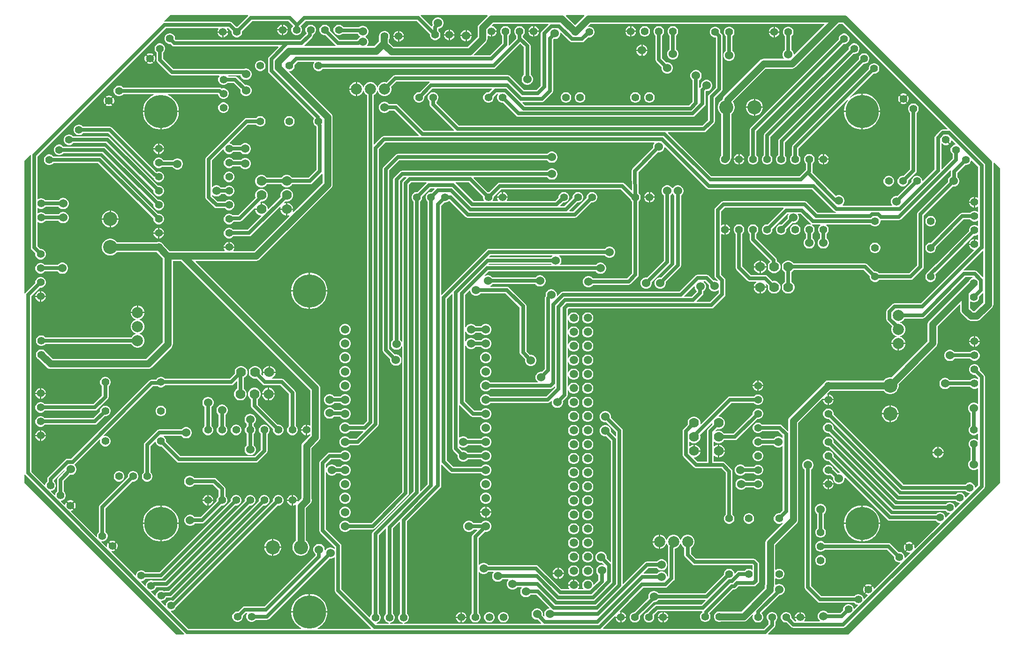
<source format=gbl>
G04*
G04 #@! TF.GenerationSoftware,Altium Limited,Altium Designer,23.5.1 (21)*
G04*
G04 Layer_Physical_Order=2*
G04 Layer_Color=16711680*
%FSLAX44Y44*%
%MOMM*%
G71*
G04*
G04 #@! TF.SameCoordinates,D509078B-5B66-4328-A3DE-0F32EB76195D*
G04*
G04*
G04 #@! TF.FilePolarity,Positive*
G04*
G01*
G75*
%ADD10C,0.6604*%
%ADD12C,1.4000*%
%ADD13C,1.7780*%
%ADD14C,2.0000*%
%ADD15C,2.5400*%
%ADD16C,1.5000*%
%ADD17C,6.0000*%
%ADD18C,1.5240*%
%ADD19C,6.0000*%
%ADD20C,1.2700*%
G36*
X3139661Y2579370D02*
X3123741Y2563450D01*
X3122471Y2563450D01*
X3106551Y2579370D01*
X3107077Y2580640D01*
X3139135D01*
X3139661Y2579370D01*
D02*
G37*
G36*
X2532696D02*
X2513176Y2559850D01*
X2510944D01*
X2503430Y2567364D01*
X2501497Y2568655D01*
X2499218Y2569109D01*
X2381675D01*
X2381286Y2569588D01*
X2380963Y2570193D01*
X2391410Y2580640D01*
X2532170D01*
X2532696Y2579370D01*
D02*
G37*
G36*
X2964587D02*
X2949570Y2564352D01*
X2948145Y2562495D01*
X2947249Y2560333D01*
X2946943Y2558012D01*
Y2541794D01*
X2928716Y2523567D01*
X2795174D01*
X2786777Y2531964D01*
Y2537345D01*
X2787650Y2538858D01*
X2788300Y2541284D01*
Y2543796D01*
X2787650Y2546222D01*
X2786394Y2548398D01*
X2784618Y2550174D01*
X2782442Y2551430D01*
X2780016Y2552080D01*
X2777504D01*
X2775078Y2551430D01*
X2772902Y2550174D01*
X2772068Y2549339D01*
X2771470Y2548880D01*
X2770045Y2547023D01*
X2769149Y2544861D01*
X2768843Y2542540D01*
Y2533874D01*
X2759806Y2524837D01*
X2747874D01*
X2747389Y2526010D01*
X2747520Y2526142D01*
X2748858Y2528458D01*
X2749550Y2531042D01*
Y2533718D01*
X2748858Y2536302D01*
X2747520Y2538618D01*
X2745628Y2540510D01*
X2744482Y2541172D01*
Y2542638D01*
X2745628Y2543300D01*
X2747520Y2545192D01*
X2748858Y2547508D01*
X2749550Y2550092D01*
Y2552768D01*
X2748858Y2555352D01*
X2747520Y2557668D01*
X2745628Y2559560D01*
X2743311Y2560898D01*
X2740728Y2561590D01*
X2738052D01*
X2735468Y2560898D01*
X2733152Y2559560D01*
X2732323Y2558732D01*
X2704563D01*
X2703844Y2559978D01*
X2702068Y2561754D01*
X2699892Y2563010D01*
X2697466Y2563660D01*
X2694954D01*
X2692528Y2563010D01*
X2690352Y2561754D01*
X2688576Y2559978D01*
X2687320Y2557802D01*
X2686670Y2555376D01*
Y2552864D01*
X2687320Y2550438D01*
X2688576Y2548262D01*
X2690352Y2546486D01*
X2692528Y2545230D01*
X2694954Y2544580D01*
X2697466D01*
X2699892Y2545230D01*
X2702068Y2546486D01*
X2702401Y2546819D01*
X2730320D01*
X2731260Y2545192D01*
X2733152Y2543300D01*
X2734298Y2542638D01*
Y2541172D01*
X2733152Y2540510D01*
X2731260Y2538618D01*
X2729922Y2536302D01*
X2729908Y2536250D01*
X2729812Y2536231D01*
X2729162Y2535797D01*
X2697557D01*
X2680350Y2553004D01*
Y2555376D01*
X2679700Y2557802D01*
X2678444Y2559978D01*
X2676668Y2561754D01*
X2674492Y2563010D01*
X2672066Y2563660D01*
X2669554D01*
X2667128Y2563010D01*
X2664952Y2561754D01*
X2663176Y2559978D01*
X2661920Y2557802D01*
X2661270Y2555376D01*
Y2552864D01*
X2661920Y2550438D01*
X2663176Y2548262D01*
X2664952Y2546486D01*
X2667128Y2545230D01*
X2669554Y2544580D01*
X2671926D01*
X2690399Y2526107D01*
X2689873Y2524837D01*
X2634117D01*
X2633590Y2526107D01*
X2648207Y2540723D01*
X2649498Y2542655D01*
X2649951Y2544935D01*
Y2545726D01*
X2651268Y2546486D01*
X2653044Y2548262D01*
X2654300Y2550438D01*
X2654950Y2552864D01*
Y2555376D01*
X2654300Y2557802D01*
X2653044Y2559978D01*
X2651268Y2561754D01*
X2649092Y2563010D01*
X2646666Y2563660D01*
X2644154D01*
X2641728Y2563010D01*
X2639552Y2561754D01*
X2637776Y2559978D01*
X2636520Y2557802D01*
X2635870Y2555376D01*
Y2552864D01*
X2636520Y2550438D01*
X2637776Y2548262D01*
X2638038Y2548000D01*
Y2547402D01*
X2626433Y2535797D01*
X2402033D01*
X2400559Y2537270D01*
Y2539642D01*
X2399909Y2542069D01*
X2398653Y2544244D01*
X2396877Y2546021D01*
X2394701Y2547276D01*
X2392275Y2547927D01*
X2389763D01*
X2387337Y2547276D01*
X2385161Y2546021D01*
X2383385Y2544244D01*
X2382129Y2542069D01*
X2381479Y2539642D01*
Y2537131D01*
X2382129Y2534704D01*
X2383385Y2532529D01*
X2385161Y2530753D01*
X2387337Y2529497D01*
X2389763Y2528847D01*
X2392135D01*
X2395354Y2525628D01*
X2395354Y2525628D01*
X2397286Y2524337D01*
X2399565Y2523884D01*
X2399566Y2523884D01*
X2586729D01*
X2587214Y2522710D01*
X2570132Y2505627D01*
X2568840Y2503695D01*
X2568387Y2501415D01*
Y2480257D01*
X2568840Y2477977D01*
X2570132Y2476045D01*
X2651745Y2394431D01*
X2650660Y2392552D01*
X2650010Y2390126D01*
Y2387614D01*
X2650660Y2385188D01*
X2651916Y2383012D01*
X2653693Y2381236D01*
X2655409Y2380245D01*
X2655462Y2379979D01*
X2655963Y2379229D01*
Y2301167D01*
X2641673Y2286877D01*
X2611989D01*
X2611376Y2287938D01*
X2609248Y2290066D01*
X2606642Y2291571D01*
X2603735Y2292350D01*
X2600725D01*
X2597818Y2291571D01*
X2595212Y2290066D01*
X2593084Y2287938D01*
X2592471Y2286877D01*
X2566269D01*
X2565656Y2287938D01*
X2563528Y2290066D01*
X2560922Y2291571D01*
X2558015Y2292350D01*
X2555005D01*
X2552098Y2291571D01*
X2549492Y2290066D01*
X2547364Y2287938D01*
X2545859Y2285332D01*
X2545080Y2282425D01*
Y2279415D01*
X2545859Y2276508D01*
X2547364Y2273902D01*
X2549492Y2271774D01*
X2552098Y2270269D01*
X2555005Y2269490D01*
X2558015D01*
X2560922Y2270269D01*
X2563528Y2271774D01*
X2565656Y2273902D01*
X2566269Y2274964D01*
X2592471D01*
X2593084Y2273902D01*
X2595212Y2271774D01*
X2597818Y2270269D01*
X2600725Y2269490D01*
X2603735D01*
X2606642Y2270269D01*
X2609248Y2271774D01*
X2611376Y2273902D01*
X2611989Y2274964D01*
X2644140D01*
X2646419Y2275417D01*
X2648352Y2276708D01*
X2665653Y2294010D01*
X2666923Y2293484D01*
Y2278284D01*
X2614140Y2225501D01*
X2613002Y2226159D01*
X2613660Y2228615D01*
Y2228850D01*
X2603500D01*
Y2218690D01*
X2603735D01*
X2606191Y2219348D01*
X2606849Y2218210D01*
X2543256Y2154617D01*
X2506262D01*
X2505842Y2155887D01*
X2506980Y2157858D01*
X2507626Y2160270D01*
X2498090D01*
X2488554D01*
X2489200Y2157858D01*
X2490338Y2155887D01*
X2489918Y2154617D01*
X2390694D01*
X2379831Y2165479D01*
X2378724Y2167398D01*
X2376948Y2169174D01*
X2374772Y2170430D01*
X2372346Y2171080D01*
X2369834D01*
X2367695Y2170507D01*
X2295798D01*
X2295298Y2171255D01*
X2293175Y2173378D01*
X2290679Y2175045D01*
X2287905Y2176194D01*
X2284961Y2176780D01*
X2281959D01*
X2279015Y2176194D01*
X2276241Y2175045D01*
X2273745Y2173378D01*
X2271622Y2171255D01*
X2269955Y2168759D01*
X2268806Y2165985D01*
X2268220Y2163041D01*
Y2160039D01*
X2268806Y2157095D01*
X2269955Y2154321D01*
X2271622Y2151825D01*
X2273745Y2149702D01*
X2276241Y2148035D01*
X2279015Y2146886D01*
X2281959Y2146300D01*
X2284961D01*
X2287905Y2146886D01*
X2290679Y2148035D01*
X2293175Y2149702D01*
X2295298Y2151825D01*
X2295798Y2152573D01*
X2367376D01*
X2378633Y2141316D01*
Y1989994D01*
X2348326Y1959687D01*
X2179426D01*
X2167111Y1972002D01*
X2166484Y1973088D01*
X2164708Y1974864D01*
X2162532Y1976120D01*
X2160106Y1976770D01*
X2157594D01*
X2155168Y1976120D01*
X2152992Y1974864D01*
X2151216Y1973088D01*
X2149960Y1970912D01*
X2149310Y1968486D01*
Y1965974D01*
X2149960Y1963548D01*
X2151216Y1961372D01*
X2152992Y1959596D01*
X2155168Y1958340D01*
X2155500Y1958251D01*
X2169372Y1944380D01*
X2171229Y1942955D01*
X2173391Y1942059D01*
X2175712Y1941753D01*
X2352040D01*
X2354361Y1942059D01*
X2356523Y1942955D01*
X2358380Y1944380D01*
X2393940Y1979940D01*
X2395365Y1981797D01*
X2396261Y1983959D01*
X2396567Y1986280D01*
Y2136683D01*
X2411206D01*
X2644713Y1903176D01*
Y1839512D01*
X2643444Y1839092D01*
X2641472Y1840230D01*
X2639060Y1840876D01*
Y1831340D01*
Y1821804D01*
X2641472Y1822450D01*
X2643444Y1823588D01*
X2644713Y1823168D01*
Y1821734D01*
X2631450Y1808470D01*
X2630025Y1806613D01*
X2629129Y1804451D01*
X2628823Y1802130D01*
Y1707735D01*
X2628811Y1707691D01*
X2622893Y1701773D01*
X2621755Y1702430D01*
X2621926Y1703070D01*
X2613660D01*
Y1694804D01*
X2616072Y1695450D01*
X2617780Y1696436D01*
X2618900Y1695629D01*
X2618663Y1693828D01*
Y1631588D01*
X2617915Y1631088D01*
X2615792Y1628965D01*
X2614124Y1626469D01*
X2612976Y1623695D01*
X2612390Y1620751D01*
Y1617749D01*
X2612976Y1614805D01*
X2614124Y1612031D01*
X2615792Y1609535D01*
X2617915Y1607412D01*
X2620411Y1605744D01*
X2623185Y1604596D01*
X2626129Y1604010D01*
X2629131D01*
X2632076Y1604596D01*
X2634849Y1605744D01*
X2637345Y1607412D01*
X2639468Y1609535D01*
X2641136Y1612031D01*
X2642284Y1614805D01*
X2642870Y1617749D01*
Y1620751D01*
X2642284Y1623695D01*
X2641136Y1626469D01*
X2639468Y1628965D01*
X2637345Y1631088D01*
X2636597Y1631588D01*
Y1690114D01*
X2642561Y1696079D01*
X2643648Y1696706D01*
X2645424Y1698482D01*
X2646680Y1700658D01*
X2647330Y1703084D01*
Y1705596D01*
X2646757Y1707735D01*
Y1798416D01*
X2660021Y1811680D01*
X2661446Y1813537D01*
X2662341Y1815699D01*
X2662647Y1818020D01*
Y1906890D01*
X2662341Y1909211D01*
X2661446Y1911373D01*
X2660021Y1913230D01*
X2660021Y1913230D01*
X2437741Y2135510D01*
X2438227Y2136683D01*
X2546970D01*
X2549290Y2136989D01*
X2551453Y2137884D01*
X2553310Y2139309D01*
X2682231Y2268230D01*
X2683655Y2270087D01*
X2684551Y2272249D01*
X2684857Y2274570D01*
Y2396490D01*
X2684551Y2398811D01*
X2683655Y2400973D01*
X2682231Y2402830D01*
X2606671Y2478390D01*
X2607197Y2479660D01*
X2608266D01*
X2610692Y2480310D01*
X2612867Y2481566D01*
X2614644Y2483342D01*
X2615900Y2485518D01*
X2616550Y2487944D01*
Y2490316D01*
X2622319Y2496086D01*
X2651329D01*
X2651777Y2494816D01*
X2650660Y2492882D01*
X2650010Y2490456D01*
Y2487944D01*
X2650660Y2485518D01*
X2651916Y2483342D01*
X2653693Y2481566D01*
X2655868Y2480310D01*
X2658294Y2479660D01*
X2660806D01*
X2663232Y2480310D01*
X2665408Y2481566D01*
X2667085Y2483244D01*
X2975610D01*
X2977889Y2483697D01*
X2979822Y2484988D01*
X3023870Y2529036D01*
X3030613Y2522293D01*
Y2473363D01*
X3030332Y2473200D01*
X3028440Y2471308D01*
X3027102Y2468992D01*
X3026410Y2466408D01*
Y2463732D01*
X3027102Y2461148D01*
X3028440Y2458832D01*
X3030332Y2456940D01*
X3032648Y2455602D01*
X3035233Y2454910D01*
X3037908D01*
X3040492Y2455602D01*
X3042809Y2456940D01*
X3044700Y2458832D01*
X3046038Y2461148D01*
X3046730Y2463732D01*
Y2466408D01*
X3046038Y2468992D01*
X3044700Y2471308D01*
X3042809Y2473200D01*
X3042527Y2473363D01*
Y2524760D01*
X3042073Y2527039D01*
X3040782Y2528972D01*
X3040782Y2528972D01*
X3028557Y2541197D01*
Y2543895D01*
X3030234Y2545572D01*
X3031490Y2547748D01*
X3032140Y2550174D01*
Y2552686D01*
X3031490Y2555112D01*
X3030234Y2557288D01*
X3028458Y2559064D01*
X3026282Y2560320D01*
X3023856Y2560970D01*
X3021344D01*
X3018918Y2560320D01*
X3016742Y2559064D01*
X3014966Y2557288D01*
X3013710Y2555112D01*
X3013060Y2552686D01*
Y2550174D01*
X3013710Y2547748D01*
X3014966Y2545572D01*
X3016643Y2543895D01*
Y2538730D01*
X3016656Y2538669D01*
X3004244Y2526258D01*
X3003074Y2526883D01*
X3003156Y2527300D01*
Y2543895D01*
X3004834Y2545572D01*
X3006090Y2547748D01*
X3006740Y2550174D01*
Y2552686D01*
X3006090Y2555112D01*
X3004834Y2557288D01*
X3003058Y2559064D01*
X3000882Y2560320D01*
X2998456Y2560970D01*
X2995944D01*
X2993518Y2560320D01*
X2991342Y2559064D01*
X2989566Y2557288D01*
X2988310Y2555112D01*
X2987660Y2552686D01*
Y2550174D01*
X2988310Y2547748D01*
X2989566Y2545572D01*
X2991244Y2543895D01*
Y2529767D01*
X2969475Y2507999D01*
X2940305D01*
X2939779Y2509269D01*
X2962250Y2531740D01*
X2963676Y2533597D01*
X2964571Y2535759D01*
X2964877Y2538080D01*
Y2543257D01*
X2966147Y2543678D01*
X2968118Y2542540D01*
X2970530Y2541894D01*
Y2551430D01*
X2971800D01*
Y2552700D01*
X2981336D01*
X2980690Y2555112D01*
X2979434Y2557288D01*
X2977658Y2559064D01*
X2975482Y2560320D01*
X2973284Y2560909D01*
X2972683Y2562104D01*
X2975902Y2565323D01*
X3074545D01*
X3075071Y2564053D01*
X3062838Y2551820D01*
X3061547Y2549888D01*
X3061093Y2547608D01*
Y2453567D01*
X3053153Y2445627D01*
X3030662D01*
X3005736Y2470552D01*
X3003804Y2471843D01*
X3001524Y2472296D01*
X2797855D01*
X2795576Y2471843D01*
X2793643Y2470552D01*
X2793643Y2470552D01*
X2782355Y2459264D01*
X2780411Y2459785D01*
X2777109D01*
X2773920Y2458930D01*
X2771060Y2457279D01*
X2768726Y2454944D01*
X2767075Y2452085D01*
X2766718Y2450752D01*
X2765403D01*
X2765045Y2452085D01*
X2763394Y2454944D01*
X2761060Y2457279D01*
X2758200Y2458930D01*
X2755011Y2459785D01*
X2751709D01*
X2748520Y2458930D01*
X2745660Y2457279D01*
X2743326Y2454944D01*
X2741674Y2452085D01*
X2741317Y2450752D01*
X2740003D01*
X2739645Y2452085D01*
X2737994Y2454944D01*
X2735660Y2457279D01*
X2732800Y2458930D01*
X2729611Y2459785D01*
X2729230D01*
Y2447245D01*
Y2434705D01*
X2729611D01*
X2732800Y2435559D01*
X2735660Y2437210D01*
X2737994Y2439545D01*
X2739645Y2442404D01*
X2740003Y2443737D01*
X2741317D01*
X2741674Y2442404D01*
X2743326Y2439545D01*
X2745660Y2437210D01*
X2747404Y2436204D01*
Y2345674D01*
X2747149Y2344397D01*
Y1847755D01*
X2740501Y1841107D01*
X2715933D01*
X2715770Y1841388D01*
X2713878Y1843280D01*
X2711562Y1844618D01*
X2708978Y1845310D01*
X2706302D01*
X2703718Y1844618D01*
X2701402Y1843280D01*
X2699510Y1841388D01*
X2698172Y1839072D01*
X2697480Y1836488D01*
Y1833812D01*
X2698172Y1831228D01*
X2699510Y1828912D01*
X2701402Y1827020D01*
X2703718Y1825682D01*
X2706302Y1824990D01*
X2708978D01*
X2711562Y1825682D01*
X2713878Y1827020D01*
X2715770Y1828912D01*
X2715933Y1829194D01*
X2739861D01*
X2740346Y1828020D01*
X2728033Y1815706D01*
X2715933D01*
X2715770Y1815988D01*
X2713878Y1817880D01*
X2711562Y1819218D01*
X2708978Y1819910D01*
X2706302D01*
X2703718Y1819218D01*
X2701402Y1817880D01*
X2699510Y1815988D01*
X2698172Y1813672D01*
X2697480Y1811088D01*
Y1808412D01*
X2698172Y1805828D01*
X2699510Y1803512D01*
X2701402Y1801620D01*
X2703718Y1800282D01*
X2706302Y1799590D01*
X2708978D01*
X2711562Y1800282D01*
X2713878Y1801620D01*
X2715770Y1803512D01*
X2715933Y1803793D01*
X2730500D01*
X2732780Y1804247D01*
X2734712Y1805538D01*
X2766462Y1837288D01*
X2767753Y1839221D01*
X2768206Y1841500D01*
Y2338143D01*
X2780719Y2350656D01*
X3265538D01*
X3266024Y2349482D01*
X3265930Y2349388D01*
X3264592Y2347072D01*
X3263900Y2344488D01*
Y2341812D01*
X3264014Y2341389D01*
X3226997Y2303488D01*
X3225728Y2301541D01*
X3225302Y2299256D01*
X3225711Y2264563D01*
X3224541Y2264070D01*
X3212368Y2276242D01*
X3210436Y2277533D01*
X3208157Y2277986D01*
X2986710D01*
X2984431Y2277533D01*
X2982498Y2276242D01*
X2967506Y2261250D01*
X2965273D01*
X2939779Y2286744D01*
X2940265Y2287917D01*
X3072581D01*
X3072890Y2287382D01*
X3074781Y2285490D01*
X3077098Y2284152D01*
X3079682Y2283460D01*
X3082357D01*
X3084942Y2284152D01*
X3087258Y2285490D01*
X3089150Y2287382D01*
X3090488Y2289698D01*
X3091180Y2292282D01*
Y2294958D01*
X3090488Y2297542D01*
X3089150Y2299858D01*
X3087258Y2301750D01*
X3084942Y2303088D01*
X3082357Y2303780D01*
X3079682D01*
X3077098Y2303088D01*
X3074781Y2301750D01*
X3072890Y2299858D01*
X3072874Y2299830D01*
X2810764D01*
X2810764Y2299830D01*
X2808484Y2299377D01*
X2806552Y2298086D01*
X2806552Y2298086D01*
X2796138Y2287672D01*
X2794847Y2285739D01*
X2794394Y2283460D01*
Y1994573D01*
X2794112Y1994410D01*
X2792220Y1992518D01*
X2790882Y1990202D01*
X2790190Y1987618D01*
Y1984942D01*
X2790882Y1982358D01*
X2792220Y1980042D01*
X2794112Y1978150D01*
X2796429Y1976812D01*
X2799012Y1976120D01*
X2801688D01*
X2804272Y1976812D01*
X2806588Y1978150D01*
X2808480Y1980042D01*
X2809633Y1982039D01*
X2810904Y1981699D01*
Y1719507D01*
X2754703Y1663306D01*
X2715933D01*
X2715770Y1663588D01*
X2713878Y1665480D01*
X2711562Y1666818D01*
X2708978Y1667510D01*
X2706302D01*
X2703718Y1666818D01*
X2701402Y1665480D01*
X2699510Y1663588D01*
X2698172Y1661272D01*
X2697480Y1658688D01*
Y1656012D01*
X2698172Y1653428D01*
X2699510Y1651112D01*
X2701402Y1649220D01*
X2703718Y1647882D01*
X2706302Y1647190D01*
X2708978D01*
X2711562Y1647882D01*
X2713878Y1649220D01*
X2715770Y1651112D01*
X2715933Y1651393D01*
X2757170D01*
X2759449Y1651847D01*
X2761382Y1653138D01*
X2821072Y1712828D01*
X2822363Y1714761D01*
X2822816Y1717040D01*
Y2274584D01*
X2827006Y2278773D01*
X2854024D01*
X2854550Y2277504D01*
X2838296Y2261250D01*
X2835924D01*
X2833498Y2260600D01*
X2831322Y2259344D01*
X2829546Y2257568D01*
X2828290Y2255392D01*
X2827640Y2252966D01*
Y2250454D01*
X2828290Y2248028D01*
X2829546Y2245852D01*
X2831223Y2244175D01*
Y1720789D01*
X2758038Y1647603D01*
X2756747Y1645671D01*
X2756294Y1643392D01*
Y1499785D01*
X2754616Y1498108D01*
X2753360Y1495932D01*
X2752783Y1493776D01*
X2751567Y1493195D01*
X2700897Y1543866D01*
Y1621790D01*
X2700443Y1624070D01*
X2699152Y1626002D01*
X2672957Y1652197D01*
Y1754369D01*
X2674226Y1754709D01*
X2675380Y1752712D01*
X2677272Y1750820D01*
X2679588Y1749482D01*
X2682173Y1748790D01*
X2684848D01*
X2687432Y1749482D01*
X2689749Y1750820D01*
X2691640Y1752712D01*
X2691803Y1752993D01*
X2699347D01*
X2699510Y1752712D01*
X2701402Y1750820D01*
X2703718Y1749482D01*
X2706302Y1748790D01*
X2708978D01*
X2711562Y1749482D01*
X2713878Y1750820D01*
X2715770Y1752712D01*
X2717108Y1755028D01*
X2717800Y1757612D01*
Y1760288D01*
X2717108Y1762872D01*
X2715770Y1765188D01*
X2713878Y1767080D01*
X2711562Y1768418D01*
X2708978Y1769110D01*
X2706302D01*
X2703718Y1768418D01*
X2701402Y1767080D01*
X2699510Y1765188D01*
X2699347Y1764906D01*
X2691803D01*
X2691640Y1765188D01*
X2689749Y1767080D01*
X2687432Y1768418D01*
X2684848Y1769110D01*
X2682173D01*
X2679588Y1768418D01*
X2677272Y1767080D01*
X2675380Y1765188D01*
X2674226Y1763190D01*
X2672957Y1763531D01*
Y1769183D01*
X2682167Y1778394D01*
X2699347D01*
X2699510Y1778112D01*
X2701402Y1776220D01*
X2703718Y1774882D01*
X2706302Y1774190D01*
X2708978D01*
X2711562Y1774882D01*
X2713878Y1776220D01*
X2715770Y1778112D01*
X2717108Y1780428D01*
X2717800Y1783012D01*
Y1785688D01*
X2717108Y1788272D01*
X2715770Y1790588D01*
X2713878Y1792480D01*
X2711562Y1793818D01*
X2708978Y1794510D01*
X2706302D01*
X2703718Y1793818D01*
X2701402Y1792480D01*
X2699510Y1790588D01*
X2699347Y1790307D01*
X2679700D01*
X2677421Y1789853D01*
X2675488Y1788562D01*
X2662788Y1775862D01*
X2661497Y1773929D01*
X2661043Y1771650D01*
Y1649730D01*
X2661497Y1647451D01*
X2662788Y1645518D01*
X2688983Y1619323D01*
Y1617104D01*
X2687810Y1616618D01*
X2687208Y1617220D01*
X2684892Y1618558D01*
X2682308Y1619250D01*
X2679632D01*
X2677048Y1618558D01*
X2674732Y1617220D01*
X2672840Y1615328D01*
X2672158Y1614147D01*
X2671952Y1614134D01*
X2670681Y1615327D01*
Y1616649D01*
X2669989Y1619233D01*
X2668652Y1621550D01*
X2666760Y1623442D01*
X2664443Y1624779D01*
X2661859Y1625472D01*
X2659184D01*
X2656600Y1624779D01*
X2654283Y1623442D01*
X2652392Y1621550D01*
X2651054Y1619233D01*
X2650362Y1616649D01*
Y1613974D01*
X2651054Y1611390D01*
X2652392Y1609073D01*
X2654283Y1607182D01*
X2654565Y1607019D01*
Y1605079D01*
X2562365Y1512878D01*
X2526172D01*
X2526172Y1512878D01*
X2523893Y1512425D01*
X2521960Y1511134D01*
X2514446Y1503620D01*
X2512074D01*
X2509648Y1502970D01*
X2507472Y1501714D01*
X2505696Y1499937D01*
X2504440Y1497762D01*
X2503790Y1495336D01*
Y1492824D01*
X2504440Y1490397D01*
X2505696Y1488222D01*
X2507472Y1486446D01*
X2509648Y1485190D01*
X2512074Y1484540D01*
X2514586D01*
X2517012Y1485190D01*
X2519188Y1486446D01*
X2520964Y1488222D01*
X2522220Y1490397D01*
X2522870Y1492824D01*
Y1495196D01*
X2528639Y1500965D01*
X2530508D01*
X2530956Y1499695D01*
X2529840Y1497762D01*
X2529190Y1495336D01*
Y1492824D01*
X2529840Y1490397D01*
X2531096Y1488222D01*
X2532872Y1486446D01*
X2535048Y1485190D01*
X2537474Y1484540D01*
X2539986D01*
X2542412Y1485190D01*
X2544588Y1486446D01*
X2546265Y1488123D01*
X2565960D01*
X2568239Y1488577D01*
X2570172Y1489868D01*
X2679318Y1599014D01*
X2679632Y1598930D01*
X2682308D01*
X2684892Y1599622D01*
X2687208Y1600960D01*
X2687810Y1601562D01*
X2688983Y1601076D01*
Y1541399D01*
X2689437Y1539120D01*
X2690728Y1537187D01*
X2745196Y1482720D01*
X2745196Y1482719D01*
X2752719Y1475196D01*
X2752720Y1475195D01*
X2754443Y1473472D01*
X2753958Y1472298D01*
X2658388D01*
X2658092Y1473533D01*
X2660145Y1474579D01*
X2664288Y1477590D01*
X2667910Y1481212D01*
X2670921Y1485355D01*
X2673246Y1489919D01*
X2674829Y1494790D01*
X2675630Y1499849D01*
Y1501140D01*
X2643090D01*
X2610550D01*
Y1499849D01*
X2611351Y1494790D01*
X2612934Y1489919D01*
X2615259Y1485355D01*
X2618270Y1481212D01*
X2621891Y1477590D01*
X2626035Y1474579D01*
X2628088Y1473533D01*
X2627792Y1472298D01*
X2424435D01*
X2393310Y1503424D01*
X2393796Y1504598D01*
X2394594D01*
X2397021Y1505248D01*
X2399196Y1506504D01*
X2400972Y1508280D01*
X2402228Y1510455D01*
X2402484Y1511410D01*
X2585874Y1694800D01*
X2588246D01*
X2590672Y1695450D01*
X2592848Y1696706D01*
X2594624Y1698482D01*
X2595880Y1700658D01*
X2596530Y1703084D01*
Y1705596D01*
X2595880Y1708022D01*
X2594624Y1710198D01*
X2592848Y1711974D01*
X2590672Y1713230D01*
X2588246Y1713880D01*
X2585734D01*
X2583308Y1713230D01*
X2581132Y1711974D01*
X2579356Y1710198D01*
X2578100Y1708022D01*
X2577450Y1705596D01*
Y1703224D01*
X2397168Y1522942D01*
X2397021Y1523027D01*
X2394594Y1523678D01*
X2392082D01*
X2389656Y1523027D01*
X2387481Y1521772D01*
X2385704Y1519995D01*
X2384449Y1517820D01*
X2383798Y1515394D01*
Y1514595D01*
X2382625Y1514109D01*
X2375349Y1521385D01*
X2375835Y1522558D01*
X2376634D01*
X2379060Y1523208D01*
X2381236Y1524464D01*
X2383012Y1526240D01*
X2383999Y1527950D01*
X2384303Y1528010D01*
X2384592Y1528203D01*
X2391410D01*
X2393689Y1528657D01*
X2395622Y1529948D01*
X2560474Y1694800D01*
X2562846D01*
X2565272Y1695450D01*
X2567448Y1696706D01*
X2569224Y1698482D01*
X2570480Y1700658D01*
X2571130Y1703084D01*
Y1705596D01*
X2570480Y1708022D01*
X2569224Y1710198D01*
X2567448Y1711974D01*
X2565272Y1713230D01*
X2562846Y1713880D01*
X2560334D01*
X2557908Y1713230D01*
X2555732Y1711974D01*
X2553956Y1710198D01*
X2552700Y1708022D01*
X2552050Y1705596D01*
Y1703224D01*
X2388943Y1540116D01*
X2382670D01*
X2381108Y1539806D01*
X2379060Y1540988D01*
X2376634Y1541638D01*
X2374122D01*
X2371696Y1540988D01*
X2369520Y1539732D01*
X2367744Y1537956D01*
X2366488Y1535780D01*
X2365838Y1533354D01*
Y1532555D01*
X2364665Y1532069D01*
X2357389Y1539345D01*
X2357875Y1540518D01*
X2358673D01*
X2361100Y1541169D01*
X2363275Y1542424D01*
X2365051Y1544201D01*
X2366307Y1546376D01*
X2366573Y1547367D01*
X2385173D01*
X2387453Y1547820D01*
X2389385Y1549111D01*
X2535074Y1694800D01*
X2537446D01*
X2539872Y1695450D01*
X2542048Y1696706D01*
X2543824Y1698482D01*
X2545080Y1700658D01*
X2545730Y1703084D01*
Y1705596D01*
X2545080Y1708022D01*
X2543824Y1710198D01*
X2542048Y1711974D01*
X2539872Y1713230D01*
X2537446Y1713880D01*
X2534934D01*
X2532508Y1713230D01*
X2530332Y1711974D01*
X2528556Y1710198D01*
X2527300Y1708022D01*
X2526650Y1705596D01*
Y1703224D01*
X2382706Y1559280D01*
X2362683D01*
X2362683Y1559280D01*
X2362683Y1559280D01*
X2361407Y1559026D01*
X2361064Y1558958D01*
X2358673Y1559598D01*
X2356161D01*
X2353735Y1558948D01*
X2351559Y1557692D01*
X2349783Y1555916D01*
X2348527Y1553741D01*
X2347877Y1551314D01*
Y1550516D01*
X2346704Y1550030D01*
X2339428Y1557306D01*
X2339914Y1558479D01*
X2340713D01*
X2343139Y1559129D01*
X2345314Y1560385D01*
X2346992Y1562063D01*
X2374469D01*
X2376749Y1562516D01*
X2378681Y1563807D01*
X2509674Y1694800D01*
X2512046D01*
X2514472Y1695450D01*
X2516648Y1696706D01*
X2518424Y1698482D01*
X2519680Y1700658D01*
X2520330Y1703084D01*
Y1705596D01*
X2519680Y1708022D01*
X2518424Y1710198D01*
X2516648Y1711974D01*
X2514472Y1713230D01*
X2512046Y1713880D01*
X2509534D01*
X2507108Y1713230D01*
X2504932Y1711974D01*
X2503156Y1710198D01*
X2501900Y1708022D01*
X2501250Y1705596D01*
Y1703224D01*
X2372002Y1573976D01*
X2346992D01*
X2345314Y1575653D01*
X2343139Y1576909D01*
X2340713Y1577559D01*
X2338201D01*
X2335775Y1576909D01*
X2333599Y1575653D01*
X2331823Y1573877D01*
X2330567Y1571702D01*
X2329917Y1569275D01*
Y1568476D01*
X2328743Y1567990D01*
X2285570Y1611164D01*
X2286280Y1612250D01*
X2288526D01*
X2290952Y1612900D01*
X2293115Y1614149D01*
X2286372Y1620892D01*
X2279629Y1627635D01*
X2278380Y1625472D01*
X2277730Y1623046D01*
Y1620800D01*
X2276644Y1620090D01*
X2267610Y1629124D01*
X2268320Y1630210D01*
X2270565D01*
X2272991Y1630860D01*
X2275167Y1632116D01*
X2276943Y1633893D01*
X2278199Y1636068D01*
X2278849Y1638494D01*
Y1641006D01*
X2278199Y1643433D01*
X2276943Y1645608D01*
X2275266Y1647285D01*
Y1689627D01*
X2323619Y1737980D01*
X2325991D01*
X2328417Y1738630D01*
X2330593Y1739886D01*
X2332369Y1741662D01*
X2333625Y1743838D01*
X2334275Y1746264D01*
Y1748776D01*
X2333625Y1751202D01*
X2332369Y1753378D01*
X2330593Y1755154D01*
X2328417Y1756410D01*
X2325991Y1757060D01*
X2323479D01*
X2321053Y1756410D01*
X2318877Y1755154D01*
X2317101Y1753378D01*
X2315845Y1751202D01*
X2315195Y1748776D01*
Y1746404D01*
X2265097Y1696306D01*
X2263806Y1694374D01*
X2263353Y1692094D01*
Y1647285D01*
X2261675Y1645608D01*
X2260419Y1643433D01*
X2259769Y1641006D01*
Y1638761D01*
X2258683Y1638051D01*
X2212445Y1684289D01*
X2213026Y1685504D01*
X2215183Y1686082D01*
X2217345Y1687330D01*
X2210602Y1694073D01*
X2203859Y1700817D01*
X2202610Y1698654D01*
X2202033Y1696497D01*
X2200818Y1695916D01*
X2194485Y1702249D01*
X2195066Y1703464D01*
X2197222Y1704042D01*
X2199398Y1705298D01*
X2201174Y1707074D01*
X2202430Y1709250D01*
X2203080Y1711676D01*
Y1714188D01*
X2202430Y1716614D01*
X2201174Y1718790D01*
X2199496Y1720467D01*
Y1738953D01*
X2210688Y1750144D01*
X2211002Y1750060D01*
X2213678D01*
X2216262Y1750752D01*
X2218578Y1752090D01*
X2220470Y1753982D01*
X2221808Y1756298D01*
X2222500Y1758882D01*
Y1761558D01*
X2221808Y1764142D01*
X2220470Y1766458D01*
X2219333Y1767595D01*
X2219494Y1769230D01*
X2219854Y1769470D01*
X2264102Y1813718D01*
X2265240Y1813060D01*
X2265030Y1812276D01*
Y1809764D01*
X2265680Y1807338D01*
X2266936Y1805162D01*
X2268712Y1803386D01*
X2270888Y1802130D01*
X2273314Y1801480D01*
X2275826D01*
X2278252Y1802130D01*
X2280428Y1803386D01*
X2282204Y1805162D01*
X2283460Y1807338D01*
X2284110Y1809764D01*
Y1812276D01*
X2283460Y1814702D01*
X2282204Y1816878D01*
X2280428Y1818654D01*
X2278252Y1819910D01*
X2275826Y1820560D01*
X2273314D01*
X2272529Y1820350D01*
X2271872Y1821488D01*
X2360712Y1910328D01*
X2368255D01*
X2368256Y1910328D01*
X2368780D01*
X2369042Y1910066D01*
X2371218Y1908810D01*
X2373644Y1908160D01*
X2376156D01*
X2378582Y1908810D01*
X2380758Y1910066D01*
X2382435Y1911743D01*
X2501900D01*
X2504179Y1912197D01*
X2506112Y1913488D01*
X2511915Y1919292D01*
X2513089Y1918806D01*
Y1906236D01*
X2511392Y1905256D01*
X2509264Y1903128D01*
X2507759Y1900522D01*
X2506980Y1897615D01*
Y1894605D01*
X2507759Y1891698D01*
X2509264Y1889092D01*
X2511392Y1886964D01*
X2513998Y1885459D01*
X2516905Y1884680D01*
X2519915D01*
X2522822Y1885459D01*
X2525428Y1886964D01*
X2527556Y1889092D01*
X2529061Y1891698D01*
X2529840Y1894605D01*
Y1897615D01*
X2529061Y1900522D01*
X2527556Y1903128D01*
X2525428Y1905256D01*
X2525002Y1905503D01*
Y1925354D01*
X2526698Y1926334D01*
X2528826Y1928462D01*
X2530331Y1931068D01*
X2531110Y1933975D01*
Y1936985D01*
X2530331Y1939892D01*
X2528826Y1942498D01*
X2526698Y1944626D01*
X2524092Y1946131D01*
X2521185Y1946910D01*
X2518175D01*
X2515268Y1946131D01*
X2512662Y1944626D01*
X2510534Y1942498D01*
X2509029Y1939892D01*
X2508250Y1936985D01*
Y1933975D01*
X2508567Y1932791D01*
X2499433Y1923656D01*
X2382435D01*
X2380758Y1925334D01*
X2378582Y1926590D01*
X2376156Y1927240D01*
X2373644D01*
X2371218Y1926590D01*
X2369042Y1925334D01*
X2367266Y1923558D01*
X2366506Y1922241D01*
X2358245D01*
X2355965Y1921788D01*
X2354033Y1920497D01*
X2213175Y1779639D01*
X2206764D01*
X2204484Y1779185D01*
X2202552Y1777894D01*
X2171544Y1746886D01*
X2170253Y1744954D01*
X2169800Y1742674D01*
Y1738572D01*
X2169721Y1738526D01*
X2167945Y1736750D01*
X2166689Y1734575D01*
X2166111Y1732419D01*
X2164897Y1731837D01*
X2140827Y1755907D01*
Y2072713D01*
X2156614Y2088500D01*
X2158986D01*
X2161412Y2089150D01*
X2163588Y2090406D01*
X2165364Y2092182D01*
X2166620Y2094358D01*
X2167270Y2096784D01*
Y2099296D01*
X2166620Y2101722D01*
X2165364Y2103898D01*
X2163588Y2105674D01*
X2161412Y2106930D01*
X2158986Y2107580D01*
X2156474D01*
X2154048Y2106930D01*
X2151872Y2105674D01*
X2150096Y2103898D01*
X2148840Y2101722D01*
X2148190Y2099296D01*
Y2096924D01*
X2130658Y2079392D01*
X2129790Y2078093D01*
X2128520Y2078478D01*
Y2317750D01*
X2138967Y2328197D01*
X2139572Y2327874D01*
X2140051Y2327485D01*
Y2161027D01*
X2140505Y2158748D01*
X2141796Y2156815D01*
X2148259Y2150352D01*
X2148190Y2150096D01*
Y2147584D01*
X2148840Y2145158D01*
X2150096Y2142982D01*
X2151872Y2141206D01*
X2154048Y2139950D01*
X2156474Y2139300D01*
X2158986D01*
X2161412Y2139950D01*
X2163588Y2141206D01*
X2165364Y2142982D01*
X2166620Y2145158D01*
X2167270Y2147584D01*
Y2150096D01*
X2166620Y2152522D01*
X2165364Y2154698D01*
X2163588Y2156474D01*
X2161412Y2157730D01*
X2158986Y2158380D01*
X2157079D01*
X2151964Y2163494D01*
Y2206658D01*
X2153234Y2207106D01*
X2155168Y2205990D01*
X2157594Y2205340D01*
X2160106D01*
X2162532Y2205990D01*
X2164708Y2207246D01*
X2166385Y2208923D01*
X2190077D01*
X2190240Y2208642D01*
X2192132Y2206750D01*
X2194448Y2205412D01*
X2197032Y2204720D01*
X2199708D01*
X2202292Y2205412D01*
X2204608Y2206750D01*
X2206500Y2208642D01*
X2207838Y2210958D01*
X2208530Y2213542D01*
Y2216218D01*
X2207838Y2218802D01*
X2206500Y2221118D01*
X2204608Y2223010D01*
X2202292Y2224348D01*
X2199708Y2225040D01*
X2197032D01*
X2194448Y2224348D01*
X2192132Y2223010D01*
X2190240Y2221118D01*
X2190077Y2220836D01*
X2166385D01*
X2164708Y2222514D01*
X2162532Y2223770D01*
X2160106Y2224420D01*
X2157594D01*
X2155168Y2223770D01*
X2153234Y2222654D01*
X2151964Y2223102D01*
Y2232059D01*
X2153234Y2232506D01*
X2155168Y2231390D01*
X2157594Y2230740D01*
X2160106D01*
X2162532Y2231390D01*
X2164708Y2232646D01*
X2166385Y2234323D01*
X2190077D01*
X2190240Y2234042D01*
X2192132Y2232150D01*
X2194448Y2230812D01*
X2197032Y2230120D01*
X2199708D01*
X2202292Y2230812D01*
X2204608Y2232150D01*
X2206500Y2234042D01*
X2207838Y2236358D01*
X2208530Y2238942D01*
Y2241618D01*
X2207838Y2244202D01*
X2206500Y2246518D01*
X2204608Y2248410D01*
X2202292Y2249748D01*
X2199708Y2250440D01*
X2197032D01*
X2194448Y2249748D01*
X2192132Y2248410D01*
X2190240Y2246518D01*
X2190077Y2246237D01*
X2166385D01*
X2164708Y2247914D01*
X2162532Y2249170D01*
X2160106Y2249820D01*
X2157594D01*
X2155168Y2249170D01*
X2153234Y2248054D01*
X2151964Y2248501D01*
Y2325151D01*
X2384009Y2557196D01*
X2478439D01*
X2478886Y2555926D01*
X2477770Y2553992D01*
X2477124Y2551580D01*
X2496196D01*
X2495550Y2553992D01*
X2494434Y2555926D01*
X2494881Y2557196D01*
X2496750D01*
X2502520Y2551426D01*
Y2549054D01*
X2503170Y2546628D01*
X2504426Y2544452D01*
X2506202Y2542676D01*
X2508378Y2541420D01*
X2510804Y2540770D01*
X2513316D01*
X2515742Y2541420D01*
X2517918Y2542676D01*
X2519694Y2544452D01*
X2520950Y2546628D01*
X2521600Y2549054D01*
Y2551426D01*
X2539777Y2569604D01*
X2604843D01*
X2613423Y2561024D01*
X2612376Y2559978D01*
X2611120Y2557802D01*
X2610470Y2555376D01*
Y2552864D01*
X2611120Y2550438D01*
X2612376Y2548262D01*
X2614152Y2546486D01*
X2616328Y2545230D01*
X2618754Y2544580D01*
X2621266D01*
X2623692Y2545230D01*
X2625868Y2546486D01*
X2627644Y2548262D01*
X2628900Y2550438D01*
X2629550Y2552864D01*
Y2555376D01*
X2628900Y2557802D01*
X2627644Y2559978D01*
X2627233Y2560389D01*
X2636447Y2569604D01*
X2837253D01*
X2860660Y2546196D01*
Y2543824D01*
X2861310Y2541398D01*
X2862566Y2539222D01*
X2864342Y2537446D01*
X2866518Y2536190D01*
X2868944Y2535540D01*
X2871456D01*
X2873882Y2536190D01*
X2876058Y2537446D01*
X2877834Y2539222D01*
X2879090Y2541398D01*
X2879740Y2543824D01*
Y2546336D01*
X2879090Y2548762D01*
X2877834Y2550938D01*
X2876157Y2552615D01*
Y2556510D01*
X2876618D01*
X2879202Y2557202D01*
X2881518Y2558540D01*
X2883410Y2560432D01*
X2884748Y2562748D01*
X2885440Y2565332D01*
Y2568008D01*
X2884748Y2570592D01*
X2883410Y2572908D01*
X2881518Y2574800D01*
X2879202Y2576138D01*
X2876618Y2576830D01*
X2873942D01*
X2871358Y2576138D01*
X2869042Y2574800D01*
X2867150Y2572908D01*
X2865812Y2570592D01*
X2865120Y2568008D01*
Y2565332D01*
X2865726Y2563072D01*
X2864697Y2561533D01*
X2864541Y2560747D01*
X2863326Y2560378D01*
X2844334Y2579370D01*
X2844860Y2580640D01*
X2964061D01*
X2964587Y2579370D01*
D02*
G37*
G36*
X3795426Y2375523D02*
X3794940Y2374350D01*
X3787248D01*
X3787248Y2374350D01*
X3784969Y2373896D01*
X3783036Y2372605D01*
X3774038Y2363607D01*
X3774038Y2363607D01*
X3772747Y2361674D01*
X3772293Y2359395D01*
Y2302449D01*
X3750863Y2281019D01*
X3749690Y2281505D01*
Y2282176D01*
X3749040Y2284602D01*
X3747784Y2286778D01*
X3746008Y2288554D01*
X3743832Y2289810D01*
X3741406Y2290460D01*
X3738894D01*
X3736468Y2289810D01*
X3734292Y2288554D01*
X3732516Y2286778D01*
X3731260Y2284602D01*
X3730610Y2282176D01*
Y2279804D01*
X3704972Y2254166D01*
X3704658Y2254250D01*
X3701982D01*
X3699398Y2253558D01*
X3697082Y2252220D01*
X3695190Y2250328D01*
X3693853Y2248012D01*
X3693160Y2245428D01*
Y2242752D01*
X3693853Y2240168D01*
X3695190Y2237852D01*
X3695284Y2237758D01*
X3694798Y2236584D01*
X3606569D01*
X3606043Y2237854D01*
X3607310Y2239122D01*
X3608647Y2241438D01*
X3609340Y2244022D01*
Y2246698D01*
X3608647Y2249282D01*
X3607310Y2251598D01*
X3605418Y2253490D01*
X3603102Y2254828D01*
X3600518Y2255520D01*
X3597842D01*
X3595258Y2254828D01*
X3593862Y2254021D01*
X3551363Y2296521D01*
X3551797Y2298700D01*
Y2312755D01*
X3553474Y2314432D01*
X3554730Y2316608D01*
X3555380Y2319034D01*
Y2321546D01*
X3554730Y2323972D01*
X3553474Y2326148D01*
X3551698Y2327924D01*
X3549522Y2329180D01*
X3547096Y2329830D01*
X3544584D01*
X3542158Y2329180D01*
X3539982Y2327924D01*
X3538206Y2326148D01*
X3536950Y2323972D01*
X3536300Y2321546D01*
Y2319034D01*
X3536950Y2316608D01*
X3538206Y2314432D01*
X3539883Y2312755D01*
Y2301167D01*
X3528133Y2289417D01*
X3369237D01*
X3290883Y2367770D01*
X3291370Y2368943D01*
X3355340D01*
X3357619Y2369397D01*
X3359552Y2370688D01*
X3373522Y2384658D01*
X3373522Y2384658D01*
X3374813Y2386591D01*
X3375266Y2388870D01*
Y2431209D01*
X3387492Y2443434D01*
X3387492Y2443434D01*
X3388783Y2445367D01*
X3389236Y2447646D01*
Y2542690D01*
X3388783Y2544969D01*
X3387492Y2546902D01*
X3385200Y2549194D01*
Y2551566D01*
X3384550Y2553992D01*
X3383294Y2556168D01*
X3381518Y2557944D01*
X3379342Y2559200D01*
X3376916Y2559850D01*
X3374404D01*
X3371978Y2559200D01*
X3369802Y2557944D01*
X3368026Y2556168D01*
X3366770Y2553992D01*
X3366120Y2551566D01*
Y2549054D01*
X3366770Y2546628D01*
X3368026Y2544452D01*
X3369802Y2542676D01*
X3371978Y2541420D01*
X3374404Y2540770D01*
X3376776D01*
X3377324Y2540223D01*
Y2450113D01*
X3365098Y2437888D01*
X3363807Y2435956D01*
X3363354Y2433676D01*
Y2391337D01*
X3352873Y2380856D01*
X2913307D01*
X2872346Y2421817D01*
Y2424515D01*
X2874024Y2426192D01*
X2875280Y2428368D01*
X2875930Y2430794D01*
Y2433306D01*
X2875280Y2435732D01*
X2874024Y2437908D01*
X2872248Y2439684D01*
X2870072Y2440940D01*
X2867646Y2441590D01*
X2865134D01*
X2862708Y2440940D01*
X2860532Y2439684D01*
X2858756Y2437908D01*
X2857500Y2435732D01*
X2856850Y2433306D01*
Y2430794D01*
X2857500Y2428368D01*
X2858756Y2426192D01*
X2860433Y2424515D01*
Y2419350D01*
X2860887Y2417071D01*
X2862178Y2415138D01*
X2904431Y2372886D01*
X2903944Y2371712D01*
X2849785D01*
X2803015Y2418482D01*
X2801082Y2419773D01*
X2798803Y2420226D01*
X2787053D01*
X2786890Y2420508D01*
X2784998Y2422400D01*
X2782682Y2423738D01*
X2780098Y2424430D01*
X2777422D01*
X2774838Y2423738D01*
X2772522Y2422400D01*
X2770630Y2420508D01*
X2769292Y2418192D01*
X2768600Y2415608D01*
Y2412932D01*
X2769292Y2410348D01*
X2770630Y2408032D01*
X2772522Y2406140D01*
X2774838Y2404802D01*
X2777422Y2404110D01*
X2780098D01*
X2782682Y2404802D01*
X2784998Y2406140D01*
X2786890Y2408032D01*
X2787053Y2408313D01*
X2796336D01*
X2840908Y2363742D01*
X2840421Y2362569D01*
X2778252D01*
X2778252Y2362569D01*
X2775973Y2362115D01*
X2774040Y2360824D01*
X2774040Y2360824D01*
X2760490Y2347274D01*
X2759316Y2347760D01*
Y2436204D01*
X2761060Y2437210D01*
X2763394Y2439545D01*
X2765045Y2442404D01*
X2765403Y2443737D01*
X2766718D01*
X2767075Y2442404D01*
X2768726Y2439545D01*
X2771060Y2437210D01*
X2773920Y2435559D01*
X2777109Y2434705D01*
X2780411D01*
X2783600Y2435559D01*
X2786460Y2437210D01*
X2788795Y2439545D01*
X2790445Y2442404D01*
X2791300Y2445594D01*
Y2448896D01*
X2790779Y2450840D01*
X2800322Y2460383D01*
X2859674D01*
X2860060Y2459113D01*
X2858764Y2458248D01*
X2858764Y2458248D01*
X2842106Y2441590D01*
X2839734D01*
X2837308Y2440940D01*
X2835132Y2439684D01*
X2833356Y2437908D01*
X2832100Y2435732D01*
X2831450Y2433306D01*
Y2430794D01*
X2832100Y2428368D01*
X2833356Y2426192D01*
X2835132Y2424416D01*
X2837308Y2423160D01*
X2839734Y2422510D01*
X2842246D01*
X2844672Y2423160D01*
X2846848Y2424416D01*
X2848624Y2426192D01*
X2849880Y2428368D01*
X2850530Y2430794D01*
Y2433166D01*
X2865443Y2448080D01*
X2972336D01*
X2972822Y2446906D01*
X2967506Y2441590D01*
X2965134D01*
X2962708Y2440940D01*
X2960532Y2439684D01*
X2958756Y2437908D01*
X2957500Y2435732D01*
X2956850Y2433306D01*
Y2430794D01*
X2957500Y2428368D01*
X2958756Y2426192D01*
X2960532Y2424416D01*
X2962708Y2423160D01*
X2965134Y2422510D01*
X2967646D01*
X2970072Y2423160D01*
X2972248Y2424416D01*
X2974024Y2426192D01*
X2975280Y2428368D01*
X2975930Y2430794D01*
Y2433166D01*
X2981699Y2438936D01*
X2983568D01*
X2984016Y2437666D01*
X2982900Y2435732D01*
X2982250Y2433306D01*
Y2430794D01*
X2982900Y2428368D01*
X2984156Y2426192D01*
X2985932Y2424416D01*
X2988108Y2423160D01*
X2990534Y2422510D01*
X2992906D01*
X3016788Y2398628D01*
X3016788Y2398628D01*
X3018720Y2397337D01*
X3021000Y2396884D01*
X3021000Y2396884D01*
X3335020D01*
X3337299Y2397337D01*
X3339232Y2398628D01*
X3357012Y2416408D01*
X3357012Y2416408D01*
X3358303Y2418341D01*
X3358756Y2420620D01*
Y2442986D01*
X3359250Y2443480D01*
X3361758D01*
X3364342Y2444172D01*
X3366658Y2445510D01*
X3368550Y2447402D01*
X3369888Y2449718D01*
X3370580Y2452302D01*
Y2454978D01*
X3369888Y2457562D01*
X3368550Y2459878D01*
X3366658Y2461770D01*
X3364342Y2463108D01*
X3361758Y2463800D01*
X3359082D01*
X3356498Y2463108D01*
X3354182Y2461770D01*
X3352290Y2459878D01*
X3350952Y2457562D01*
X3350260Y2454978D01*
Y2452302D01*
X3350464Y2451541D01*
X3348588Y2449665D01*
X3348470Y2449489D01*
X3347200Y2449874D01*
Y2463127D01*
X3347482Y2463290D01*
X3349374Y2465182D01*
X3350711Y2467498D01*
X3351404Y2470082D01*
Y2472758D01*
X3350711Y2475342D01*
X3349374Y2477658D01*
X3347482Y2479550D01*
X3345165Y2480888D01*
X3342581Y2481580D01*
X3339906D01*
X3337322Y2480888D01*
X3335005Y2479550D01*
X3333114Y2477658D01*
X3331776Y2475342D01*
X3331084Y2472758D01*
Y2470082D01*
X3331776Y2467498D01*
X3333114Y2465182D01*
X3335005Y2463290D01*
X3335287Y2463127D01*
Y2424462D01*
X3328765Y2417941D01*
X3032484D01*
X3028045Y2422380D01*
X3028531Y2423553D01*
X3063240D01*
X3065519Y2424007D01*
X3067452Y2425298D01*
X3081422Y2439268D01*
X3081422Y2439268D01*
X3082713Y2441201D01*
X3083167Y2443480D01*
Y2536263D01*
X3084448Y2537544D01*
X3084762Y2537460D01*
X3087438D01*
X3090022Y2538152D01*
X3092338Y2539490D01*
X3094230Y2541382D01*
X3095568Y2543698D01*
X3096260Y2546282D01*
Y2548599D01*
X3097412Y2549243D01*
X3113399Y2533256D01*
X3115331Y2531965D01*
X3117611Y2531511D01*
X3117611Y2531511D01*
X3135488D01*
X3137767Y2531965D01*
X3139700Y2533256D01*
X3147214Y2540770D01*
X3149586D01*
X3152012Y2541420D01*
X3154188Y2542676D01*
X3155964Y2544452D01*
X3157220Y2546628D01*
X3157870Y2549054D01*
Y2551566D01*
X3157220Y2553992D01*
X3155964Y2556168D01*
X3154188Y2557944D01*
X3152012Y2559200D01*
X3149586Y2559850D01*
X3147298D01*
X3146559Y2560906D01*
X3150976Y2565323D01*
X3572552D01*
X3573038Y2564150D01*
X3519073Y2510186D01*
X3517900Y2510672D01*
Y2510858D01*
X3517208Y2513442D01*
X3515870Y2515758D01*
X3513978Y2517650D01*
X3513697Y2517813D01*
Y2542775D01*
X3515374Y2544452D01*
X3516630Y2546628D01*
X3517280Y2549054D01*
Y2551566D01*
X3516630Y2553992D01*
X3515374Y2556168D01*
X3513598Y2557944D01*
X3511422Y2559200D01*
X3508996Y2559850D01*
X3506484D01*
X3504058Y2559200D01*
X3501882Y2557944D01*
X3500106Y2556168D01*
X3498850Y2553992D01*
X3498200Y2551566D01*
Y2549054D01*
X3498850Y2546628D01*
X3500106Y2544452D01*
X3501783Y2542775D01*
Y2517813D01*
X3501501Y2517650D01*
X3499610Y2515758D01*
X3498272Y2513442D01*
X3497580Y2510858D01*
Y2508182D01*
X3498272Y2505598D01*
X3499610Y2503282D01*
X3499742Y2503150D01*
X3499255Y2501977D01*
X3463290D01*
X3460969Y2501671D01*
X3458806Y2500775D01*
X3456949Y2499350D01*
X3392070Y2434470D01*
X3390645Y2432613D01*
X3389749Y2430451D01*
X3389443Y2428130D01*
Y2428058D01*
X3388761Y2427776D01*
X3386265Y2426108D01*
X3384142Y2423985D01*
X3382474Y2421489D01*
X3381326Y2418715D01*
X3380740Y2415771D01*
Y2412769D01*
X3381326Y2409825D01*
X3382474Y2407051D01*
X3384142Y2404555D01*
X3386265Y2402432D01*
X3387013Y2401932D01*
Y2327355D01*
X3385806Y2326148D01*
X3384550Y2323972D01*
X3383900Y2321546D01*
Y2319034D01*
X3384550Y2316608D01*
X3385806Y2314432D01*
X3387582Y2312656D01*
X3389758Y2311400D01*
X3392184Y2310750D01*
X3394696D01*
X3397122Y2311400D01*
X3399298Y2312656D01*
X3401074Y2314432D01*
X3402330Y2316608D01*
X3402431Y2316986D01*
X3403745Y2318699D01*
X3404641Y2320861D01*
X3404947Y2323182D01*
Y2401932D01*
X3405695Y2402432D01*
X3407818Y2404555D01*
X3409485Y2407051D01*
X3410634Y2409825D01*
X3411220Y2412769D01*
Y2415771D01*
X3410634Y2418715D01*
X3409485Y2421489D01*
X3407818Y2423985D01*
X3407382Y2424421D01*
X3467004Y2484043D01*
X3514579D01*
X3516899Y2484349D01*
X3519062Y2485245D01*
X3520919Y2486670D01*
X3599573Y2565323D01*
X3605626D01*
X3795426Y2375523D01*
D02*
G37*
G36*
X3800209Y2349706D02*
X3801457Y2351868D01*
X3802035Y2354025D01*
X3803250Y2354606D01*
X3809584Y2348272D01*
X3809002Y2347058D01*
X3806845Y2346480D01*
X3804670Y2345224D01*
X3802894Y2343448D01*
X3801638Y2341272D01*
X3800988Y2338846D01*
Y2336334D01*
X3801638Y2333908D01*
X3802894Y2331732D01*
X3804572Y2330055D01*
Y2321795D01*
X3785380Y2302604D01*
X3784207Y2303090D01*
Y2348624D01*
X3785476Y2349150D01*
X3786710Y2347917D01*
X3788885Y2346661D01*
X3791312Y2346011D01*
X3793824D01*
X3796250Y2346661D01*
X3798412Y2347910D01*
X3791669Y2354653D01*
X3793465Y2356449D01*
X3800209Y2349706D01*
D02*
G37*
G36*
X3360006Y2267818D02*
X3361939Y2266527D01*
X3364218Y2266073D01*
X3551005D01*
X3581506Y2235573D01*
X3581506Y2235572D01*
X3590662Y2226416D01*
X3592594Y2225125D01*
X3593723Y2224901D01*
X3593598Y2223631D01*
X3560753D01*
X3541416Y2242968D01*
X3539484Y2244259D01*
X3537204Y2244713D01*
X3390646D01*
X3388367Y2244259D01*
X3386434Y2242968D01*
X3376386Y2232920D01*
X3375095Y2230987D01*
X3374641Y2228708D01*
Y2109612D01*
X3375095Y2107333D01*
X3376386Y2105400D01*
X3380324Y2101462D01*
X3379544Y2100446D01*
X3378311Y2101158D01*
X3375728Y2101850D01*
X3373052D01*
X3372738Y2101766D01*
X3364632Y2109872D01*
X3362699Y2111163D01*
X3360420Y2111617D01*
X3343910D01*
X3341631Y2111163D01*
X3339698Y2109872D01*
X3310963Y2081136D01*
X3101340D01*
X3099061Y2080683D01*
X3097128Y2079392D01*
X3097128Y2079392D01*
X3090968Y2073232D01*
X3090440Y2073537D01*
X3089910Y2073970D01*
Y2076518D01*
X3089218Y2079102D01*
X3087880Y2081418D01*
X3085988Y2083310D01*
X3083672Y2084648D01*
X3081088Y2085340D01*
X3078412D01*
X3075829Y2084648D01*
X3073512Y2083310D01*
X3071620Y2081418D01*
X3070282Y2079102D01*
X3069590Y2076518D01*
Y2073842D01*
X3069725Y2073340D01*
X3068913Y2072125D01*
X3068459Y2069846D01*
Y1941757D01*
X3063368Y1936666D01*
X3063054Y1936750D01*
X3060378D01*
X3057794Y1936058D01*
X3055478Y1934720D01*
X3053586Y1932828D01*
X3052249Y1930512D01*
X3051556Y1927928D01*
Y1925252D01*
X3052249Y1922668D01*
X3053586Y1920352D01*
X3055361Y1918577D01*
X3055222Y1917508D01*
X3055168Y1917307D01*
X2969933D01*
X2969770Y1917588D01*
X2967878Y1919480D01*
X2965562Y1920818D01*
X2962978Y1921510D01*
X2960302D01*
X2957719Y1920818D01*
X2955402Y1919480D01*
X2953510Y1917588D01*
X2952173Y1915272D01*
X2951480Y1912688D01*
Y1910012D01*
X2952173Y1907428D01*
X2953510Y1905112D01*
X2955402Y1903220D01*
X2957719Y1901882D01*
X2960302Y1901190D01*
X2962978D01*
X2965562Y1901882D01*
X2967878Y1903220D01*
X2969770Y1905112D01*
X2969933Y1905394D01*
X3078480D01*
X3080759Y1905847D01*
X3082692Y1907138D01*
X3085574Y1910020D01*
X3086747Y1909534D01*
Y1907721D01*
X3070933Y1891906D01*
X2969933D01*
X2969770Y1892188D01*
X2967878Y1894080D01*
X2965562Y1895418D01*
X2962978Y1896110D01*
X2960302D01*
X2957719Y1895418D01*
X2955402Y1894080D01*
X2953510Y1892188D01*
X2952173Y1889872D01*
X2951480Y1887288D01*
Y1884612D01*
X2952173Y1882028D01*
X2953510Y1879712D01*
X2955402Y1877820D01*
X2957719Y1876482D01*
X2960302Y1875790D01*
X2962978D01*
X2965562Y1876482D01*
X2967878Y1877820D01*
X2969770Y1879712D01*
X2969933Y1879993D01*
X3073400D01*
X3075679Y1880447D01*
X3077612Y1881738D01*
X3079538Y1883664D01*
X3080676Y1883006D01*
X3080580Y1882648D01*
Y1879972D01*
X3081273Y1877388D01*
X3082610Y1875072D01*
X3084502Y1873180D01*
X3086819Y1871842D01*
X3089402Y1871150D01*
X3092078D01*
X3094662Y1871842D01*
X3096978Y1873180D01*
X3098870Y1875072D01*
X3100208Y1877388D01*
X3100900Y1879972D01*
Y1882648D01*
X3100816Y1882962D01*
X3107840Y1889986D01*
X3109131Y1891918D01*
X3109584Y1894198D01*
Y1903338D01*
X3110854Y1903505D01*
X3111034Y1902835D01*
X3112356Y1900545D01*
X3114225Y1898676D01*
X3116515Y1897354D01*
X3119068Y1896670D01*
X3121712D01*
X3124265Y1897354D01*
X3126555Y1898676D01*
X3128424Y1900545D01*
X3129746Y1902835D01*
X3130430Y1905388D01*
Y1908032D01*
X3129746Y1910585D01*
X3128424Y1912875D01*
X3126555Y1914744D01*
X3124265Y1916066D01*
X3121712Y1916750D01*
X3119068D01*
X3116515Y1916066D01*
X3114225Y1914744D01*
X3112356Y1912875D01*
X3111034Y1910585D01*
X3110854Y1909915D01*
X3109584Y1910082D01*
Y1928738D01*
X3110854Y1928905D01*
X3111034Y1928235D01*
X3112356Y1925945D01*
X3114225Y1924076D01*
X3116515Y1922754D01*
X3119068Y1922070D01*
X3121712D01*
X3124265Y1922754D01*
X3126555Y1924076D01*
X3128424Y1925945D01*
X3129746Y1928235D01*
X3130430Y1930788D01*
Y1933432D01*
X3129746Y1935985D01*
X3128424Y1938275D01*
X3126555Y1940144D01*
X3124265Y1941466D01*
X3121712Y1942150D01*
X3119068D01*
X3116515Y1941466D01*
X3114225Y1940144D01*
X3112356Y1938275D01*
X3111034Y1935985D01*
X3110854Y1935314D01*
X3109584Y1935482D01*
Y1954138D01*
X3110854Y1954305D01*
X3111034Y1953635D01*
X3112356Y1951345D01*
X3114225Y1949476D01*
X3116515Y1948154D01*
X3119068Y1947470D01*
X3121712D01*
X3124265Y1948154D01*
X3126555Y1949476D01*
X3128424Y1951345D01*
X3129746Y1953635D01*
X3130430Y1956188D01*
Y1958832D01*
X3129746Y1961385D01*
X3128424Y1963675D01*
X3126555Y1965544D01*
X3124265Y1966866D01*
X3121712Y1967550D01*
X3119068D01*
X3116515Y1966866D01*
X3114225Y1965544D01*
X3112356Y1963675D01*
X3111034Y1961385D01*
X3110854Y1960715D01*
X3109584Y1960882D01*
Y1979538D01*
X3110854Y1979705D01*
X3111034Y1979035D01*
X3112356Y1976745D01*
X3114225Y1974876D01*
X3116515Y1973554D01*
X3119068Y1972870D01*
X3121712D01*
X3124265Y1973554D01*
X3126555Y1974876D01*
X3128424Y1976745D01*
X3129746Y1979035D01*
X3130430Y1981588D01*
Y1984232D01*
X3129746Y1986785D01*
X3128424Y1989075D01*
X3126555Y1990944D01*
X3124265Y1992266D01*
X3121712Y1992950D01*
X3119068D01*
X3116515Y1992266D01*
X3114225Y1990944D01*
X3112356Y1989075D01*
X3111034Y1986785D01*
X3110854Y1986115D01*
X3109584Y1986282D01*
Y2004938D01*
X3110854Y2005105D01*
X3111034Y2004435D01*
X3112356Y2002145D01*
X3114225Y2000276D01*
X3116515Y1998954D01*
X3119068Y1998270D01*
X3121712D01*
X3124265Y1998954D01*
X3126555Y2000276D01*
X3128424Y2002145D01*
X3129746Y2004435D01*
X3130430Y2006988D01*
Y2009632D01*
X3129746Y2012185D01*
X3128424Y2014475D01*
X3126555Y2016344D01*
X3124265Y2017666D01*
X3121712Y2018350D01*
X3119068D01*
X3116515Y2017666D01*
X3114225Y2016344D01*
X3112356Y2014475D01*
X3111034Y2012185D01*
X3110854Y2011514D01*
X3109584Y2011682D01*
Y2030338D01*
X3110854Y2030505D01*
X3111034Y2029835D01*
X3112356Y2027545D01*
X3114225Y2025676D01*
X3116515Y2024354D01*
X3119068Y2023670D01*
X3121712D01*
X3124265Y2024354D01*
X3126555Y2025676D01*
X3128424Y2027545D01*
X3129746Y2029835D01*
X3130430Y2032388D01*
Y2035032D01*
X3129746Y2037585D01*
X3128424Y2039875D01*
X3126555Y2041744D01*
X3124265Y2043066D01*
X3121712Y2043750D01*
X3119068D01*
X3116515Y2043066D01*
X3114225Y2041744D01*
X3112356Y2039875D01*
X3111034Y2037585D01*
X3110854Y2036915D01*
X3109584Y2037082D01*
Y2049138D01*
X3111382Y2050936D01*
X3368802D01*
X3371082Y2051389D01*
X3373014Y2052680D01*
X3392572Y2072238D01*
X3392572Y2072238D01*
X3393863Y2074171D01*
X3394316Y2076450D01*
Y2101850D01*
X3394316Y2101850D01*
X3393863Y2104129D01*
X3392572Y2106062D01*
X3386554Y2112079D01*
Y2185069D01*
X3387824Y2185516D01*
X3389758Y2184400D01*
X3392170Y2183754D01*
Y2193290D01*
Y2202826D01*
X3389758Y2202180D01*
X3387824Y2201064D01*
X3386554Y2201512D01*
Y2226241D01*
X3393113Y2232800D01*
X3498930D01*
X3499456Y2231530D01*
X3470756Y2202830D01*
X3468384D01*
X3465958Y2202180D01*
X3463782Y2200924D01*
X3462006Y2199148D01*
X3460750Y2196972D01*
X3460100Y2194546D01*
Y2192034D01*
X3460750Y2189608D01*
X3462006Y2187432D01*
X3463782Y2185656D01*
X3465958Y2184400D01*
X3468384Y2183750D01*
X3470896D01*
X3473322Y2184400D01*
X3475498Y2185656D01*
X3477274Y2187432D01*
X3478530Y2189608D01*
X3479180Y2192034D01*
Y2194406D01*
X3506935Y2222161D01*
X3507658Y2222072D01*
X3507899Y2221799D01*
X3508311Y2220792D01*
X3507162Y2218802D01*
X3506470Y2216218D01*
Y2213542D01*
X3506554Y2213228D01*
X3496156Y2202830D01*
X3493784D01*
X3491358Y2202180D01*
X3489182Y2200924D01*
X3487406Y2199148D01*
X3486150Y2196972D01*
X3485500Y2194546D01*
Y2192034D01*
X3486150Y2189608D01*
X3487406Y2187432D01*
X3489182Y2185656D01*
X3491358Y2184400D01*
X3493784Y2183750D01*
X3496296D01*
X3498722Y2184400D01*
X3500898Y2185656D01*
X3502674Y2187432D01*
X3503930Y2189608D01*
X3504580Y2192034D01*
Y2194406D01*
X3514978Y2204804D01*
X3515292Y2204720D01*
X3517968D01*
X3520551Y2205412D01*
X3522868Y2206750D01*
X3524760Y2208642D01*
X3526098Y2210958D01*
X3526790Y2213542D01*
Y2216218D01*
X3526098Y2218802D01*
X3524760Y2221118D01*
X3524666Y2221212D01*
X3525152Y2222386D01*
X3529911D01*
X3547978Y2204318D01*
X3547978Y2204318D01*
X3549002Y2203634D01*
X3548471Y2202462D01*
X3547096Y2202830D01*
X3544584D01*
X3542158Y2202180D01*
X3539982Y2200924D01*
X3538206Y2199148D01*
X3536950Y2196972D01*
X3536300Y2194546D01*
Y2192034D01*
X3536950Y2189608D01*
X3538206Y2187432D01*
X3539883Y2185755D01*
Y2177453D01*
X3539602Y2177290D01*
X3537710Y2175398D01*
X3536372Y2173082D01*
X3535680Y2170498D01*
Y2167822D01*
X3536372Y2165238D01*
X3537710Y2162922D01*
X3539602Y2161030D01*
X3541918Y2159692D01*
X3544502Y2159000D01*
X3547178D01*
X3549762Y2159692D01*
X3552079Y2161030D01*
X3553970Y2162922D01*
X3555308Y2165238D01*
X3556000Y2167822D01*
Y2170498D01*
X3555308Y2173082D01*
X3553970Y2175398D01*
X3552079Y2177290D01*
X3551797Y2177453D01*
Y2185755D01*
X3553474Y2187432D01*
X3554730Y2189608D01*
X3555380Y2192034D01*
Y2194546D01*
X3554730Y2196972D01*
X3553474Y2199148D01*
X3551698Y2200924D01*
X3550501Y2201615D01*
X3550955Y2202819D01*
X3552190Y2202574D01*
X3552190Y2202574D01*
X3565699D01*
X3566040Y2201304D01*
X3565382Y2200924D01*
X3563606Y2199148D01*
X3562350Y2196972D01*
X3561700Y2194546D01*
Y2192034D01*
X3562350Y2189608D01*
X3563606Y2187432D01*
X3565284Y2185755D01*
Y2177453D01*
X3565002Y2177290D01*
X3563110Y2175398D01*
X3561772Y2173082D01*
X3561080Y2170498D01*
Y2167822D01*
X3561772Y2165238D01*
X3563110Y2162922D01*
X3565002Y2161030D01*
X3567318Y2159692D01*
X3569902Y2159000D01*
X3572578D01*
X3575162Y2159692D01*
X3577478Y2161030D01*
X3579370Y2162922D01*
X3580708Y2165238D01*
X3581400Y2167822D01*
Y2170498D01*
X3580708Y2173082D01*
X3579370Y2175398D01*
X3577478Y2177290D01*
X3577196Y2177453D01*
Y2185755D01*
X3578874Y2187432D01*
X3580130Y2189608D01*
X3580780Y2192034D01*
Y2194546D01*
X3580130Y2196972D01*
X3578874Y2199148D01*
X3577098Y2200924D01*
X3576440Y2201304D01*
X3576780Y2202574D01*
X3657050D01*
X3658727Y2200896D01*
X3660903Y2199640D01*
X3663329Y2198990D01*
X3665841D01*
X3668267Y2199640D01*
X3670443Y2200896D01*
X3672219Y2202672D01*
X3673475Y2204848D01*
X3674125Y2207274D01*
Y2209098D01*
X3675035Y2210094D01*
X3675331Y2210193D01*
X3707350D01*
X3709629Y2210647D01*
X3711562Y2211938D01*
X3800546Y2300923D01*
X3801717Y2300297D01*
X3801349Y2298446D01*
Y2289857D01*
X3799951Y2289050D01*
X3798060Y2287158D01*
X3796722Y2284842D01*
X3796030Y2282258D01*
Y2279582D01*
X3796114Y2279268D01*
X3742325Y2225479D01*
X3741034Y2223546D01*
X3740581Y2221267D01*
Y2128484D01*
X3726253Y2114156D01*
X3672120D01*
X3670443Y2115834D01*
X3668267Y2117090D01*
X3665841Y2117740D01*
X3663469D01*
X3651017Y2130192D01*
X3649084Y2131483D01*
X3646805Y2131936D01*
X3517499D01*
X3516886Y2132998D01*
X3514758Y2135126D01*
X3512152Y2136631D01*
X3509245Y2137410D01*
X3506235D01*
X3503328Y2136631D01*
X3500722Y2135126D01*
X3498594Y2132998D01*
X3497089Y2130392D01*
X3496310Y2127485D01*
Y2124475D01*
X3497089Y2121568D01*
X3498594Y2118962D01*
X3500722Y2116834D01*
X3501783Y2116221D01*
Y2098909D01*
X3500722Y2098296D01*
X3498594Y2096168D01*
X3497089Y2093562D01*
X3496310Y2090655D01*
Y2087645D01*
X3497089Y2084738D01*
X3498594Y2082132D01*
X3500722Y2080004D01*
X3503328Y2078499D01*
X3506235Y2077720D01*
X3509245D01*
X3512152Y2078499D01*
X3514758Y2080004D01*
X3516886Y2082132D01*
X3518391Y2084738D01*
X3519170Y2087645D01*
Y2090655D01*
X3518391Y2093562D01*
X3516886Y2096168D01*
X3514758Y2098296D01*
X3513697Y2098909D01*
Y2116221D01*
X3514758Y2116834D01*
X3516886Y2118962D01*
X3517499Y2120023D01*
X3644338D01*
X3655045Y2109316D01*
Y2106944D01*
X3655695Y2104518D01*
X3656951Y2102342D01*
X3658727Y2100566D01*
X3660903Y2099310D01*
X3663329Y2098660D01*
X3665841D01*
X3668267Y2099310D01*
X3670443Y2100566D01*
X3672120Y2102243D01*
X3728720D01*
X3730999Y2102697D01*
X3732932Y2103988D01*
X3750749Y2121805D01*
X3752040Y2123738D01*
X3752494Y2126017D01*
Y2218800D01*
X3804538Y2270844D01*
X3804852Y2270760D01*
X3807527D01*
X3810112Y2271452D01*
X3812428Y2272790D01*
X3814320Y2274682D01*
X3815658Y2276998D01*
X3816350Y2279582D01*
Y2282258D01*
X3815658Y2284842D01*
X3814320Y2287158D01*
X3813261Y2288217D01*
Y2295979D01*
X3827372Y2310090D01*
X3829745D01*
X3832171Y2310740D01*
X3834346Y2311996D01*
X3836123Y2313772D01*
X3837379Y2315947D01*
X3837956Y2318104D01*
X3839171Y2318685D01*
X3851026Y2306830D01*
Y2251042D01*
X3849756Y2250594D01*
X3847822Y2251710D01*
X3845410Y2252356D01*
Y2242820D01*
Y2233284D01*
X3847822Y2233930D01*
X3849756Y2235046D01*
X3851026Y2234599D01*
Y2225641D01*
X3849756Y2225194D01*
X3847822Y2226310D01*
X3845396Y2226960D01*
X3842884D01*
X3840458Y2226310D01*
X3838282Y2225054D01*
X3836605Y2223376D01*
X3822065D01*
X3822065Y2223376D01*
X3819785Y2222923D01*
X3817853Y2221632D01*
X3817853Y2221632D01*
X3766031Y2169810D01*
X3763659D01*
X3761233Y2169160D01*
X3759057Y2167904D01*
X3757281Y2166128D01*
X3756025Y2163952D01*
X3755375Y2161526D01*
Y2159014D01*
X3756025Y2156588D01*
X3757281Y2154412D01*
X3759057Y2152636D01*
X3761233Y2151380D01*
X3763659Y2150730D01*
X3766171D01*
X3768597Y2151380D01*
X3770773Y2152636D01*
X3772549Y2154412D01*
X3773805Y2156588D01*
X3774455Y2159014D01*
Y2161386D01*
X3824532Y2211463D01*
X3836605D01*
X3838282Y2209786D01*
X3840458Y2208530D01*
X3842884Y2207880D01*
X3845396D01*
X3847822Y2208530D01*
X3849756Y2209646D01*
X3851026Y2209198D01*
Y2200242D01*
X3849756Y2199794D01*
X3847822Y2200910D01*
X3845396Y2201560D01*
X3842884D01*
X3840458Y2200910D01*
X3838282Y2199654D01*
X3836506Y2197878D01*
X3835250Y2195702D01*
X3834600Y2193276D01*
Y2190904D01*
X3775054Y2131358D01*
X3762119Y2118422D01*
X3761226Y2117086D01*
X3759057Y2115834D01*
X3757281Y2114058D01*
X3756025Y2111882D01*
X3755375Y2109456D01*
Y2106944D01*
X3756025Y2104518D01*
X3757281Y2102342D01*
X3759057Y2100566D01*
X3761233Y2099310D01*
X3763659Y2098660D01*
X3766171D01*
X3768597Y2099310D01*
X3770773Y2100566D01*
X3772549Y2102342D01*
X3773805Y2104518D01*
X3774455Y2106944D01*
Y2109456D01*
X3773805Y2111882D01*
X3773300Y2112756D01*
X3783478Y2122934D01*
X3843024Y2182480D01*
X3845396D01*
X3847822Y2183130D01*
X3849756Y2184246D01*
X3851026Y2183799D01*
Y2174841D01*
X3849756Y2174394D01*
X3847822Y2175510D01*
X3845410Y2176156D01*
Y2166620D01*
X3844140D01*
Y2165350D01*
X3834604D01*
X3835250Y2162938D01*
X3836506Y2160762D01*
X3838282Y2158986D01*
X3840458Y2157730D01*
X3842615Y2157152D01*
X3843197Y2155938D01*
X3747408Y2060148D01*
X3699978D01*
X3697699Y2059695D01*
X3695766Y2058404D01*
X3695766Y2058404D01*
X3686487Y2049124D01*
X3685195Y2047191D01*
X3684742Y2044912D01*
Y2031788D01*
X3685195Y2029509D01*
X3686487Y2027576D01*
X3695374Y2018689D01*
X3694855Y2017790D01*
X3694000Y2014601D01*
Y2011299D01*
X3694855Y2008110D01*
X3696506Y2005250D01*
X3698841Y2002915D01*
X3701700Y2001265D01*
X3703033Y2000907D01*
Y1999593D01*
X3701700Y1999235D01*
X3698841Y1997585D01*
X3696506Y1995250D01*
X3694855Y1992390D01*
X3694000Y1989201D01*
Y1988820D01*
X3706540D01*
X3719080D01*
Y1989201D01*
X3718226Y1992390D01*
X3716575Y1995250D01*
X3714240Y1997585D01*
X3711381Y1999235D01*
X3710048Y1999593D01*
Y2000907D01*
X3711381Y2001265D01*
X3714240Y2002915D01*
X3716575Y2005250D01*
X3718226Y2008110D01*
X3719080Y2011299D01*
Y2014601D01*
X3718226Y2017790D01*
X3716575Y2020650D01*
X3714240Y2022984D01*
X3711381Y2024635D01*
X3710048Y2024993D01*
Y2026307D01*
X3711381Y2026665D01*
X3714240Y2028315D01*
X3716575Y2030650D01*
X3717581Y2032393D01*
X3750310D01*
X3752589Y2032847D01*
X3754522Y2034138D01*
X3827707Y2107323D01*
X3840640D01*
X3840807Y2106053D01*
X3839338Y2105660D01*
X3837162Y2104404D01*
X3835386Y2102628D01*
X3834130Y2100452D01*
X3834041Y2100121D01*
X3822124Y2088204D01*
X3820614Y2087044D01*
X3762205Y2028636D01*
X3760780Y2026779D01*
X3759885Y2024616D01*
X3759579Y2022296D01*
Y1991720D01*
X3694274Y1926414D01*
X3693391Y1926590D01*
X3690389D01*
X3687444Y1926004D01*
X3684671Y1924855D01*
X3682175Y1923188D01*
X3680052Y1921065D01*
X3679552Y1920317D01*
X3583525D01*
X3581386Y1920890D01*
X3578874D01*
X3576448Y1920240D01*
X3574272Y1918984D01*
X3572496Y1917208D01*
X3571389Y1915289D01*
X3510290Y1854190D01*
X3508865Y1852333D01*
X3507969Y1850171D01*
X3507663Y1847850D01*
Y1830070D01*
X3506490Y1829584D01*
X3496712Y1839362D01*
X3494779Y1840653D01*
X3492500Y1841107D01*
X3460665D01*
X3458988Y1842784D01*
X3456812Y1844040D01*
X3454386Y1844690D01*
X3451874D01*
X3449448Y1844040D01*
X3447272Y1842784D01*
X3445496Y1841008D01*
X3444240Y1838832D01*
X3443590Y1836406D01*
Y1833894D01*
X3444240Y1831468D01*
X3445496Y1829292D01*
X3447272Y1827516D01*
X3449448Y1826260D01*
X3451874Y1825610D01*
X3454386D01*
X3456812Y1826260D01*
X3458988Y1827516D01*
X3460665Y1829194D01*
X3490033D01*
X3497974Y1821253D01*
Y1817764D01*
X3496800Y1817278D01*
X3496198Y1817880D01*
X3493882Y1819218D01*
X3491298Y1819910D01*
X3488622D01*
X3486039Y1819218D01*
X3483722Y1817880D01*
X3481830Y1815988D01*
X3481667Y1815706D01*
X3460665D01*
X3458988Y1817384D01*
X3456812Y1818640D01*
X3454386Y1819290D01*
X3451874D01*
X3449448Y1818640D01*
X3447272Y1817384D01*
X3445496Y1815608D01*
X3444240Y1813432D01*
X3443590Y1811006D01*
Y1808494D01*
X3444240Y1806068D01*
X3445496Y1803892D01*
X3447272Y1802116D01*
X3449448Y1800860D01*
X3451874Y1800210D01*
X3454386D01*
X3456812Y1800860D01*
X3458988Y1802116D01*
X3460665Y1803793D01*
X3481667D01*
X3481830Y1803512D01*
X3483722Y1801620D01*
X3486039Y1800282D01*
X3488622Y1799590D01*
X3491298D01*
X3493882Y1800282D01*
X3496198Y1801620D01*
X3496800Y1802222D01*
X3497974Y1801736D01*
Y1686487D01*
X3492346Y1680860D01*
X3489974D01*
X3487548Y1680210D01*
X3485372Y1678954D01*
X3483596Y1677178D01*
X3482340Y1675002D01*
X3481690Y1672576D01*
Y1670064D01*
X3482340Y1667638D01*
X3483596Y1665462D01*
X3485372Y1663686D01*
X3487548Y1662430D01*
X3489974Y1661780D01*
X3492486D01*
X3494912Y1662430D01*
X3497088Y1663686D01*
X3497937Y1662768D01*
X3468999Y1633830D01*
X3467574Y1631973D01*
X3466678Y1629810D01*
X3466373Y1627490D01*
Y1552968D01*
X3466059Y1552209D01*
X3465753Y1549889D01*
Y1545494D01*
X3423306Y1503047D01*
X3386675D01*
X3384536Y1503620D01*
X3382024D01*
X3379598Y1502970D01*
X3377422Y1501714D01*
X3375646Y1499938D01*
X3374390Y1497763D01*
X3373740Y1495336D01*
Y1492824D01*
X3374390Y1490398D01*
X3375646Y1488223D01*
X3377422Y1486446D01*
X3379598Y1485190D01*
X3382024Y1484540D01*
X3384536D01*
X3386675Y1485114D01*
X3427020D01*
X3429341Y1485419D01*
X3431504Y1486315D01*
X3433361Y1487740D01*
X3443471Y1497850D01*
X3444487Y1497070D01*
X3444240Y1496642D01*
X3443590Y1494216D01*
Y1491704D01*
X3444240Y1489278D01*
X3445496Y1487103D01*
X3447272Y1485326D01*
X3449448Y1484070D01*
X3451874Y1483420D01*
X3454386D01*
X3456812Y1484070D01*
X3458988Y1485326D01*
X3460764Y1487103D01*
X3462020Y1489278D01*
X3462670Y1491704D01*
Y1494216D01*
X3462020Y1496642D01*
X3460764Y1498818D01*
X3459712Y1499870D01*
Y1500568D01*
X3492034Y1532890D01*
X3492568D01*
X3495152Y1533582D01*
X3497468Y1534920D01*
X3499360Y1536812D01*
X3500698Y1539128D01*
X3501390Y1541712D01*
Y1544388D01*
X3500698Y1546972D01*
X3499360Y1549288D01*
X3497468Y1551180D01*
X3495152Y1552518D01*
X3492568Y1553210D01*
X3489892D01*
X3487308Y1552518D01*
X3485576Y1551518D01*
X3484307Y1552215D01*
Y1562818D01*
X3485576Y1563238D01*
X3487548Y1562100D01*
X3489974Y1561450D01*
X3492486D01*
X3494912Y1562100D01*
X3497088Y1563356D01*
X3498864Y1565132D01*
X3500120Y1567308D01*
X3500770Y1569734D01*
Y1572246D01*
X3500120Y1574672D01*
X3498864Y1576848D01*
X3497088Y1578624D01*
X3494912Y1579880D01*
X3492486Y1580530D01*
X3489974D01*
X3487548Y1579880D01*
X3485576Y1578742D01*
X3484307Y1579162D01*
Y1623776D01*
X3522970Y1662440D01*
X3524395Y1664297D01*
X3525291Y1666459D01*
X3525597Y1668780D01*
X3525597Y1668780D01*
Y1844136D01*
X3569498Y1888037D01*
X3570637Y1887380D01*
X3570594Y1887220D01*
X3578860D01*
Y1895486D01*
X3578700Y1895444D01*
X3578043Y1896582D01*
X3583844Y1902383D01*
X3679552D01*
X3680052Y1901635D01*
X3682175Y1899512D01*
X3684671Y1897845D01*
X3687444Y1896696D01*
X3690389Y1896110D01*
X3693391D01*
X3696335Y1896696D01*
X3699109Y1897845D01*
X3701605Y1899512D01*
X3703728Y1901635D01*
X3705396Y1904131D01*
X3706544Y1906905D01*
X3707130Y1909849D01*
Y1912851D01*
X3706954Y1913734D01*
X3774886Y1981665D01*
X3776311Y1983522D01*
X3777207Y1985685D01*
X3777513Y1988006D01*
Y2018582D01*
X3816990Y2058059D01*
X3818163Y2057573D01*
Y2047890D01*
X3818469Y2045569D01*
X3819364Y2043407D01*
X3820789Y2041550D01*
X3831419Y2030920D01*
X3833276Y2029495D01*
X3835439Y2028599D01*
X3837760Y2028294D01*
X3848280D01*
X3850601Y2028599D01*
X3852764Y2029495D01*
X3854621Y2030920D01*
X3875515Y2051814D01*
X3876940Y2053671D01*
X3877836Y2055834D01*
X3878141Y2058154D01*
Y2313853D01*
X3879411Y2314379D01*
X3890010Y2303780D01*
Y1736090D01*
X3615690Y1461770D01*
X3472240D01*
X3471714Y1463040D01*
X3482742Y1474068D01*
X3484033Y1476001D01*
X3484486Y1478280D01*
Y1485425D01*
X3486164Y1487103D01*
X3487420Y1489278D01*
X3488070Y1491704D01*
Y1494216D01*
X3487420Y1496642D01*
X3486164Y1498818D01*
X3484388Y1500594D01*
X3482212Y1501850D01*
X3479786Y1502500D01*
X3477274D01*
X3474848Y1501850D01*
X3472672Y1500594D01*
X3470896Y1498818D01*
X3469640Y1496642D01*
X3468990Y1494216D01*
Y1491704D01*
X3469640Y1489278D01*
X3470896Y1487103D01*
X3472574Y1485425D01*
Y1480747D01*
X3464125Y1472298D01*
X3174022D01*
X3173535Y1473472D01*
X3194887Y1494824D01*
X3195348Y1494558D01*
X3195754Y1494230D01*
X3204210D01*
Y1502686D01*
X3203882Y1503093D01*
X3203616Y1503553D01*
X3246047Y1545983D01*
X3285490D01*
X3287769Y1546437D01*
X3289702Y1547728D01*
X3301132Y1559158D01*
X3302423Y1561091D01*
X3302877Y1563370D01*
Y1616578D01*
X3303185Y1617040D01*
X3305570Y1617679D01*
X3308430Y1619330D01*
X3310764Y1621665D01*
X3312415Y1624525D01*
X3312773Y1625858D01*
X3314088D01*
X3314445Y1624525D01*
X3316096Y1621665D01*
X3318430Y1619330D01*
X3320174Y1618324D01*
Y1605280D01*
X3320627Y1603001D01*
X3321918Y1601068D01*
X3334618Y1588368D01*
X3336551Y1587077D01*
X3338830Y1586624D01*
X3442984D01*
X3443506Y1586102D01*
Y1579212D01*
X3442236Y1578764D01*
X3440302Y1579880D01*
X3437876Y1580530D01*
X3435364D01*
X3432938Y1579880D01*
X3430762Y1578624D01*
X3429085Y1576947D01*
X3419221D01*
X3419221Y1576947D01*
X3416942Y1576493D01*
X3415009Y1575202D01*
X3411743Y1571935D01*
X3410528Y1572516D01*
X3409950Y1574672D01*
X3408694Y1576848D01*
X3406918Y1578624D01*
X3404742Y1579880D01*
X3402316Y1580530D01*
X3399804D01*
X3397378Y1579880D01*
X3395202Y1578624D01*
X3393426Y1576848D01*
X3392170Y1574672D01*
X3391520Y1572246D01*
Y1569874D01*
X3357953Y1536306D01*
X3273463D01*
X3273300Y1536588D01*
X3271408Y1538480D01*
X3269091Y1539818D01*
X3266508Y1540510D01*
X3263832D01*
X3261248Y1539818D01*
X3258932Y1538480D01*
X3257040Y1536588D01*
X3255703Y1534272D01*
X3255010Y1531688D01*
Y1529012D01*
X3255422Y1527476D01*
X3230446Y1502500D01*
X3229624D01*
X3227198Y1501850D01*
X3225022Y1500594D01*
X3223246Y1498818D01*
X3221990Y1496642D01*
X3221340Y1494216D01*
Y1491704D01*
X3221990Y1489278D01*
X3223246Y1487103D01*
X3225022Y1485326D01*
X3227198Y1484070D01*
X3229624Y1483420D01*
X3232136D01*
X3234562Y1484070D01*
X3236738Y1485326D01*
X3238514Y1487103D01*
X3239770Y1489278D01*
X3240420Y1491704D01*
Y1494216D01*
X3240122Y1495328D01*
X3264984Y1520190D01*
X3266508D01*
X3269091Y1520882D01*
X3271408Y1522220D01*
X3273300Y1524112D01*
X3273463Y1524393D01*
X3358119D01*
X3358605Y1523220D01*
X3351371Y1515986D01*
X3270250D01*
X3267971Y1515533D01*
X3266038Y1514242D01*
X3255766Y1503970D01*
X3254732Y1502422D01*
X3252598Y1501850D01*
X3250422Y1500594D01*
X3248646Y1498818D01*
X3247390Y1496642D01*
X3246740Y1494216D01*
Y1491704D01*
X3247390Y1489278D01*
X3248646Y1487103D01*
X3250422Y1485326D01*
X3252598Y1484070D01*
X3255024Y1483420D01*
X3257536D01*
X3259962Y1484070D01*
X3262138Y1485326D01*
X3263914Y1487103D01*
X3265170Y1489278D01*
X3265820Y1491704D01*
Y1494216D01*
X3265309Y1496122D01*
X3265481Y1496380D01*
X3265481Y1496380D01*
X3265481Y1496380D01*
X3265595Y1496951D01*
X3272717Y1504073D01*
X3351916D01*
X3352888Y1502906D01*
X3352749Y1502134D01*
X3352022Y1501714D01*
X3350246Y1499938D01*
X3348990Y1497763D01*
X3348340Y1495336D01*
Y1492824D01*
X3348990Y1490398D01*
X3350246Y1488223D01*
X3352022Y1486446D01*
X3354198Y1485190D01*
X3356624Y1484540D01*
X3359136D01*
X3361562Y1485190D01*
X3363738Y1486446D01*
X3365514Y1488223D01*
X3366770Y1490398D01*
X3367420Y1492824D01*
Y1495336D01*
X3366770Y1497763D01*
X3365514Y1499938D01*
X3365308Y1500144D01*
X3408211Y1543047D01*
X3410167D01*
X3412446Y1543501D01*
X3414379Y1544792D01*
X3418110Y1548524D01*
X3445451D01*
X3447731Y1548977D01*
X3449663Y1550268D01*
X3453674Y1554279D01*
X3454965Y1556211D01*
X3455418Y1558491D01*
X3455418Y1558491D01*
Y1588569D01*
X3455418Y1588569D01*
X3454965Y1590849D01*
X3453674Y1592781D01*
X3449663Y1596792D01*
X3447731Y1598083D01*
X3445451Y1598537D01*
X3341297D01*
X3332086Y1607747D01*
Y1618324D01*
X3333830Y1619330D01*
X3336165Y1621665D01*
X3337816Y1624525D01*
X3338670Y1627714D01*
Y1631016D01*
X3337816Y1634205D01*
X3336165Y1637065D01*
X3333830Y1639399D01*
X3330970Y1641050D01*
X3327781Y1641905D01*
X3324479D01*
X3321290Y1641050D01*
X3318430Y1639399D01*
X3316096Y1637065D01*
X3314445Y1634205D01*
X3314088Y1632872D01*
X3312773D01*
X3312415Y1634205D01*
X3310764Y1637065D01*
X3308430Y1639399D01*
X3305570Y1641050D01*
X3302381Y1641905D01*
X3299079D01*
X3295890Y1641050D01*
X3293030Y1639399D01*
X3290695Y1637065D01*
X3289044Y1634205D01*
X3288687Y1632872D01*
X3287373D01*
X3287015Y1634205D01*
X3285364Y1637065D01*
X3283030Y1639399D01*
X3280170Y1641050D01*
X3276981Y1641905D01*
X3276600D01*
Y1629365D01*
Y1616825D01*
X3276981D01*
X3280170Y1617679D01*
X3283030Y1619330D01*
X3285364Y1621665D01*
X3287015Y1624525D01*
X3287373Y1625858D01*
X3288687D01*
X3289044Y1624525D01*
X3290695Y1621665D01*
X3291395Y1620966D01*
X3290963Y1618798D01*
Y1566655D01*
X3290570Y1566387D01*
X3289300Y1567059D01*
Y1567248D01*
X3288607Y1569832D01*
X3287270Y1572148D01*
X3285378Y1574040D01*
X3283062Y1575378D01*
X3280478Y1576070D01*
X3277802D01*
X3275219Y1575378D01*
X3272902Y1574040D01*
X3271010Y1572148D01*
X3270847Y1571866D01*
X3247224D01*
X3246738Y1573040D01*
X3255242Y1581543D01*
X3270847D01*
X3271010Y1581262D01*
X3272902Y1579370D01*
X3275219Y1578032D01*
X3277802Y1577340D01*
X3280478D01*
X3283062Y1578032D01*
X3285378Y1579370D01*
X3287270Y1581262D01*
X3288607Y1583578D01*
X3289300Y1586162D01*
Y1588838D01*
X3288607Y1591422D01*
X3287270Y1593738D01*
X3285378Y1595630D01*
X3283062Y1596968D01*
X3280478Y1597660D01*
X3277802D01*
X3275219Y1596968D01*
X3272902Y1595630D01*
X3271010Y1593738D01*
X3270847Y1593457D01*
X3252775D01*
X3250495Y1593003D01*
X3248563Y1591712D01*
X3248563Y1591712D01*
X3210070Y1553219D01*
X3208896Y1553705D01*
Y1830070D01*
X3208896Y1830070D01*
X3208443Y1832349D01*
X3207152Y1834282D01*
X3207152Y1834282D01*
X3187616Y1853818D01*
X3187700Y1854132D01*
Y1856808D01*
X3187008Y1859392D01*
X3185670Y1861708D01*
X3183778Y1863600D01*
X3181461Y1864938D01*
X3178878Y1865630D01*
X3176202D01*
X3173618Y1864938D01*
X3171302Y1863600D01*
X3169410Y1861708D01*
X3168073Y1859392D01*
X3167380Y1856808D01*
Y1854132D01*
X3168073Y1851548D01*
X3169410Y1849232D01*
X3171302Y1847340D01*
X3173618Y1846002D01*
X3176202Y1845310D01*
X3178878D01*
X3179192Y1845394D01*
X3196984Y1827603D01*
Y1820710D01*
X3195810Y1820224D01*
X3187616Y1828418D01*
X3187700Y1828732D01*
Y1831408D01*
X3187008Y1833992D01*
X3185670Y1836308D01*
X3183778Y1838200D01*
X3181461Y1839538D01*
X3178878Y1840230D01*
X3176202D01*
X3173618Y1839538D01*
X3171302Y1838200D01*
X3169410Y1836308D01*
X3168073Y1833992D01*
X3167380Y1831408D01*
Y1828732D01*
X3168073Y1826148D01*
X3169410Y1823832D01*
X3171302Y1821940D01*
X3173618Y1820602D01*
X3176202Y1819910D01*
X3178878D01*
X3179192Y1819994D01*
X3187839Y1811347D01*
Y1593634D01*
X3186666Y1593147D01*
X3179996Y1599818D01*
X3180080Y1600132D01*
Y1602808D01*
X3179388Y1605392D01*
X3178050Y1607708D01*
X3176158Y1609600D01*
X3173842Y1610938D01*
X3171258Y1611630D01*
X3168582D01*
X3165999Y1610938D01*
X3163682Y1609600D01*
X3161790Y1607708D01*
X3160452Y1605392D01*
X3159760Y1602808D01*
Y1600132D01*
X3160452Y1597548D01*
X3161790Y1595232D01*
X3163682Y1593340D01*
X3165999Y1592002D01*
X3168582Y1591310D01*
X3171258D01*
X3171572Y1591394D01*
X3174746Y1588220D01*
X3174088Y1587082D01*
X3172527Y1587500D01*
X3169852D01*
X3167268Y1586808D01*
X3164951Y1585470D01*
X3163060Y1583578D01*
X3161722Y1581262D01*
X3161030Y1578678D01*
Y1576002D01*
X3161722Y1573418D01*
X3163060Y1571102D01*
X3164951Y1569210D01*
X3165233Y1569047D01*
Y1560109D01*
X3157003Y1551879D01*
X3156408Y1552125D01*
X3155815Y1552487D01*
X3155146Y1554985D01*
X3153824Y1557275D01*
X3151955Y1559144D01*
X3149665Y1560466D01*
X3147112Y1561150D01*
X3144468D01*
X3141915Y1560466D01*
X3139625Y1559144D01*
X3137756Y1557275D01*
X3136434Y1554985D01*
X3135750Y1552432D01*
Y1549788D01*
X3136434Y1547235D01*
X3137728Y1544994D01*
X3137564Y1544319D01*
X3137318Y1543724D01*
X3128862D01*
X3128616Y1544319D01*
X3128452Y1544994D01*
X3129746Y1547235D01*
X3130430Y1549788D01*
Y1549840D01*
X3120390D01*
X3110350D01*
Y1549788D01*
X3111034Y1547235D01*
X3112328Y1544994D01*
X3112164Y1544319D01*
X3111918Y1543724D01*
X3098342D01*
X3056705Y1585362D01*
X3054772Y1586653D01*
X3052493Y1587106D01*
X2966123D01*
X2965960Y1587388D01*
X2964068Y1589280D01*
X2961752Y1590618D01*
X2959167Y1591310D01*
X2956492D01*
X2953908Y1590618D01*
X2951591Y1589280D01*
X2949817Y1587505D01*
X2948748Y1587643D01*
X2948546Y1587697D01*
Y1635833D01*
X2959988Y1647274D01*
X2960302Y1647190D01*
X2962978D01*
X2965562Y1647882D01*
X2967878Y1649220D01*
X2969770Y1651112D01*
X2971107Y1653428D01*
X2971800Y1656012D01*
Y1658688D01*
X2971107Y1661272D01*
X2969770Y1663588D01*
X2967878Y1665480D01*
X2965562Y1666818D01*
X2962978Y1667510D01*
X2960302D01*
X2957719Y1666818D01*
X2955402Y1665480D01*
X2953510Y1663588D01*
X2953347Y1663306D01*
X2939453D01*
X2939290Y1663588D01*
X2937398Y1665480D01*
X2935081Y1666818D01*
X2932498Y1667510D01*
X2929822D01*
X2927238Y1666818D01*
X2924922Y1665480D01*
X2923030Y1663588D01*
X2921693Y1661272D01*
X2921000Y1658688D01*
Y1656012D01*
X2921693Y1653428D01*
X2923030Y1651112D01*
X2924922Y1649220D01*
X2927238Y1647882D01*
X2929822Y1647190D01*
X2932498D01*
X2935081Y1647882D01*
X2937398Y1649220D01*
X2939290Y1651112D01*
X2939453Y1651393D01*
X2945601D01*
X2946086Y1650220D01*
X2938378Y1642512D01*
X2937087Y1640579D01*
X2936634Y1638300D01*
Y1500495D01*
X2934956Y1498818D01*
X2933700Y1496642D01*
X2933050Y1494216D01*
Y1491704D01*
X2933700Y1489278D01*
X2934956Y1487103D01*
X2936732Y1485326D01*
X2938908Y1484070D01*
X2941334Y1483420D01*
X2943846D01*
X2946272Y1484070D01*
X2948448Y1485326D01*
X2950224Y1487103D01*
X2951480Y1489278D01*
X2952130Y1491704D01*
Y1494216D01*
X2951480Y1496642D01*
X2950224Y1498818D01*
X2948546Y1500495D01*
Y1574603D01*
X2948748Y1574657D01*
X2949817Y1574795D01*
X2951591Y1573020D01*
X2953908Y1571682D01*
X2956492Y1570990D01*
X2959167D01*
X2961752Y1571682D01*
X2964068Y1573020D01*
X2965960Y1574912D01*
X2966123Y1575193D01*
X2975216D01*
X2975702Y1574020D01*
X2975100Y1573418D01*
X2973763Y1571102D01*
X2973070Y1568518D01*
Y1565842D01*
X2973763Y1563258D01*
X2975100Y1560942D01*
X2976992Y1559050D01*
X2979308Y1557712D01*
X2981892Y1557020D01*
X2984568D01*
X2987151Y1557712D01*
X2989468Y1559050D01*
X2991360Y1560942D01*
X2991523Y1561223D01*
X3001886D01*
X3002372Y1560050D01*
X3001770Y1559448D01*
X3000432Y1557132D01*
X2999740Y1554548D01*
Y1551872D01*
X3000432Y1549288D01*
X3001770Y1546972D01*
X3003661Y1545080D01*
X3005978Y1543742D01*
X3008562Y1543050D01*
X3011237D01*
X3013822Y1543742D01*
X3016138Y1545080D01*
X3018030Y1546972D01*
X3018193Y1547254D01*
X3026016D01*
X3026502Y1546080D01*
X3025900Y1545478D01*
X3024562Y1543162D01*
X3023870Y1540578D01*
Y1537902D01*
X3024562Y1535318D01*
X3025900Y1533002D01*
X3027792Y1531110D01*
X3030108Y1529772D01*
X3032692Y1529080D01*
X3035368D01*
X3037952Y1529772D01*
X3040268Y1531110D01*
X3042160Y1533002D01*
X3042323Y1533284D01*
X3053141D01*
X3076491Y1509933D01*
X3076005Y1508760D01*
X3075872D01*
X3073288Y1508068D01*
X3070972Y1506730D01*
X3069080Y1504838D01*
X3067742Y1502522D01*
X3067050Y1499938D01*
Y1497262D01*
X3067468Y1495701D01*
X3066330Y1495044D01*
X3064426Y1496948D01*
X3064510Y1497262D01*
Y1499938D01*
X3063818Y1502522D01*
X3062480Y1504838D01*
X3060588Y1506730D01*
X3058271Y1508068D01*
X3055688Y1508760D01*
X3053012D01*
X3050428Y1508068D01*
X3048112Y1506730D01*
X3046220Y1504838D01*
X3044883Y1502522D01*
X3044190Y1499938D01*
Y1497262D01*
X3044883Y1494678D01*
X3046220Y1492362D01*
X3048112Y1490470D01*
X3050428Y1489132D01*
X3053012Y1488440D01*
X3055688D01*
X3056002Y1488524D01*
X3061910Y1482616D01*
X3061425Y1481443D01*
X2814312D01*
X2814306Y1482710D01*
X2816732Y1483360D01*
X2818908Y1484616D01*
X2820684Y1486392D01*
X2821940Y1488568D01*
X2822590Y1490994D01*
Y1493506D01*
X2821940Y1495932D01*
X2820684Y1498108D01*
X2819006Y1499785D01*
Y1665862D01*
X2879492Y1726347D01*
X2880783Y1728279D01*
X2881237Y1730559D01*
Y1768311D01*
X2882410Y1768797D01*
X2896468Y1754738D01*
X2898401Y1753447D01*
X2900680Y1752993D01*
X2953347D01*
X2953510Y1752712D01*
X2955402Y1750820D01*
X2957719Y1749482D01*
X2960302Y1748790D01*
X2962978D01*
X2965562Y1749482D01*
X2967878Y1750820D01*
X2969770Y1752712D01*
X2971107Y1755028D01*
X2971800Y1757612D01*
Y1760288D01*
X2971107Y1762872D01*
X2969770Y1765188D01*
X2967878Y1767080D01*
X2965562Y1768418D01*
X2962978Y1769110D01*
X2960302D01*
X2957719Y1768418D01*
X2955402Y1767080D01*
X2953510Y1765188D01*
X2953347Y1764906D01*
X2903147D01*
X2891396Y1776657D01*
Y2068084D01*
X2900408Y2077096D01*
X2901581Y2076610D01*
Y1797812D01*
X2902035Y1795533D01*
X2903326Y1793600D01*
X2910924Y1786002D01*
X2910840Y1785688D01*
Y1783012D01*
X2911532Y1780428D01*
X2912870Y1778112D01*
X2914762Y1776220D01*
X2917079Y1774882D01*
X2919662Y1774190D01*
X2922338D01*
X2924922Y1774882D01*
X2927238Y1776220D01*
X2929130Y1778112D01*
X2929293Y1778394D01*
X2953347D01*
X2953510Y1778112D01*
X2955402Y1776220D01*
X2957719Y1774882D01*
X2960302Y1774190D01*
X2962978D01*
X2965562Y1774882D01*
X2967878Y1776220D01*
X2969770Y1778112D01*
X2971107Y1780428D01*
X2971800Y1783012D01*
Y1785688D01*
X2971107Y1788272D01*
X2969770Y1790588D01*
X2967878Y1792480D01*
X2965562Y1793818D01*
X2962978Y1794510D01*
X2960302D01*
X2957719Y1793818D01*
X2955402Y1792480D01*
X2953510Y1790588D01*
X2953347Y1790307D01*
X2929293D01*
X2929130Y1790588D01*
X2927238Y1792480D01*
X2924922Y1793818D01*
X2922338Y1794510D01*
X2919662D01*
X2919348Y1794426D01*
X2913719Y1800054D01*
X2913808Y1800778D01*
X2914081Y1801019D01*
X2915089Y1801431D01*
X2917079Y1800282D01*
X2919662Y1799590D01*
X2922338D01*
X2924922Y1800282D01*
X2927238Y1801620D01*
X2929130Y1803512D01*
X2929293Y1803793D01*
X2953347D01*
X2953510Y1803512D01*
X2955402Y1801620D01*
X2957719Y1800282D01*
X2960302Y1799590D01*
X2962978D01*
X2965562Y1800282D01*
X2967878Y1801620D01*
X2969770Y1803512D01*
X2971107Y1805828D01*
X2971800Y1808412D01*
Y1811088D01*
X2971107Y1813672D01*
X2969770Y1815988D01*
X2967878Y1817880D01*
X2965562Y1819218D01*
X2962978Y1819910D01*
X2960302D01*
X2957719Y1819218D01*
X2955402Y1817880D01*
X2953510Y1815988D01*
X2953347Y1815706D01*
X2929293D01*
X2929130Y1815988D01*
X2927238Y1817880D01*
X2924922Y1819218D01*
X2922338Y1819910D01*
X2919662D01*
X2917079Y1819218D01*
X2914762Y1817880D01*
X2914668Y1817786D01*
X2913495Y1818272D01*
Y1875616D01*
X2914764Y1876142D01*
X2934568Y1856338D01*
X2936501Y1855047D01*
X2938780Y1854594D01*
X2953347D01*
X2953510Y1854312D01*
X2955402Y1852420D01*
X2957719Y1851082D01*
X2960302Y1850390D01*
X2962978D01*
X2965562Y1851082D01*
X2967878Y1852420D01*
X2969770Y1854312D01*
X2971107Y1856628D01*
X2971800Y1859212D01*
Y1861888D01*
X2971107Y1864472D01*
X2969770Y1866788D01*
X2967878Y1868680D01*
X2965562Y1870018D01*
X2962978Y1870710D01*
X2960302D01*
X2957719Y1870018D01*
X2955402Y1868680D01*
X2953510Y1866788D01*
X2953347Y1866507D01*
X2941247D01*
X2924417Y1883337D01*
Y1982969D01*
X2925687Y1983309D01*
X2926840Y1981312D01*
X2928732Y1979420D01*
X2931048Y1978082D01*
X2933633Y1977390D01*
X2936308D01*
X2938892Y1978082D01*
X2941208Y1979420D01*
X2943100Y1981312D01*
X2943263Y1981593D01*
X2953347D01*
X2953510Y1981312D01*
X2955402Y1979420D01*
X2957719Y1978082D01*
X2960302Y1977390D01*
X2962978D01*
X2965562Y1978082D01*
X2967878Y1979420D01*
X2969770Y1981312D01*
X2971107Y1983628D01*
X2971800Y1986212D01*
Y1988888D01*
X2971107Y1991472D01*
X2969770Y1993788D01*
X2967878Y1995680D01*
X2965562Y1997018D01*
X2962978Y1997710D01*
X2960302D01*
X2957719Y1997018D01*
X2955402Y1995680D01*
X2953510Y1993788D01*
X2953347Y1993506D01*
X2943263D01*
X2943100Y1993788D01*
X2941208Y1995680D01*
X2938892Y1997018D01*
X2936308Y1997710D01*
X2933633D01*
X2931048Y1997018D01*
X2928732Y1995680D01*
X2926840Y1993788D01*
X2925687Y1991790D01*
X2924417Y1992131D01*
Y2008369D01*
X2925687Y2008710D01*
X2926840Y2006712D01*
X2928732Y2004820D01*
X2931048Y2003482D01*
X2933633Y2002790D01*
X2936308D01*
X2938892Y2003482D01*
X2941208Y2004820D01*
X2943100Y2006712D01*
X2943263Y2006994D01*
X2953347D01*
X2953510Y2006712D01*
X2955402Y2004820D01*
X2957719Y2003482D01*
X2960302Y2002790D01*
X2962978D01*
X2965562Y2003482D01*
X2967878Y2004820D01*
X2969770Y2006712D01*
X2971107Y2009028D01*
X2971800Y2011612D01*
Y2014288D01*
X2971107Y2016872D01*
X2969770Y2019188D01*
X2967878Y2021080D01*
X2965562Y2022418D01*
X2962978Y2023110D01*
X2960302D01*
X2957719Y2022418D01*
X2955402Y2021080D01*
X2953510Y2019188D01*
X2953347Y2018907D01*
X2943263D01*
X2943100Y2019188D01*
X2941208Y2021080D01*
X2938892Y2022418D01*
X2936308Y2023110D01*
X2933633D01*
X2931048Y2022418D01*
X2928732Y2021080D01*
X2926840Y2019188D01*
X2925687Y2017191D01*
X2924417Y2017531D01*
Y2075241D01*
X2932527Y2083351D01*
X2933700Y2082865D01*
Y2082732D01*
X2934392Y2080148D01*
X2935730Y2077832D01*
X2937621Y2075940D01*
X2939938Y2074602D01*
X2942522Y2073910D01*
X2945197D01*
X2947782Y2074602D01*
X2950098Y2075940D01*
X2951990Y2077832D01*
X2952153Y2078114D01*
X2997273D01*
X3022993Y2052393D01*
Y1971040D01*
X3023447Y1968761D01*
X3024738Y1966828D01*
X3032844Y1958722D01*
X3032760Y1958408D01*
Y1955732D01*
X3033452Y1953148D01*
X3034790Y1950832D01*
X3036682Y1948940D01*
X3038998Y1947602D01*
X3041582Y1946910D01*
X3044258D01*
X3046842Y1947602D01*
X3049158Y1948940D01*
X3051050Y1950832D01*
X3052388Y1953148D01*
X3053080Y1955732D01*
Y1958408D01*
X3052388Y1960992D01*
X3051050Y1963308D01*
X3049158Y1965200D01*
X3046842Y1966538D01*
X3044258Y1967230D01*
X3041582D01*
X3041268Y1967146D01*
X3034907Y1973507D01*
Y2054860D01*
X3034907Y2054860D01*
X3034453Y2057139D01*
X3033162Y2059072D01*
X3033162Y2059072D01*
X3003952Y2088282D01*
X3002019Y2089573D01*
X2999740Y2090027D01*
X2970031D01*
X2969691Y2091297D01*
X2971689Y2092450D01*
X2973580Y2094342D01*
X2973743Y2094624D01*
X3051137D01*
X3051300Y2094342D01*
X3053192Y2092450D01*
X3055508Y2091112D01*
X3058092Y2090420D01*
X3060768D01*
X3063352Y2091112D01*
X3065668Y2092450D01*
X3067560Y2094342D01*
X3068898Y2096658D01*
X3069590Y2099242D01*
Y2101918D01*
X3068898Y2104502D01*
X3067560Y2106818D01*
X3065668Y2108710D01*
X3063352Y2110048D01*
X3060768Y2110740D01*
X3058092D01*
X3055508Y2110048D01*
X3053192Y2108710D01*
X3051300Y2106818D01*
X3051137Y2106537D01*
X2973743D01*
X2973580Y2106818D01*
X2971689Y2108710D01*
X2969372Y2110048D01*
X2966788Y2110740D01*
X2964113D01*
X2961528Y2110048D01*
X2960323Y2109352D01*
X2959543Y2110368D01*
X2966659Y2117484D01*
X3160357D01*
X3160520Y2117202D01*
X3162411Y2115310D01*
X3164728Y2113972D01*
X3167312Y2113280D01*
X3169987D01*
X3172572Y2113972D01*
X3174888Y2115310D01*
X3176780Y2117202D01*
X3178118Y2119518D01*
X3178810Y2122102D01*
Y2124778D01*
X3178118Y2127362D01*
X3176780Y2129678D01*
X3174888Y2131570D01*
X3172572Y2132908D01*
X3169987Y2133600D01*
X3167312D01*
X3164728Y2132908D01*
X3162411Y2131570D01*
X3160520Y2129678D01*
X3160357Y2129397D01*
X3096072D01*
X3095586Y2130570D01*
X3096188Y2131172D01*
X3097526Y2133488D01*
X3098218Y2136072D01*
Y2138748D01*
X3097526Y2141332D01*
X3096188Y2143648D01*
X3094413Y2145423D01*
X3094551Y2146492D01*
X3094605Y2146694D01*
X3176867D01*
X3177030Y2146412D01*
X3178922Y2144520D01*
X3181238Y2143182D01*
X3183822Y2142490D01*
X3186497D01*
X3189082Y2143182D01*
X3191398Y2144520D01*
X3193290Y2146412D01*
X3194628Y2148728D01*
X3195320Y2151312D01*
Y2153988D01*
X3194628Y2156572D01*
X3193290Y2158888D01*
X3191398Y2160780D01*
X3189082Y2162118D01*
X3186497Y2162810D01*
X3183822D01*
X3181238Y2162118D01*
X3178922Y2160780D01*
X3177030Y2158888D01*
X3176867Y2158607D01*
X2967539D01*
X2967538Y2158607D01*
X2965259Y2158153D01*
X2963327Y2156862D01*
X2882410Y2075945D01*
X2881237Y2076431D01*
Y2236543D01*
X2886864Y2242170D01*
X2889236D01*
X2891662Y2242820D01*
X2893838Y2244076D01*
X2895245Y2245483D01*
X2895943D01*
X2925058Y2216368D01*
X2926991Y2215077D01*
X2929270Y2214623D01*
X2929270Y2214623D01*
X3122280D01*
X3124560Y2215077D01*
X3126492Y2216368D01*
X3126492Y2216368D01*
X3152294Y2242170D01*
X3154666D01*
X3157092Y2242820D01*
X3159268Y2244076D01*
X3161044Y2245852D01*
X3162300Y2248028D01*
X3162950Y2250454D01*
Y2252966D01*
X3162300Y2255392D01*
X3161044Y2257568D01*
X3159268Y2259344D01*
X3157092Y2260600D01*
X3154666Y2261250D01*
X3152154D01*
X3149728Y2260600D01*
X3147552Y2259344D01*
X3145776Y2257568D01*
X3144520Y2255392D01*
X3143870Y2252966D01*
Y2250594D01*
X3119813Y2226536D01*
X3112920D01*
X3112434Y2227710D01*
X3126894Y2242170D01*
X3129266D01*
X3131692Y2242820D01*
X3133868Y2244076D01*
X3135644Y2245852D01*
X3136900Y2248028D01*
X3137550Y2250454D01*
Y2252966D01*
X3136900Y2255392D01*
X3135644Y2257568D01*
X3133868Y2259344D01*
X3131692Y2260600D01*
X3129266Y2261250D01*
X3126754D01*
X3124328Y2260600D01*
X3122152Y2259344D01*
X3120376Y2257568D01*
X3119120Y2255392D01*
X3118470Y2252966D01*
Y2250594D01*
X3103557Y2235680D01*
X3096664D01*
X3096178Y2236853D01*
X3101494Y2242170D01*
X3103866D01*
X3106292Y2242820D01*
X3108468Y2244076D01*
X3110244Y2245852D01*
X3111500Y2248028D01*
X3112150Y2250454D01*
Y2252966D01*
X3111500Y2255392D01*
X3110244Y2257568D01*
X3108468Y2259344D01*
X3106292Y2260600D01*
X3103866Y2261250D01*
X3101354D01*
X3098928Y2260600D01*
X3096752Y2259344D01*
X3094976Y2257568D01*
X3093720Y2255392D01*
X3093070Y2252966D01*
Y2250594D01*
X3087301Y2244824D01*
X3000011D01*
X2999563Y2246094D01*
X3000680Y2248028D01*
X3001326Y2250440D01*
X2991790D01*
X2982254D01*
X2982900Y2248028D01*
X2984016Y2246094D01*
X2983568Y2244824D01*
X2974611D01*
X2974164Y2246094D01*
X2975280Y2248028D01*
X2975930Y2250454D01*
Y2252826D01*
X2989177Y2266073D01*
X3205689D01*
X3222635Y2249128D01*
X3222930Y2248028D01*
X3224186Y2245852D01*
X3225863Y2244175D01*
Y2114147D01*
X3216983Y2105267D01*
X3155353D01*
X3155190Y2105548D01*
X3153298Y2107440D01*
X3150982Y2108778D01*
X3148398Y2109470D01*
X3145722D01*
X3143138Y2108778D01*
X3140822Y2107440D01*
X3138930Y2105548D01*
X3137592Y2103232D01*
X3136900Y2100648D01*
Y2097972D01*
X3137592Y2095388D01*
X3138930Y2093072D01*
X3140822Y2091180D01*
X3143138Y2089842D01*
X3145722Y2089150D01*
X3148398D01*
X3150982Y2089842D01*
X3153298Y2091180D01*
X3155190Y2093072D01*
X3155353Y2093353D01*
X3219450D01*
X3221729Y2093807D01*
X3223662Y2095098D01*
X3236032Y2107468D01*
X3237323Y2109400D01*
X3237776Y2111680D01*
Y2244175D01*
X3239454Y2245852D01*
X3240710Y2248028D01*
X3241360Y2250454D01*
Y2252966D01*
X3240710Y2255392D01*
X3239454Y2257568D01*
X3237687Y2259335D01*
X3237243Y2296929D01*
X3272517Y2333045D01*
X3272722Y2332990D01*
X3275398D01*
X3277982Y2333682D01*
X3280298Y2335020D01*
X3282190Y2336912D01*
X3283528Y2339228D01*
X3284220Y2341812D01*
Y2341945D01*
X3285393Y2342431D01*
X3360006Y2267818D01*
D02*
G37*
G36*
X2956850Y2252826D02*
Y2250454D01*
X2957500Y2248028D01*
X2958616Y2246094D01*
X2958168Y2244824D01*
X2939876D01*
X2907197Y2277504D01*
X2907723Y2278773D01*
X2930902D01*
X2956850Y2252826D01*
D02*
G37*
G36*
X3081564Y2146492D02*
X3081703Y2145423D01*
X3079928Y2143648D01*
X3079765Y2143367D01*
X2968338D01*
X2967852Y2144540D01*
X2970006Y2146694D01*
X3081510D01*
X3081564Y2146492D01*
D02*
G37*
G36*
X3079799Y2131395D02*
X3079928Y2131172D01*
X3080107Y2130992D01*
X3080495Y2130486D01*
X3080044Y2129397D01*
X2967299D01*
X2966814Y2130570D01*
X2967697Y2131454D01*
X3079754D01*
X3079799Y2131395D01*
D02*
G37*
G36*
X3860208Y2154442D02*
Y2107964D01*
X3858938Y2107437D01*
X3848883Y2117492D01*
X3846951Y2118783D01*
X3844672Y2119236D01*
X3825240D01*
X3825114Y2119211D01*
X3824489Y2120382D01*
X3859034Y2154928D01*
X3860208Y2154442D01*
D02*
G37*
G36*
X3338830Y2090360D02*
Y2089082D01*
X3339522Y2086498D01*
X3340860Y2084182D01*
X3342556Y2082486D01*
X3342632Y2081233D01*
X3342609Y2081033D01*
X3333569Y2071992D01*
X3320326D01*
X3319839Y2073166D01*
X3337560Y2090886D01*
X3338830Y2090360D01*
D02*
G37*
G36*
X3364314Y2093342D02*
X3364230Y2093028D01*
Y2090352D01*
X3364922Y2087768D01*
X3366260Y2085452D01*
X3368152Y2083560D01*
X3370468Y2082222D01*
X3373052Y2081530D01*
X3375728D01*
X3378311Y2082222D01*
X3380628Y2083560D01*
X3381230Y2084162D01*
X3382404Y2083676D01*
Y2078917D01*
X3366335Y2062849D01*
X3342932D01*
X3342445Y2064022D01*
X3353128Y2074704D01*
X3353128Y2074704D01*
X3354419Y2076637D01*
X3354873Y2078916D01*
Y2082085D01*
X3355228Y2082290D01*
X3357120Y2084182D01*
X3358458Y2086498D01*
X3359150Y2089082D01*
Y2091758D01*
X3358458Y2094342D01*
X3357120Y2096658D01*
X3355345Y2098434D01*
X3355483Y2099502D01*
X3355537Y2099704D01*
X3357953D01*
X3364314Y2093342D01*
D02*
G37*
G36*
X3860208Y2078338D02*
Y2061868D01*
X3844566Y2046227D01*
X3841474D01*
X3836096Y2051604D01*
Y2063198D01*
X3837367Y2063618D01*
X3839338Y2062480D01*
X3841764Y2061830D01*
X3844276D01*
X3846702Y2062480D01*
X3848878Y2063736D01*
X3850654Y2065512D01*
X3851910Y2067688D01*
X3852560Y2070114D01*
Y2072486D01*
X3858938Y2078864D01*
X3860208Y2078338D01*
D02*
G37*
G36*
X2818129Y2286744D02*
X2812648Y2281263D01*
X2811357Y2279331D01*
X2810904Y2277052D01*
Y1990861D01*
X2809633Y1990520D01*
X2808480Y1992518D01*
X2806588Y1994410D01*
X2806306Y1994573D01*
Y2280993D01*
X2813231Y2287917D01*
X2817643D01*
X2818129Y2286744D01*
D02*
G37*
G36*
X2869013Y2266566D02*
X2863696Y2261250D01*
X2861324D01*
X2858898Y2260600D01*
X2856722Y2259344D01*
X2854946Y2257568D01*
X2853690Y2255392D01*
X2853040Y2252966D01*
Y2250454D01*
X2853690Y2248028D01*
X2854946Y2245852D01*
X2856624Y2244175D01*
Y1733258D01*
X2844310Y1720944D01*
X2843137Y1721430D01*
Y2244175D01*
X2844814Y2245852D01*
X2846070Y2248028D01*
X2846720Y2250454D01*
Y2252826D01*
X2861634Y2267740D01*
X2868527D01*
X2869013Y2266566D01*
D02*
G37*
G36*
X2201518Y1758217D02*
X2201584Y1757887D01*
X2189328Y1745632D01*
X2188037Y1743699D01*
X2187583Y1741420D01*
Y1720467D01*
X2185906Y1718790D01*
X2184650Y1716614D01*
X2184072Y1714458D01*
X2182858Y1713876D01*
X2176524Y1720210D01*
X2177105Y1721425D01*
X2179261Y1722003D01*
X2181437Y1723259D01*
X2183213Y1725035D01*
X2184469Y1727210D01*
X2185119Y1729637D01*
Y1732149D01*
X2184469Y1734575D01*
X2183213Y1736750D01*
X2181713Y1738251D01*
Y1740207D01*
X2200140Y1758635D01*
X2201518Y1758217D01*
D02*
G37*
G36*
X2807094Y1665221D02*
Y1499785D01*
X2805416Y1498108D01*
X2804160Y1495932D01*
X2803510Y1493506D01*
Y1490994D01*
X2804160Y1488568D01*
X2805416Y1486392D01*
X2807192Y1484616D01*
X2809368Y1483360D01*
X2811794Y1482710D01*
X2811788Y1481443D01*
X2788912D01*
X2788906Y1482710D01*
X2791332Y1483360D01*
X2793508Y1484616D01*
X2795284Y1486392D01*
X2796540Y1488568D01*
X2797190Y1490994D01*
Y1493506D01*
X2796540Y1495932D01*
X2795284Y1498108D01*
X2793607Y1499785D01*
Y1653393D01*
X2805920Y1665707D01*
X2807094Y1665221D01*
D02*
G37*
G36*
X2781693Y1652752D02*
Y1499785D01*
X2780016Y1498108D01*
X2778760Y1495932D01*
X2778110Y1493506D01*
Y1490994D01*
X2778760Y1488568D01*
X2780016Y1486392D01*
X2781792Y1484616D01*
X2783968Y1483360D01*
X2786394Y1482710D01*
X2786388Y1481443D01*
X2764396D01*
X2764310Y1481611D01*
X2764970Y1483102D01*
X2765932Y1483360D01*
X2768108Y1484616D01*
X2769884Y1486392D01*
X2771140Y1488568D01*
X2771790Y1490994D01*
Y1493506D01*
X2771140Y1495932D01*
X2769884Y1498108D01*
X2768206Y1499785D01*
Y1640924D01*
X2780520Y1653238D01*
X2781693Y1652752D01*
D02*
G37*
G36*
X2130658Y1749228D02*
X2416846Y1463040D01*
X2416320Y1461770D01*
X2402840D01*
X2128520Y1736090D01*
Y1750142D01*
X2129790Y1750528D01*
X2130658Y1749228D01*
D02*
G37*
%LPC*%
G36*
X2595880Y2563656D02*
Y2555390D01*
X2604146D01*
X2603500Y2557802D01*
X2602244Y2559978D01*
X2600468Y2561754D01*
X2598292Y2563010D01*
X2595880Y2563656D01*
D02*
G37*
G36*
X2593340D02*
X2590928Y2563010D01*
X2588752Y2561754D01*
X2586976Y2559978D01*
X2585720Y2557802D01*
X2585074Y2555390D01*
X2593340D01*
Y2563656D01*
D02*
G37*
G36*
X3049270Y2560966D02*
Y2552700D01*
X3057536D01*
X3056890Y2555112D01*
X3055634Y2557288D01*
X3053858Y2559064D01*
X3051682Y2560320D01*
X3049270Y2560966D01*
D02*
G37*
G36*
X3046730D02*
X3044318Y2560320D01*
X3042142Y2559064D01*
X3040366Y2557288D01*
X3039110Y2555112D01*
X3038464Y2552700D01*
X3046730D01*
Y2560966D01*
D02*
G37*
G36*
X2896870Y2554616D02*
Y2546350D01*
X2905136D01*
X2904490Y2548762D01*
X2903234Y2550938D01*
X2901458Y2552714D01*
X2899282Y2553970D01*
X2896870Y2554616D01*
D02*
G37*
G36*
X2894330D02*
X2891918Y2553970D01*
X2889742Y2552714D01*
X2887966Y2550938D01*
X2886710Y2548762D01*
X2886064Y2546350D01*
X2894330D01*
Y2554616D01*
D02*
G37*
G36*
X2927418Y2553970D02*
X2927350D01*
Y2545080D01*
X2936240D01*
Y2545148D01*
X2935547Y2547732D01*
X2934210Y2550048D01*
X2932318Y2551940D01*
X2930002Y2553278D01*
X2927418Y2553970D01*
D02*
G37*
G36*
X2924810D02*
X2924742D01*
X2922159Y2553278D01*
X2919842Y2551940D01*
X2917950Y2550048D01*
X2916613Y2547732D01*
X2915920Y2545148D01*
Y2545080D01*
X2924810D01*
Y2553970D01*
D02*
G37*
G36*
X2604146Y2552850D02*
X2595880D01*
Y2544584D01*
X2598292Y2545230D01*
X2600468Y2546486D01*
X2602244Y2548262D01*
X2603500Y2550438D01*
X2604146Y2552850D01*
D02*
G37*
G36*
X2593340D02*
X2585074D01*
X2585720Y2550438D01*
X2586976Y2548262D01*
X2588752Y2546486D01*
X2590928Y2545230D01*
X2593340Y2544584D01*
Y2552850D01*
D02*
G37*
G36*
X2805430Y2552076D02*
Y2543810D01*
X2813696D01*
X2813050Y2546222D01*
X2811794Y2548398D01*
X2810018Y2550174D01*
X2807842Y2551430D01*
X2805430Y2552076D01*
D02*
G37*
G36*
X2802890D02*
X2800478Y2551430D01*
X2798302Y2550174D01*
X2796526Y2548398D01*
X2795270Y2546222D01*
X2794624Y2543810D01*
X2802890D01*
Y2552076D01*
D02*
G37*
G36*
X3057536Y2550160D02*
X3049270D01*
Y2541894D01*
X3051682Y2542540D01*
X3053858Y2543796D01*
X3055634Y2545572D01*
X3056890Y2547748D01*
X3057536Y2550160D01*
D02*
G37*
G36*
X3046730D02*
X3038464D01*
X3039110Y2547748D01*
X3040366Y2545572D01*
X3042142Y2543796D01*
X3044318Y2542540D01*
X3046730Y2541894D01*
Y2550160D01*
D02*
G37*
G36*
X2981336D02*
X2973070D01*
Y2541894D01*
X2975482Y2542540D01*
X2977658Y2543796D01*
X2979434Y2545572D01*
X2980690Y2547748D01*
X2981336Y2550160D01*
D02*
G37*
G36*
X2496196Y2549040D02*
X2487930D01*
Y2540774D01*
X2490342Y2541420D01*
X2492518Y2542676D01*
X2494294Y2544452D01*
X2495550Y2546628D01*
X2496196Y2549040D01*
D02*
G37*
G36*
X2485390D02*
X2477124D01*
X2477770Y2546628D01*
X2479026Y2544452D01*
X2480802Y2542676D01*
X2482978Y2541420D01*
X2485390Y2540774D01*
Y2549040D01*
D02*
G37*
G36*
X2905136Y2543810D02*
X2896870D01*
Y2535544D01*
X2899282Y2536190D01*
X2901458Y2537446D01*
X2903234Y2539222D01*
X2904490Y2541398D01*
X2905136Y2543810D01*
D02*
G37*
G36*
X2894330D02*
X2886064D01*
X2886710Y2541398D01*
X2887966Y2539222D01*
X2889742Y2537446D01*
X2891918Y2536190D01*
X2894330Y2535544D01*
Y2543810D01*
D02*
G37*
G36*
X2936240Y2542540D02*
X2927350D01*
Y2533650D01*
X2927418D01*
X2930002Y2534342D01*
X2932318Y2535680D01*
X2934210Y2537572D01*
X2935547Y2539888D01*
X2936240Y2542472D01*
Y2542540D01*
D02*
G37*
G36*
X2924810D02*
X2915920D01*
Y2542472D01*
X2916613Y2539888D01*
X2917950Y2537572D01*
X2919842Y2535680D01*
X2922159Y2534342D01*
X2924742Y2533650D01*
X2924810D01*
Y2542540D01*
D02*
G37*
G36*
X2813696Y2541270D02*
X2805430D01*
Y2533004D01*
X2807842Y2533650D01*
X2810018Y2534906D01*
X2811794Y2536682D01*
X2813050Y2538858D01*
X2813696Y2541270D01*
D02*
G37*
G36*
X2802890D02*
X2794624D01*
X2795270Y2538858D01*
X2796526Y2536682D01*
X2798302Y2534906D01*
X2800478Y2533650D01*
X2802890Y2533004D01*
Y2541270D01*
D02*
G37*
G36*
X2356354Y2512005D02*
X2353842D01*
X2351415Y2511355D01*
X2349252Y2510107D01*
X2355098Y2504261D01*
X2360943Y2510107D01*
X2358780Y2511355D01*
X2356354Y2512005D01*
D02*
G37*
G36*
X2347456Y2508310D02*
X2346208Y2506148D01*
X2345558Y2503721D01*
Y2501210D01*
X2346208Y2498783D01*
X2347457Y2496620D01*
X2353302Y2502465D01*
X2347456Y2508310D01*
D02*
G37*
G36*
X2362739Y2508311D02*
X2356894Y2502465D01*
X2362739Y2496620D01*
X2363987Y2498783D01*
X2364638Y2501210D01*
Y2503721D01*
X2363987Y2506148D01*
X2362739Y2508311D01*
D02*
G37*
G36*
X2355098Y2500669D02*
X2349253Y2494824D01*
X2351415Y2493576D01*
X2353842Y2492925D01*
X2356354D01*
X2358780Y2493576D01*
X2360943Y2494824D01*
X2355098Y2500669D01*
D02*
G37*
G36*
X2555726Y2498740D02*
X2553214D01*
X2550788Y2498090D01*
X2548612Y2496834D01*
X2546836Y2495058D01*
X2545580Y2492882D01*
X2544930Y2490456D01*
Y2487944D01*
X2545580Y2485518D01*
X2546836Y2483342D01*
X2548612Y2481566D01*
X2550788Y2480310D01*
X2553214Y2479660D01*
X2555726D01*
X2558152Y2480310D01*
X2560327Y2481566D01*
X2562104Y2483342D01*
X2563360Y2485518D01*
X2564010Y2487944D01*
Y2490456D01*
X2563360Y2492882D01*
X2562104Y2495058D01*
X2560327Y2496834D01*
X2558152Y2498090D01*
X2555726Y2498740D01*
D02*
G37*
G36*
X2374315Y2529966D02*
X2371803D01*
X2369376Y2529316D01*
X2367201Y2528060D01*
X2365425Y2526284D01*
X2364169Y2524108D01*
X2363519Y2521682D01*
Y2519170D01*
X2364169Y2516744D01*
X2365425Y2514569D01*
X2367102Y2512891D01*
Y2499931D01*
X2367556Y2497652D01*
X2368847Y2495720D01*
X2391008Y2473558D01*
X2392941Y2472267D01*
X2395220Y2471814D01*
X2480158D01*
X2480644Y2470640D01*
X2480296Y2470293D01*
X2479040Y2468117D01*
X2478390Y2465691D01*
Y2463179D01*
X2479040Y2460753D01*
X2480296Y2458577D01*
X2482072Y2456801D01*
X2484248Y2455545D01*
X2486674Y2454895D01*
X2489186D01*
X2491612Y2455545D01*
X2493788Y2456801D01*
X2495465Y2458479D01*
X2506418D01*
X2518494Y2446402D01*
X2518410Y2446088D01*
Y2443412D01*
X2519102Y2440828D01*
X2520440Y2438512D01*
X2522332Y2436620D01*
X2524648Y2435282D01*
X2527232Y2434590D01*
X2529908D01*
X2532492Y2435282D01*
X2534808Y2436620D01*
X2536700Y2438512D01*
X2538038Y2440828D01*
X2538730Y2443412D01*
Y2446088D01*
X2538038Y2448672D01*
X2536700Y2450988D01*
X2534808Y2452880D01*
X2532492Y2454218D01*
X2529908Y2454910D01*
X2527232D01*
X2526918Y2454826D01*
X2513097Y2468647D01*
X2511164Y2469938D01*
X2508885Y2470392D01*
X2496488D01*
X2496386Y2470544D01*
X2497065Y2471814D01*
X2518627D01*
X2519102Y2470038D01*
X2520440Y2467722D01*
X2522332Y2465830D01*
X2524648Y2464492D01*
X2527232Y2463800D01*
X2529908D01*
X2532492Y2464492D01*
X2534808Y2465830D01*
X2536700Y2467722D01*
X2538038Y2470038D01*
X2538730Y2472622D01*
Y2475298D01*
X2538038Y2477882D01*
X2536700Y2480198D01*
X2534808Y2482090D01*
X2532492Y2483428D01*
X2529908Y2484120D01*
X2527232D01*
X2525336Y2483612D01*
X2524760Y2483727D01*
X2397687D01*
X2379015Y2502399D01*
Y2512891D01*
X2380692Y2514569D01*
X2381948Y2516744D01*
X2382599Y2519170D01*
Y2521682D01*
X2381948Y2524108D01*
X2380692Y2526284D01*
X2378916Y2528060D01*
X2376741Y2529316D01*
X2374315Y2529966D01*
D02*
G37*
G36*
X2726690Y2459785D02*
X2726309D01*
X2723120Y2458930D01*
X2720260Y2457279D01*
X2717925Y2454944D01*
X2716275Y2452085D01*
X2715420Y2448896D01*
Y2448515D01*
X2726690D01*
Y2459785D01*
D02*
G37*
G36*
Y2445975D02*
X2715420D01*
Y2445594D01*
X2716275Y2442404D01*
X2717925Y2439545D01*
X2720260Y2437210D01*
X2723120Y2435559D01*
X2726309Y2434705D01*
X2726690D01*
Y2445975D01*
D02*
G37*
G36*
X2300498Y2453562D02*
X2297986D01*
X2295560Y2452911D01*
X2293384Y2451655D01*
X2291608Y2449879D01*
X2290352Y2447704D01*
X2289702Y2445278D01*
Y2442766D01*
X2290352Y2440339D01*
X2291608Y2438164D01*
X2293384Y2436388D01*
X2295560Y2435132D01*
X2297986Y2434482D01*
X2300498D01*
X2302924Y2435132D01*
X2305100Y2436388D01*
X2306777Y2438065D01*
X2362225D01*
X2362424Y2436811D01*
X2362409Y2436806D01*
X2357845Y2434481D01*
X2353702Y2431470D01*
X2350080Y2427848D01*
X2347069Y2423705D01*
X2344744Y2419141D01*
X2343161Y2414270D01*
X2342360Y2409211D01*
Y2407920D01*
X2407440D01*
Y2409211D01*
X2406639Y2414270D01*
X2405056Y2419141D01*
X2402731Y2423705D01*
X2399720Y2427848D01*
X2396098Y2431470D01*
X2391955Y2434481D01*
X2387391Y2436806D01*
X2387376Y2436811D01*
X2387575Y2438065D01*
X2478390D01*
Y2437779D01*
X2479040Y2435353D01*
X2480296Y2433177D01*
X2482072Y2431401D01*
X2484248Y2430145D01*
X2486674Y2429495D01*
X2489186D01*
X2491612Y2430145D01*
X2493788Y2431401D01*
X2495564Y2433177D01*
X2496820Y2435353D01*
X2497470Y2437779D01*
Y2440291D01*
X2496820Y2442717D01*
X2495564Y2444893D01*
X2493788Y2446669D01*
X2491612Y2447925D01*
X2489186Y2448575D01*
X2486674D01*
X2485206Y2448181D01*
X2485154Y2448233D01*
X2483221Y2449525D01*
X2480942Y2449978D01*
X2306777D01*
X2305100Y2451655D01*
X2302924Y2452911D01*
X2300498Y2453562D01*
D02*
G37*
G36*
X2282537Y2435601D02*
X2280025D01*
X2277599Y2434951D01*
X2275436Y2433702D01*
X2281281Y2427857D01*
X2287126Y2433702D01*
X2284964Y2434951D01*
X2282537Y2435601D01*
D02*
G37*
G36*
X2288922Y2431906D02*
X2283077Y2426061D01*
X2288922Y2420216D01*
X2290171Y2422379D01*
X2290821Y2424805D01*
Y2427317D01*
X2290171Y2429743D01*
X2288922Y2431906D01*
D02*
G37*
G36*
X2273640Y2431906D02*
X2272391Y2429743D01*
X2271741Y2427317D01*
Y2424805D01*
X2272391Y2422379D01*
X2273640Y2420216D01*
X2279485Y2426061D01*
X2273640Y2431906D01*
D02*
G37*
G36*
X2281281Y2424265D02*
X2275436Y2418420D01*
X2277599Y2417171D01*
X2280025Y2416521D01*
X2282537D01*
X2284964Y2417171D01*
X2287126Y2418420D01*
X2281281Y2424265D01*
D02*
G37*
G36*
X2489186Y2423175D02*
X2486674D01*
X2484248Y2422525D01*
X2482072Y2421269D01*
X2480296Y2419493D01*
X2479040Y2417317D01*
X2478390Y2414891D01*
Y2412379D01*
X2479040Y2409953D01*
X2480296Y2407777D01*
X2482072Y2406001D01*
X2484248Y2404745D01*
X2486674Y2404095D01*
X2489186D01*
X2491612Y2404745D01*
X2493788Y2406001D01*
X2495564Y2407777D01*
X2496820Y2409953D01*
X2497470Y2412379D01*
Y2414891D01*
X2496820Y2417317D01*
X2495564Y2419493D01*
X2493788Y2421269D01*
X2491612Y2422525D01*
X2489186Y2423175D01*
D02*
G37*
G36*
X2608266Y2398410D02*
X2605754D01*
X2603328Y2397760D01*
X2601152Y2396504D01*
X2599376Y2394728D01*
X2598120Y2392552D01*
X2597470Y2390126D01*
Y2387614D01*
X2598120Y2385188D01*
X2599376Y2383012D01*
X2601152Y2381236D01*
X2603328Y2379980D01*
X2605754Y2379330D01*
X2608266D01*
X2610692Y2379980D01*
X2612867Y2381236D01*
X2614644Y2383012D01*
X2615900Y2385188D01*
X2616550Y2387614D01*
Y2390126D01*
X2615900Y2392552D01*
X2614644Y2394728D01*
X2612867Y2396504D01*
X2610692Y2397760D01*
X2608266Y2398410D01*
D02*
G37*
G36*
X2555726D02*
X2553214D01*
X2550788Y2397760D01*
X2548612Y2396504D01*
X2546935Y2394827D01*
X2529458D01*
X2527179Y2394373D01*
X2525247Y2393082D01*
X2457048Y2324883D01*
X2455757Y2322951D01*
X2455303Y2320672D01*
Y2251710D01*
X2455757Y2249431D01*
X2457048Y2247498D01*
X2471018Y2233528D01*
X2471018Y2233528D01*
X2472951Y2232237D01*
X2475230Y2231783D01*
X2490555D01*
X2492232Y2230106D01*
X2494408Y2228850D01*
X2496834Y2228200D01*
X2499346D01*
X2501772Y2228850D01*
X2503948Y2230106D01*
X2505724Y2231882D01*
X2506980Y2234058D01*
X2507630Y2236484D01*
Y2238996D01*
X2506980Y2241422D01*
X2505724Y2243598D01*
X2503948Y2245374D01*
X2501772Y2246630D01*
X2499346Y2247280D01*
X2496834D01*
X2494408Y2246630D01*
X2492232Y2245374D01*
X2490555Y2243696D01*
X2477697D01*
X2467441Y2253952D01*
X2467530Y2254676D01*
X2468864Y2255138D01*
X2468992Y2255010D01*
X2471308Y2253672D01*
X2473892Y2252980D01*
X2476568D01*
X2479152Y2253672D01*
X2481468Y2255010D01*
X2483360Y2256902D01*
X2483523Y2257184D01*
X2490555D01*
X2492232Y2255506D01*
X2494408Y2254250D01*
X2496834Y2253600D01*
X2499346D01*
X2501772Y2254250D01*
X2503948Y2255506D01*
X2505724Y2257282D01*
X2506980Y2259458D01*
X2507630Y2261884D01*
Y2264396D01*
X2506980Y2266822D01*
X2505724Y2268998D01*
X2503948Y2270774D01*
X2501772Y2272030D01*
X2499346Y2272680D01*
X2496834D01*
X2494408Y2272030D01*
X2492232Y2270774D01*
X2490555Y2269097D01*
X2483523D01*
X2483360Y2269378D01*
X2481468Y2271270D01*
X2479152Y2272608D01*
X2476568Y2273300D01*
X2473892D01*
X2471308Y2272608D01*
X2468992Y2271270D01*
X2468390Y2270668D01*
X2467216Y2271154D01*
Y2318204D01*
X2487408Y2338395D01*
X2488622Y2337814D01*
X2489200Y2335658D01*
X2490456Y2333482D01*
X2492232Y2331706D01*
X2494408Y2330450D01*
X2496834Y2329800D01*
X2499346D01*
X2501772Y2330450D01*
X2503948Y2331706D01*
X2505625Y2333383D01*
X2519007D01*
X2519170Y2333102D01*
X2521062Y2331210D01*
X2523378Y2329872D01*
X2525962Y2329180D01*
X2528638D01*
X2531222Y2329872D01*
X2533538Y2331210D01*
X2535430Y2333102D01*
X2536768Y2335418D01*
X2537460Y2338002D01*
Y2340678D01*
X2536768Y2343262D01*
X2535430Y2345578D01*
X2533538Y2347470D01*
X2531222Y2348808D01*
X2528638Y2349500D01*
X2525962D01*
X2523378Y2348808D01*
X2521062Y2347470D01*
X2519170Y2345578D01*
X2519007Y2345296D01*
X2505625D01*
X2503948Y2346974D01*
X2501772Y2348230D01*
X2499616Y2348808D01*
X2499035Y2350022D01*
X2531926Y2382914D01*
X2546935D01*
X2548612Y2381236D01*
X2550788Y2379980D01*
X2553214Y2379330D01*
X2555726D01*
X2558152Y2379980D01*
X2560327Y2381236D01*
X2562104Y2383012D01*
X2563360Y2385188D01*
X2564010Y2387614D01*
Y2390126D01*
X2563360Y2392552D01*
X2562104Y2394728D01*
X2560327Y2396504D01*
X2558152Y2397760D01*
X2555726Y2398410D01*
D02*
G37*
G36*
X2407440Y2405380D02*
X2376170D01*
Y2374110D01*
X2377461D01*
X2382520Y2374911D01*
X2387391Y2376494D01*
X2391955Y2378819D01*
X2396098Y2381830D01*
X2399720Y2385452D01*
X2402731Y2389595D01*
X2405056Y2394159D01*
X2406639Y2399030D01*
X2407440Y2404089D01*
Y2405380D01*
D02*
G37*
G36*
X2373630D02*
X2342360D01*
Y2404089D01*
X2343161Y2399030D01*
X2344744Y2394159D01*
X2347069Y2389595D01*
X2350080Y2385452D01*
X2353702Y2381830D01*
X2357845Y2378819D01*
X2362409Y2376494D01*
X2367280Y2374911D01*
X2372339Y2374110D01*
X2373630D01*
Y2405380D01*
D02*
G37*
G36*
X2372360Y2348876D02*
Y2340610D01*
X2380626D01*
X2379980Y2343022D01*
X2378724Y2345198D01*
X2376948Y2346974D01*
X2374772Y2348230D01*
X2372360Y2348876D01*
D02*
G37*
G36*
X2369820D02*
X2367408Y2348230D01*
X2365232Y2346974D01*
X2363456Y2345198D01*
X2362200Y2343022D01*
X2361554Y2340610D01*
X2369820D01*
Y2348876D01*
D02*
G37*
G36*
X3082357Y2334260D02*
X3079682D01*
X3077098Y2333568D01*
X3074781Y2332230D01*
X3072890Y2330338D01*
X3072727Y2330056D01*
X2802890D01*
X2802890Y2330056D01*
X2800611Y2329603D01*
X2798678Y2328312D01*
X2798678Y2328312D01*
X2777088Y2306722D01*
X2775797Y2304789D01*
X2775344Y2302510D01*
Y1975612D01*
X2775797Y1973333D01*
X2777088Y1971400D01*
X2789258Y1959230D01*
X2789174Y1958916D01*
Y1956240D01*
X2789866Y1953656D01*
X2791204Y1951340D01*
X2793096Y1949448D01*
X2795412Y1948110D01*
X2797997Y1947418D01*
X2800672D01*
X2803256Y1948110D01*
X2805573Y1949448D01*
X2807464Y1951340D01*
X2808802Y1953656D01*
X2809494Y1956240D01*
Y1958916D01*
X2808802Y1961500D01*
X2807464Y1963816D01*
X2805573Y1965708D01*
X2803256Y1967046D01*
X2800672Y1967738D01*
X2797997D01*
X2797682Y1967654D01*
X2787256Y1978079D01*
Y2300043D01*
X2805357Y2318143D01*
X3072727D01*
X3072890Y2317862D01*
X3074781Y2315970D01*
X3077098Y2314632D01*
X3079682Y2313940D01*
X3082357D01*
X3084942Y2314632D01*
X3087258Y2315970D01*
X3089150Y2317862D01*
X3090488Y2320178D01*
X3091180Y2322762D01*
Y2325438D01*
X3090488Y2328022D01*
X3089150Y2330338D01*
X3087258Y2332230D01*
X3084942Y2333568D01*
X3082357Y2334260D01*
D02*
G37*
G36*
X2380626Y2338070D02*
X2372360D01*
Y2329804D01*
X2374772Y2330450D01*
X2376948Y2331706D01*
X2378724Y2333482D01*
X2379980Y2335658D01*
X2380626Y2338070D01*
D02*
G37*
G36*
X2369820D02*
X2361554D01*
X2362200Y2335658D01*
X2363456Y2333482D01*
X2365232Y2331706D01*
X2367408Y2330450D01*
X2369820Y2329804D01*
Y2338070D01*
D02*
G37*
G36*
X2499346Y2323480D02*
X2496834D01*
X2494408Y2322830D01*
X2492232Y2321574D01*
X2490456Y2319798D01*
X2489200Y2317622D01*
X2488550Y2315196D01*
Y2312684D01*
X2489200Y2310258D01*
X2490456Y2308082D01*
X2492232Y2306306D01*
X2494408Y2305050D01*
X2496834Y2304400D01*
X2499346D01*
X2501772Y2305050D01*
X2503948Y2306306D01*
X2504990Y2307348D01*
X2518641D01*
X2519170Y2306432D01*
X2521062Y2304540D01*
X2523378Y2303202D01*
X2525962Y2302510D01*
X2528638D01*
X2531222Y2303202D01*
X2533538Y2304540D01*
X2535430Y2306432D01*
X2536768Y2308748D01*
X2537460Y2311332D01*
Y2314008D01*
X2536768Y2316592D01*
X2535430Y2318908D01*
X2533538Y2320800D01*
X2531222Y2322138D01*
X2528638Y2322830D01*
X2525962D01*
X2523378Y2322138D01*
X2521062Y2320800D01*
X2519523Y2319261D01*
X2506033D01*
X2505724Y2319798D01*
X2503948Y2321574D01*
X2501772Y2322830D01*
X2499346Y2323480D01*
D02*
G37*
G36*
X2372346D02*
X2369834D01*
X2367408Y2322830D01*
X2365232Y2321574D01*
X2363456Y2319798D01*
X2362200Y2317622D01*
X2361550Y2315196D01*
Y2312684D01*
X2362200Y2310258D01*
X2363456Y2308082D01*
X2365232Y2306306D01*
X2367408Y2305050D01*
X2369834Y2304400D01*
X2372346D01*
X2374772Y2305050D01*
X2376948Y2306306D01*
X2377355Y2306714D01*
X2396086D01*
X2396615Y2305797D01*
X2398507Y2303905D01*
X2400823Y2302567D01*
X2403407Y2301875D01*
X2406083D01*
X2408667Y2302567D01*
X2410983Y2303905D01*
X2412875Y2305797D01*
X2414213Y2308113D01*
X2414905Y2310697D01*
Y2313373D01*
X2414213Y2315957D01*
X2412875Y2318273D01*
X2410983Y2320165D01*
X2408667Y2321503D01*
X2406083Y2322195D01*
X2403407D01*
X2400823Y2321503D01*
X2398507Y2320165D01*
X2396968Y2318627D01*
X2379400D01*
X2378724Y2319798D01*
X2376948Y2321574D01*
X2374772Y2322830D01*
X2372346Y2323480D01*
D02*
G37*
G36*
X2499346Y2298080D02*
X2496834D01*
X2494408Y2297430D01*
X2492232Y2296174D01*
X2490456Y2294398D01*
X2489200Y2292222D01*
X2488550Y2289796D01*
Y2287284D01*
X2489200Y2284858D01*
X2490456Y2282682D01*
X2492232Y2280906D01*
X2494408Y2279650D01*
X2496834Y2279000D01*
X2499346D01*
X2501772Y2279650D01*
X2503948Y2280906D01*
X2505724Y2282682D01*
X2506980Y2284858D01*
X2507630Y2287284D01*
Y2289796D01*
X2506980Y2292222D01*
X2505724Y2294398D01*
X2503948Y2296174D01*
X2501772Y2297430D01*
X2499346Y2298080D01*
D02*
G37*
G36*
X2228376Y2383023D02*
X2225864D01*
X2223438Y2382373D01*
X2221262Y2381117D01*
X2219486Y2379341D01*
X2218230Y2377166D01*
X2217580Y2374739D01*
Y2372227D01*
X2218230Y2369801D01*
X2219486Y2367625D01*
X2221262Y2365849D01*
X2223438Y2364593D01*
X2225864Y2363943D01*
X2228376D01*
X2230802Y2364593D01*
X2232977Y2365849D01*
X2234655Y2367527D01*
X2279870D01*
X2359623Y2287773D01*
X2361555Y2286482D01*
X2361777Y2286438D01*
X2362200Y2284858D01*
X2363456Y2282682D01*
X2365232Y2280906D01*
X2367408Y2279650D01*
X2369834Y2279000D01*
X2372346D01*
X2374772Y2279650D01*
X2376948Y2280906D01*
X2378724Y2282682D01*
X2379980Y2284858D01*
X2380630Y2287284D01*
Y2289796D01*
X2379980Y2292222D01*
X2378724Y2294398D01*
X2376948Y2296174D01*
X2374772Y2297430D01*
X2372346Y2298080D01*
X2369834D01*
X2367752Y2297522D01*
X2366466Y2297778D01*
X2286549Y2377695D01*
X2284616Y2378986D01*
X2282337Y2379440D01*
X2234655D01*
X2232977Y2381117D01*
X2230802Y2382373D01*
X2228376Y2383023D01*
D02*
G37*
G36*
X2210415Y2365063D02*
X2207903D01*
X2205477Y2364413D01*
X2203302Y2363157D01*
X2201526Y2361380D01*
X2200270Y2359205D01*
X2199619Y2356779D01*
Y2354267D01*
X2200270Y2351841D01*
X2201526Y2349665D01*
X2203302Y2347889D01*
X2205477Y2346633D01*
X2207903Y2345983D01*
X2210415D01*
X2212842Y2346633D01*
X2215017Y2347889D01*
X2216695Y2349566D01*
X2276240D01*
X2361550Y2264256D01*
Y2261884D01*
X2362200Y2259458D01*
X2363456Y2257282D01*
X2365232Y2255506D01*
X2367408Y2254250D01*
X2369834Y2253600D01*
X2372346D01*
X2374772Y2254250D01*
X2376948Y2255506D01*
X2378724Y2257282D01*
X2379980Y2259458D01*
X2380630Y2261884D01*
Y2264396D01*
X2379980Y2266822D01*
X2378724Y2268998D01*
X2376948Y2270774D01*
X2374772Y2272030D01*
X2372346Y2272680D01*
X2369974D01*
X2282919Y2359735D01*
X2280987Y2361026D01*
X2278707Y2361479D01*
X2216695D01*
X2215017Y2363157D01*
X2212842Y2364413D01*
X2210415Y2365063D01*
D02*
G37*
G36*
X2603735Y2266950D02*
X2600725D01*
X2597818Y2266171D01*
X2595212Y2264666D01*
X2593084Y2262538D01*
X2591579Y2259932D01*
X2590800Y2257025D01*
Y2254015D01*
X2591226Y2252426D01*
X2569113Y2230313D01*
X2567940Y2230799D01*
Y2231625D01*
X2567161Y2234532D01*
X2565656Y2237138D01*
X2563528Y2239266D01*
X2560922Y2240771D01*
X2558015Y2241550D01*
X2557780D01*
Y2230120D01*
X2556510D01*
Y2228850D01*
X2545080D01*
Y2228615D01*
X2545859Y2225708D01*
X2547364Y2223102D01*
X2549492Y2220974D01*
X2552098Y2219469D01*
X2555005Y2218690D01*
X2555831D01*
X2556317Y2217517D01*
X2531697Y2192897D01*
X2505625D01*
X2503948Y2194574D01*
X2501772Y2195830D01*
X2499346Y2196480D01*
X2496834D01*
X2494408Y2195830D01*
X2492232Y2194574D01*
X2490456Y2192798D01*
X2489200Y2190622D01*
X2488550Y2188196D01*
Y2185684D01*
X2489200Y2183258D01*
X2490456Y2181082D01*
X2492232Y2179306D01*
X2494408Y2178050D01*
X2496834Y2177400D01*
X2499346D01*
X2501772Y2178050D01*
X2503948Y2179306D01*
X2505625Y2180983D01*
X2534164D01*
X2536443Y2181437D01*
X2538376Y2182728D01*
X2590295Y2234647D01*
X2591434Y2233990D01*
X2590800Y2231625D01*
Y2231390D01*
X2600960D01*
Y2241550D01*
X2600725D01*
X2598360Y2240916D01*
X2597703Y2242055D01*
X2599947Y2244299D01*
X2600725Y2244090D01*
X2603735D01*
X2606642Y2244869D01*
X2609248Y2246374D01*
X2611376Y2248502D01*
X2612881Y2251108D01*
X2613660Y2254015D01*
Y2257025D01*
X2612881Y2259932D01*
X2611376Y2262538D01*
X2609248Y2264666D01*
X2606642Y2266171D01*
X2603735Y2266950D01*
D02*
G37*
G36*
Y2241550D02*
X2603500D01*
Y2231390D01*
X2613660D01*
Y2231625D01*
X2612881Y2234532D01*
X2611376Y2237138D01*
X2609248Y2239266D01*
X2606642Y2240771D01*
X2603735Y2241550D01*
D02*
G37*
G36*
X2558015Y2266950D02*
X2555005D01*
X2552098Y2266171D01*
X2549492Y2264666D01*
X2547364Y2262538D01*
X2545859Y2259932D01*
X2545080Y2257025D01*
Y2254015D01*
X2545859Y2251108D01*
X2545989Y2250883D01*
X2514818Y2219712D01*
X2504210D01*
X2503948Y2219974D01*
X2501772Y2221230D01*
X2499346Y2221880D01*
X2496834D01*
X2494408Y2221230D01*
X2492232Y2219974D01*
X2490456Y2218198D01*
X2489200Y2216022D01*
X2488550Y2213596D01*
Y2211084D01*
X2489200Y2208658D01*
X2490456Y2206482D01*
X2492232Y2204706D01*
X2494408Y2203450D01*
X2496834Y2202800D01*
X2499346D01*
X2501772Y2203450D01*
X2503948Y2204706D01*
X2505724Y2206482D01*
X2506484Y2207799D01*
X2517285D01*
X2519565Y2208252D01*
X2521497Y2209543D01*
X2543974Y2232020D01*
X2544984Y2231390D01*
X2555240D01*
Y2241646D01*
X2554610Y2242656D01*
X2556044Y2244090D01*
X2558015D01*
X2560922Y2244869D01*
X2563528Y2246374D01*
X2565656Y2248502D01*
X2567161Y2251108D01*
X2567940Y2254015D01*
Y2257025D01*
X2567161Y2259932D01*
X2565656Y2262538D01*
X2563528Y2264666D01*
X2560922Y2266171D01*
X2558015Y2266950D01*
D02*
G37*
G36*
X2192455Y2347103D02*
X2189943D01*
X2187516Y2346452D01*
X2185341Y2345196D01*
X2183565Y2343420D01*
X2182309Y2341245D01*
X2181659Y2338819D01*
Y2336307D01*
X2182309Y2333880D01*
X2183565Y2331705D01*
X2185341Y2329929D01*
X2187516Y2328673D01*
X2189943Y2328022D01*
X2192455D01*
X2194881Y2328673D01*
X2197056Y2329929D01*
X2198734Y2331606D01*
X2268800D01*
X2361550Y2238856D01*
Y2236484D01*
X2362200Y2234058D01*
X2363456Y2231882D01*
X2365232Y2230106D01*
X2367408Y2228850D01*
X2369834Y2228200D01*
X2372346D01*
X2374772Y2228850D01*
X2376948Y2230106D01*
X2378724Y2231882D01*
X2379980Y2234058D01*
X2380630Y2236484D01*
Y2238996D01*
X2379980Y2241422D01*
X2378724Y2243598D01*
X2376948Y2245374D01*
X2374772Y2246630D01*
X2372346Y2247280D01*
X2369974D01*
X2275479Y2341774D01*
X2273547Y2343065D01*
X2271268Y2343519D01*
X2198734D01*
X2197056Y2345196D01*
X2194881Y2346452D01*
X2192455Y2347103D01*
D02*
G37*
G36*
X2600960Y2228850D02*
X2590800D01*
Y2228615D01*
X2591579Y2225708D01*
X2593084Y2223102D01*
X2595212Y2220974D01*
X2597818Y2219469D01*
X2600725Y2218690D01*
X2600960D01*
Y2228850D01*
D02*
G37*
G36*
X2284961Y2227580D02*
X2284730D01*
Y2213610D01*
X2298700D01*
Y2213841D01*
X2298114Y2216785D01*
X2296965Y2219559D01*
X2295298Y2222055D01*
X2293175Y2224178D01*
X2290679Y2225845D01*
X2287905Y2226994D01*
X2284961Y2227580D01*
D02*
G37*
G36*
X2282190D02*
X2281959D01*
X2279015Y2226994D01*
X2276241Y2225845D01*
X2273745Y2224178D01*
X2271622Y2222055D01*
X2269955Y2219559D01*
X2268806Y2216785D01*
X2268220Y2213841D01*
Y2213610D01*
X2282190D01*
Y2227580D01*
D02*
G37*
G36*
X2174494Y2329142D02*
X2171982D01*
X2169556Y2328492D01*
X2167381Y2327236D01*
X2165604Y2325459D01*
X2164348Y2323284D01*
X2163698Y2320858D01*
Y2318346D01*
X2164348Y2315919D01*
X2165604Y2313744D01*
X2167381Y2311968D01*
X2169556Y2310712D01*
X2171982Y2310062D01*
X2174494D01*
X2176920Y2310712D01*
X2179096Y2311968D01*
X2180773Y2313645D01*
X2261361D01*
X2361550Y2213456D01*
Y2211084D01*
X2362200Y2208658D01*
X2363456Y2206482D01*
X2365232Y2204706D01*
X2367408Y2203450D01*
X2369834Y2202800D01*
X2372346D01*
X2374772Y2203450D01*
X2376948Y2204706D01*
X2378724Y2206482D01*
X2379980Y2208658D01*
X2380630Y2211084D01*
Y2213596D01*
X2379980Y2216022D01*
X2378724Y2218198D01*
X2376948Y2219974D01*
X2374772Y2221230D01*
X2372346Y2221880D01*
X2369974D01*
X2268040Y2323813D01*
X2266108Y2325105D01*
X2263828Y2325558D01*
X2180773D01*
X2179096Y2327236D01*
X2176920Y2328492D01*
X2174494Y2329142D01*
D02*
G37*
G36*
X2298700Y2211070D02*
X2284730D01*
Y2197100D01*
X2284961D01*
X2287905Y2197686D01*
X2290679Y2198835D01*
X2293175Y2200502D01*
X2295298Y2202625D01*
X2296965Y2205121D01*
X2298114Y2207895D01*
X2298700Y2210839D01*
Y2211070D01*
D02*
G37*
G36*
X2282190D02*
X2268220D01*
Y2210839D01*
X2268806Y2207895D01*
X2269955Y2205121D01*
X2271622Y2202625D01*
X2273745Y2200502D01*
X2276241Y2198835D01*
X2279015Y2197686D01*
X2281959Y2197100D01*
X2282190D01*
Y2211070D01*
D02*
G37*
G36*
X2372360Y2196476D02*
Y2188210D01*
X2380626D01*
X2379980Y2190622D01*
X2378724Y2192798D01*
X2376948Y2194574D01*
X2374772Y2195830D01*
X2372360Y2196476D01*
D02*
G37*
G36*
X2369820D02*
X2367408Y2195830D01*
X2365232Y2194574D01*
X2363456Y2192798D01*
X2362200Y2190622D01*
X2361554Y2188210D01*
X2369820D01*
Y2196476D01*
D02*
G37*
G36*
X2380626Y2185670D02*
X2372360D01*
Y2177404D01*
X2374772Y2178050D01*
X2376948Y2179306D01*
X2378724Y2181082D01*
X2379980Y2183258D01*
X2380626Y2185670D01*
D02*
G37*
G36*
X2369820D02*
X2361554D01*
X2362200Y2183258D01*
X2363456Y2181082D01*
X2365232Y2179306D01*
X2367408Y2178050D01*
X2369820Y2177404D01*
Y2185670D01*
D02*
G37*
G36*
X2499360Y2171076D02*
Y2162810D01*
X2507626D01*
X2506980Y2165222D01*
X2505724Y2167398D01*
X2503948Y2169174D01*
X2501772Y2170430D01*
X2499360Y2171076D01*
D02*
G37*
G36*
X2496820D02*
X2494408Y2170430D01*
X2492232Y2169174D01*
X2490456Y2167398D01*
X2489200Y2165222D01*
X2488554Y2162810D01*
X2496820D01*
Y2171076D01*
D02*
G37*
G36*
X2198438Y2133600D02*
X2195762D01*
X2193178Y2132908D01*
X2190862Y2131570D01*
X2188970Y2129678D01*
X2188807Y2129397D01*
X2165265D01*
X2163588Y2131074D01*
X2161412Y2132330D01*
X2158986Y2132980D01*
X2156474D01*
X2154048Y2132330D01*
X2151872Y2131074D01*
X2150096Y2129298D01*
X2148840Y2127122D01*
X2148190Y2124696D01*
Y2122184D01*
X2148840Y2119758D01*
X2150096Y2117582D01*
X2151872Y2115806D01*
X2154048Y2114550D01*
X2156474Y2113900D01*
X2158986D01*
X2161412Y2114550D01*
X2163588Y2115806D01*
X2165265Y2117484D01*
X2188807D01*
X2188970Y2117202D01*
X2190862Y2115310D01*
X2193178Y2113972D01*
X2195762Y2113280D01*
X2198438D01*
X2201022Y2113972D01*
X2203338Y2115310D01*
X2205230Y2117202D01*
X2206568Y2119518D01*
X2207260Y2122102D01*
Y2124778D01*
X2206568Y2127362D01*
X2205230Y2129678D01*
X2203338Y2131570D01*
X2201022Y2132908D01*
X2198438Y2133600D01*
D02*
G37*
G36*
X2645651Y2114950D02*
X2644360D01*
Y2083680D01*
X2675630D01*
Y2084971D01*
X2674829Y2090030D01*
X2673246Y2094901D01*
X2670921Y2099465D01*
X2667910Y2103608D01*
X2664288Y2107230D01*
X2660145Y2110240D01*
X2655581Y2112566D01*
X2650710Y2114149D01*
X2645651Y2114950D01*
D02*
G37*
G36*
X2641820D02*
X2640529D01*
X2635470Y2114149D01*
X2630599Y2112566D01*
X2626035Y2110240D01*
X2621891Y2107230D01*
X2618270Y2103608D01*
X2615259Y2099465D01*
X2612934Y2094901D01*
X2611351Y2090030D01*
X2610550Y2084971D01*
Y2083680D01*
X2641820D01*
Y2114950D01*
D02*
G37*
G36*
X2159000Y2082176D02*
Y2073910D01*
X2167266D01*
X2166620Y2076322D01*
X2165364Y2078498D01*
X2163588Y2080274D01*
X2161412Y2081530D01*
X2159000Y2082176D01*
D02*
G37*
G36*
X2156460D02*
X2154048Y2081530D01*
X2151872Y2080274D01*
X2150096Y2078498D01*
X2148840Y2076322D01*
X2148194Y2073910D01*
X2156460D01*
Y2082176D01*
D02*
G37*
G36*
X2167266Y2071370D02*
X2159000D01*
Y2063104D01*
X2161412Y2063750D01*
X2163588Y2065006D01*
X2165364Y2066782D01*
X2166620Y2068958D01*
X2167266Y2071370D01*
D02*
G37*
G36*
X2156460D02*
X2148194D01*
X2148840Y2068958D01*
X2150096Y2066782D01*
X2151872Y2065006D01*
X2154048Y2063750D01*
X2156460Y2063104D01*
Y2071370D01*
D02*
G37*
G36*
X2675630Y2081140D02*
X2644360D01*
Y2049870D01*
X2645651D01*
X2650710Y2050671D01*
X2655581Y2052254D01*
X2660145Y2054579D01*
X2664288Y2057590D01*
X2667910Y2061212D01*
X2670921Y2065355D01*
X2673246Y2069919D01*
X2674829Y2074790D01*
X2675630Y2079849D01*
Y2081140D01*
D02*
G37*
G36*
X2641820D02*
X2610550D01*
Y2079849D01*
X2611351Y2074790D01*
X2612934Y2069919D01*
X2615259Y2065355D01*
X2618270Y2061212D01*
X2621891Y2057590D01*
X2626035Y2054579D01*
X2630599Y2052254D01*
X2635470Y2050671D01*
X2640529Y2049870D01*
X2641820D01*
Y2081140D01*
D02*
G37*
G36*
X2334596Y2055970D02*
X2334215D01*
Y2044700D01*
X2345485D01*
Y2045081D01*
X2344630Y2048270D01*
X2342979Y2051130D01*
X2340645Y2053465D01*
X2337785Y2055115D01*
X2334596Y2055970D01*
D02*
G37*
G36*
X2331675D02*
X2331294D01*
X2328105Y2055115D01*
X2325245Y2053465D01*
X2322910Y2051130D01*
X2321259Y2048270D01*
X2320405Y2045081D01*
Y2044700D01*
X2331675D01*
Y2055970D01*
D02*
G37*
G36*
X2708978Y2023110D02*
X2706302D01*
X2703718Y2022418D01*
X2701402Y2021080D01*
X2699510Y2019188D01*
X2698172Y2016872D01*
X2697480Y2014288D01*
Y2011612D01*
X2698172Y2009028D01*
X2699510Y2006712D01*
X2701402Y2004820D01*
X2703718Y2003482D01*
X2706302Y2002790D01*
X2708978D01*
X2711562Y2003482D01*
X2713878Y2004820D01*
X2715770Y2006712D01*
X2717108Y2009028D01*
X2717800Y2011612D01*
Y2014288D01*
X2717108Y2016872D01*
X2715770Y2019188D01*
X2713878Y2021080D01*
X2711562Y2022418D01*
X2708978Y2023110D01*
D02*
G37*
G36*
X2345485Y2042160D02*
X2332945D01*
X2320405D01*
Y2041779D01*
X2321259Y2038590D01*
X2322910Y2035730D01*
X2325245Y2033396D01*
X2328105Y2031745D01*
X2329438Y2031387D01*
Y2030073D01*
X2328105Y2029715D01*
X2325245Y2028065D01*
X2322910Y2025730D01*
X2321259Y2022870D01*
X2320405Y2019681D01*
Y2016379D01*
X2321259Y2013190D01*
X2322910Y2010330D01*
X2325245Y2007995D01*
X2328105Y2006345D01*
X2329438Y2005987D01*
Y2004673D01*
X2328105Y2004315D01*
X2325245Y2002664D01*
X2322910Y2000330D01*
X2321904Y1998586D01*
X2166385D01*
X2164708Y2000264D01*
X2162532Y2001520D01*
X2160106Y2002170D01*
X2157594D01*
X2155168Y2001520D01*
X2152992Y2000264D01*
X2151216Y1998488D01*
X2149960Y1996312D01*
X2149310Y1993886D01*
Y1991374D01*
X2149960Y1988948D01*
X2151216Y1986772D01*
X2152992Y1984996D01*
X2155168Y1983740D01*
X2157594Y1983090D01*
X2160106D01*
X2162532Y1983740D01*
X2164708Y1984996D01*
X2166385Y1986673D01*
X2321904D01*
X2322910Y1984930D01*
X2325245Y1982596D01*
X2328105Y1980945D01*
X2331294Y1980090D01*
X2334596D01*
X2337785Y1980945D01*
X2340645Y1982596D01*
X2342979Y1984930D01*
X2344630Y1987790D01*
X2345485Y1990979D01*
Y1994281D01*
X2344630Y1997470D01*
X2342979Y2000330D01*
X2340645Y2002664D01*
X2337785Y2004315D01*
X2336452Y2004673D01*
Y2005987D01*
X2337785Y2006345D01*
X2340645Y2007995D01*
X2342979Y2010330D01*
X2344630Y2013190D01*
X2345485Y2016379D01*
Y2019681D01*
X2344630Y2022870D01*
X2342979Y2025730D01*
X2340645Y2028065D01*
X2337785Y2029715D01*
X2336452Y2030073D01*
Y2031387D01*
X2337785Y2031745D01*
X2340645Y2033396D01*
X2342979Y2035730D01*
X2344630Y2038590D01*
X2345485Y2041779D01*
Y2042160D01*
D02*
G37*
G36*
X2708978Y1997710D02*
X2706302D01*
X2703718Y1997018D01*
X2701402Y1995680D01*
X2699510Y1993788D01*
X2698172Y1991472D01*
X2697480Y1988888D01*
Y1986212D01*
X2698172Y1983628D01*
X2699510Y1981312D01*
X2701402Y1979420D01*
X2703718Y1978082D01*
X2706302Y1977390D01*
X2708978D01*
X2711562Y1978082D01*
X2713878Y1979420D01*
X2715770Y1981312D01*
X2717108Y1983628D01*
X2717800Y1986212D01*
Y1988888D01*
X2717108Y1991472D01*
X2715770Y1993788D01*
X2713878Y1995680D01*
X2711562Y1997018D01*
X2708978Y1997710D01*
D02*
G37*
G36*
Y1972310D02*
X2706302D01*
X2703718Y1971618D01*
X2701402Y1970280D01*
X2699510Y1968388D01*
X2698172Y1966072D01*
X2697480Y1963488D01*
Y1960812D01*
X2698172Y1958228D01*
X2699510Y1955912D01*
X2701402Y1954020D01*
X2703718Y1952682D01*
X2706302Y1951990D01*
X2708978D01*
X2711562Y1952682D01*
X2713878Y1954020D01*
X2715770Y1955912D01*
X2717108Y1958228D01*
X2717800Y1960812D01*
Y1963488D01*
X2717108Y1966072D01*
X2715770Y1968388D01*
X2713878Y1970280D01*
X2711562Y1971618D01*
X2708978Y1972310D01*
D02*
G37*
G36*
X2571985Y1946910D02*
X2571750D01*
Y1936750D01*
X2581910D01*
Y1936985D01*
X2581131Y1939892D01*
X2579626Y1942498D01*
X2577498Y1944626D01*
X2574892Y1946131D01*
X2571985Y1946910D01*
D02*
G37*
G36*
X2569210D02*
X2568975D01*
X2566068Y1946131D01*
X2563462Y1944626D01*
X2561334Y1942498D01*
X2559829Y1939892D01*
X2559050Y1936985D01*
Y1936750D01*
X2569210D01*
Y1946910D01*
D02*
G37*
G36*
X2708978D02*
X2706302D01*
X2703718Y1946218D01*
X2701402Y1944880D01*
X2699510Y1942988D01*
X2698172Y1940672D01*
X2697480Y1938088D01*
Y1935412D01*
X2698172Y1932828D01*
X2699510Y1930512D01*
X2701402Y1928620D01*
X2703718Y1927282D01*
X2706302Y1926590D01*
X2708978D01*
X2711562Y1927282D01*
X2713878Y1928620D01*
X2715770Y1930512D01*
X2717108Y1932828D01*
X2717800Y1935412D01*
Y1938088D01*
X2717108Y1940672D01*
X2715770Y1942988D01*
X2713878Y1944880D01*
X2711562Y1946218D01*
X2708978Y1946910D01*
D02*
G37*
G36*
Y1921510D02*
X2706302D01*
X2703718Y1920818D01*
X2701402Y1919480D01*
X2699510Y1917588D01*
X2698172Y1915272D01*
X2697480Y1912688D01*
Y1910012D01*
X2698172Y1907428D01*
X2699510Y1905112D01*
X2701402Y1903220D01*
X2703718Y1901882D01*
X2706302Y1901190D01*
X2708978D01*
X2711562Y1901882D01*
X2713878Y1903220D01*
X2715770Y1905112D01*
X2717108Y1907428D01*
X2717800Y1910012D01*
Y1912688D01*
X2717108Y1915272D01*
X2715770Y1917588D01*
X2713878Y1919480D01*
X2711562Y1920818D01*
X2708978Y1921510D01*
D02*
G37*
G36*
X2159000Y1906916D02*
Y1898650D01*
X2167266D01*
X2166620Y1901062D01*
X2165364Y1903238D01*
X2163588Y1905014D01*
X2161412Y1906270D01*
X2159000Y1906916D01*
D02*
G37*
G36*
X2156460D02*
X2154048Y1906270D01*
X2151872Y1905014D01*
X2150096Y1903238D01*
X2148840Y1901062D01*
X2148194Y1898650D01*
X2156460D01*
Y1906916D01*
D02*
G37*
G36*
X2570715Y1907540D02*
X2570480D01*
Y1897380D01*
X2580640D01*
Y1897615D01*
X2579861Y1900522D01*
X2578356Y1903128D01*
X2576228Y1905256D01*
X2573622Y1906761D01*
X2570715Y1907540D01*
D02*
G37*
G36*
X2567940D02*
X2567705D01*
X2564798Y1906761D01*
X2562192Y1905256D01*
X2560064Y1903128D01*
X2558559Y1900522D01*
X2557780Y1897615D01*
Y1897380D01*
X2567940D01*
Y1907540D01*
D02*
G37*
G36*
X2708978Y1896110D02*
X2706302D01*
X2703718Y1895418D01*
X2701402Y1894080D01*
X2699510Y1892188D01*
X2699347Y1891906D01*
X2687993D01*
X2687830Y1892188D01*
X2685938Y1894080D01*
X2683622Y1895418D01*
X2681038Y1896110D01*
X2678362D01*
X2675779Y1895418D01*
X2673462Y1894080D01*
X2671570Y1892188D01*
X2670233Y1889872D01*
X2669540Y1887288D01*
Y1884612D01*
X2670233Y1882028D01*
X2671570Y1879712D01*
X2673462Y1877820D01*
X2675779Y1876482D01*
X2678362Y1875790D01*
X2681038D01*
X2683622Y1876482D01*
X2685938Y1877820D01*
X2687830Y1879712D01*
X2687993Y1879993D01*
X2699347D01*
X2699510Y1879712D01*
X2701402Y1877820D01*
X2703718Y1876482D01*
X2706302Y1875790D01*
X2708978D01*
X2711562Y1876482D01*
X2713878Y1877820D01*
X2715770Y1879712D01*
X2717108Y1882028D01*
X2717800Y1884612D01*
Y1887288D01*
X2717108Y1889872D01*
X2715770Y1892188D01*
X2713878Y1894080D01*
X2711562Y1895418D01*
X2708978Y1896110D01*
D02*
G37*
G36*
X2167266D02*
X2159000D01*
Y1887844D01*
X2161412Y1888490D01*
X2163588Y1889746D01*
X2165364Y1891522D01*
X2166620Y1893698D01*
X2167266Y1896110D01*
D02*
G37*
G36*
X2156460D02*
X2148194D01*
X2148840Y1893698D01*
X2150096Y1891522D01*
X2151872Y1889746D01*
X2154048Y1888490D01*
X2156460Y1887844D01*
Y1896110D01*
D02*
G37*
G36*
X2580640Y1894840D02*
X2570480D01*
Y1884680D01*
X2570715D01*
X2573622Y1885459D01*
X2576228Y1886964D01*
X2578356Y1889092D01*
X2579861Y1891698D01*
X2580640Y1894605D01*
Y1894840D01*
D02*
G37*
G36*
X2567940D02*
X2557780D01*
Y1894605D01*
X2558559Y1891698D01*
X2560064Y1889092D01*
X2562192Y1886964D01*
X2564798Y1885459D01*
X2567705Y1884680D01*
X2567940D01*
Y1894840D01*
D02*
G37*
G36*
X2275826Y1927240D02*
X2273314D01*
X2270888Y1926590D01*
X2268712Y1925334D01*
X2266936Y1923558D01*
X2265680Y1921382D01*
X2265030Y1918956D01*
Y1916444D01*
X2265680Y1914018D01*
X2266936Y1911842D01*
X2268613Y1910165D01*
Y1893497D01*
X2253053Y1877937D01*
X2165265D01*
X2163588Y1879614D01*
X2161412Y1880870D01*
X2158986Y1881520D01*
X2156474D01*
X2154048Y1880870D01*
X2151872Y1879614D01*
X2150096Y1877838D01*
X2148840Y1875662D01*
X2148190Y1873236D01*
Y1870724D01*
X2148840Y1868298D01*
X2150096Y1866122D01*
X2151872Y1864346D01*
X2154048Y1863090D01*
X2156474Y1862440D01*
X2158986D01*
X2161412Y1863090D01*
X2163588Y1864346D01*
X2165265Y1866024D01*
X2255520D01*
X2257799Y1866477D01*
X2259732Y1867768D01*
X2278782Y1886818D01*
X2280073Y1888751D01*
X2280526Y1891030D01*
Y1910165D01*
X2282204Y1911842D01*
X2283460Y1914018D01*
X2284110Y1916444D01*
Y1918956D01*
X2283460Y1921382D01*
X2282204Y1923558D01*
X2280428Y1925334D01*
X2278252Y1926590D01*
X2275826Y1927240D01*
D02*
G37*
G36*
X2376156Y1875170D02*
X2373644D01*
X2371218Y1874520D01*
X2369042Y1873264D01*
X2367266Y1871488D01*
X2366010Y1869312D01*
X2365360Y1866886D01*
Y1864374D01*
X2366010Y1861948D01*
X2367266Y1859772D01*
X2369042Y1857996D01*
X2371218Y1856740D01*
X2373644Y1856090D01*
X2376156D01*
X2378582Y1856740D01*
X2380758Y1857996D01*
X2382534Y1859772D01*
X2383790Y1861948D01*
X2384440Y1864374D01*
Y1866886D01*
X2383790Y1869312D01*
X2382534Y1871488D01*
X2380758Y1873264D01*
X2378582Y1874520D01*
X2376156Y1875170D01*
D02*
G37*
G36*
X2275826D02*
X2273314D01*
X2270888Y1874520D01*
X2268712Y1873264D01*
X2266936Y1871488D01*
X2265680Y1869312D01*
X2265030Y1866886D01*
Y1864514D01*
X2253053Y1852536D01*
X2165265D01*
X2163588Y1854214D01*
X2161412Y1855470D01*
X2158986Y1856120D01*
X2156474D01*
X2154048Y1855470D01*
X2151872Y1854214D01*
X2150096Y1852438D01*
X2148840Y1850262D01*
X2148190Y1847836D01*
Y1845324D01*
X2148840Y1842898D01*
X2150096Y1840722D01*
X2151872Y1838946D01*
X2154048Y1837690D01*
X2156474Y1837040D01*
X2158986D01*
X2161412Y1837690D01*
X2163588Y1838946D01*
X2165265Y1840623D01*
X2255520D01*
X2257799Y1841077D01*
X2259732Y1842368D01*
X2273454Y1856090D01*
X2275826D01*
X2278252Y1856740D01*
X2280428Y1857996D01*
X2282204Y1859772D01*
X2283460Y1861948D01*
X2284110Y1864374D01*
Y1866886D01*
X2283460Y1869312D01*
X2282204Y1871488D01*
X2280428Y1873264D01*
X2278252Y1874520D01*
X2275826Y1875170D01*
D02*
G37*
G36*
X2681038Y1871980D02*
X2678362D01*
X2675779Y1871288D01*
X2673462Y1869950D01*
X2671570Y1868058D01*
X2670233Y1865742D01*
X2669540Y1863158D01*
Y1860482D01*
X2670233Y1857898D01*
X2671570Y1855582D01*
X2673462Y1853690D01*
X2675779Y1852352D01*
X2678362Y1851660D01*
X2681038D01*
X2683622Y1852352D01*
X2685938Y1853690D01*
X2687477Y1855228D01*
X2698981D01*
X2699510Y1854312D01*
X2701402Y1852420D01*
X2703718Y1851082D01*
X2706302Y1850390D01*
X2708978D01*
X2711562Y1851082D01*
X2713878Y1852420D01*
X2715770Y1854312D01*
X2717108Y1856628D01*
X2717800Y1859212D01*
Y1861888D01*
X2717108Y1864472D01*
X2715770Y1866788D01*
X2713878Y1868680D01*
X2711562Y1870018D01*
X2708978Y1870710D01*
X2706302D01*
X2703718Y1870018D01*
X2701402Y1868680D01*
X2699863Y1867142D01*
X2688359D01*
X2687830Y1868058D01*
X2685938Y1869950D01*
X2683622Y1871288D01*
X2681038Y1871980D01*
D02*
G37*
G36*
X2636520Y1840876D02*
X2634108Y1840230D01*
X2631932Y1838974D01*
X2630156Y1837198D01*
X2628900Y1835022D01*
X2628254Y1832610D01*
X2636520D01*
Y1840876D01*
D02*
G37*
G36*
X2159000Y1830716D02*
Y1822450D01*
X2167266D01*
X2166620Y1824862D01*
X2165364Y1827038D01*
X2163588Y1828814D01*
X2161412Y1830070D01*
X2159000Y1830716D01*
D02*
G37*
G36*
X2156460D02*
X2154048Y1830070D01*
X2151872Y1828814D01*
X2150096Y1827038D01*
X2148840Y1824862D01*
X2148194Y1822450D01*
X2156460D01*
Y1830716D01*
D02*
G37*
G36*
X2636520Y1830070D02*
X2628254D01*
X2628900Y1827658D01*
X2630156Y1825482D01*
X2631932Y1823706D01*
X2634108Y1822450D01*
X2636520Y1821804D01*
Y1830070D01*
D02*
G37*
G36*
X2546585Y1946910D02*
X2543575D01*
X2540668Y1946131D01*
X2538062Y1944626D01*
X2535934Y1942498D01*
X2534429Y1939892D01*
X2533650Y1936985D01*
Y1933975D01*
X2534429Y1931068D01*
X2535934Y1928462D01*
X2538062Y1926334D01*
X2540668Y1924829D01*
X2543575Y1924050D01*
X2546585D01*
X2547769Y1924367D01*
X2558571Y1913565D01*
X2558571Y1913565D01*
X2560504Y1912274D01*
X2562783Y1911820D01*
X2562784Y1911820D01*
X2590796D01*
X2606433Y1896183D01*
Y1838875D01*
X2604756Y1837198D01*
X2603500Y1835022D01*
X2602850Y1832596D01*
Y1830084D01*
X2603500Y1827658D01*
X2604756Y1825482D01*
X2606532Y1823706D01*
X2608708Y1822450D01*
X2611134Y1821800D01*
X2613646D01*
X2616072Y1822450D01*
X2618248Y1823706D01*
X2620024Y1825482D01*
X2621280Y1827658D01*
X2621930Y1830084D01*
Y1832596D01*
X2621280Y1835022D01*
X2620024Y1837198D01*
X2618347Y1838875D01*
Y1898650D01*
X2617893Y1900929D01*
X2616602Y1902862D01*
X2597475Y1921989D01*
X2595543Y1923280D01*
X2593263Y1923733D01*
X2575534D01*
X2575193Y1925003D01*
X2577498Y1926334D01*
X2579626Y1928462D01*
X2581131Y1931068D01*
X2581910Y1933975D01*
Y1934210D01*
X2559050D01*
Y1933975D01*
X2559829Y1931068D01*
X2559989Y1930791D01*
X2558973Y1930011D01*
X2556193Y1932791D01*
X2556510Y1933975D01*
Y1936985D01*
X2555731Y1939892D01*
X2554226Y1942498D01*
X2552098Y1944626D01*
X2549492Y1946131D01*
X2546585Y1946910D01*
D02*
G37*
G36*
X2545315Y1907540D02*
X2542305D01*
X2539398Y1906761D01*
X2536792Y1905256D01*
X2534664Y1903128D01*
X2533159Y1900522D01*
X2532380Y1897615D01*
Y1894605D01*
X2533159Y1891698D01*
X2534664Y1889092D01*
X2536792Y1886964D01*
X2537854Y1886351D01*
Y1874520D01*
X2538307Y1872241D01*
X2539598Y1870308D01*
X2577450Y1832456D01*
Y1830084D01*
X2578100Y1827658D01*
X2579356Y1825482D01*
X2581132Y1823706D01*
X2583308Y1822450D01*
X2585734Y1821800D01*
X2588246D01*
X2590672Y1822450D01*
X2592848Y1823706D01*
X2594624Y1825482D01*
X2595880Y1827658D01*
X2596530Y1830084D01*
Y1832596D01*
X2595880Y1835022D01*
X2594624Y1837198D01*
X2592848Y1838974D01*
X2590672Y1840230D01*
X2588246Y1840880D01*
X2585874D01*
X2549767Y1876987D01*
Y1886351D01*
X2550828Y1886964D01*
X2552956Y1889092D01*
X2554461Y1891698D01*
X2555240Y1894605D01*
Y1897615D01*
X2554461Y1900522D01*
X2552956Y1903128D01*
X2550828Y1905256D01*
X2548222Y1906761D01*
X2545315Y1907540D01*
D02*
G37*
G36*
X2512046Y1840880D02*
X2509534D01*
X2507108Y1840230D01*
X2504932Y1838974D01*
X2503156Y1837198D01*
X2501900Y1835022D01*
X2501250Y1832596D01*
Y1830084D01*
X2501900Y1827658D01*
X2503156Y1825482D01*
X2504932Y1823706D01*
X2507108Y1822450D01*
X2509534Y1821800D01*
X2512046D01*
X2514472Y1822450D01*
X2516648Y1823706D01*
X2518424Y1825482D01*
X2519680Y1827658D01*
X2520330Y1830084D01*
Y1832596D01*
X2519680Y1835022D01*
X2518424Y1837198D01*
X2516648Y1838974D01*
X2514472Y1840230D01*
X2512046Y1840880D01*
D02*
G37*
G36*
X2486728Y1877060D02*
X2484052D01*
X2481468Y1876368D01*
X2479152Y1875030D01*
X2477260Y1873138D01*
X2475922Y1870822D01*
X2475230Y1868238D01*
Y1865562D01*
X2475922Y1862978D01*
X2477260Y1860662D01*
X2479152Y1858770D01*
X2479433Y1858607D01*
Y1838875D01*
X2477756Y1837198D01*
X2476500Y1835022D01*
X2475850Y1832596D01*
Y1830084D01*
X2476500Y1827658D01*
X2477756Y1825482D01*
X2479532Y1823706D01*
X2481708Y1822450D01*
X2484134Y1821800D01*
X2486646D01*
X2489072Y1822450D01*
X2491248Y1823706D01*
X2493024Y1825482D01*
X2494280Y1827658D01*
X2494930Y1830084D01*
Y1832596D01*
X2494280Y1835022D01*
X2493024Y1837198D01*
X2491346Y1838875D01*
Y1858607D01*
X2491628Y1858770D01*
X2493520Y1860662D01*
X2494858Y1862978D01*
X2495550Y1865562D01*
Y1868238D01*
X2494858Y1870822D01*
X2493520Y1873138D01*
X2491628Y1875030D01*
X2489312Y1876368D01*
X2486728Y1877060D01*
D02*
G37*
G36*
X2461328Y1891030D02*
X2458652D01*
X2456068Y1890338D01*
X2453752Y1889000D01*
X2451860Y1887108D01*
X2450522Y1884792D01*
X2449830Y1882208D01*
Y1879532D01*
X2450522Y1876948D01*
X2451860Y1874632D01*
X2453752Y1872740D01*
X2454034Y1872577D01*
Y1838875D01*
X2452356Y1837198D01*
X2451100Y1835022D01*
X2450450Y1832596D01*
Y1830084D01*
X2451100Y1827658D01*
X2452356Y1825482D01*
X2454132Y1823706D01*
X2456308Y1822450D01*
X2458734Y1821800D01*
X2461246D01*
X2463672Y1822450D01*
X2465848Y1823706D01*
X2467624Y1825482D01*
X2468880Y1827658D01*
X2469530Y1830084D01*
Y1832596D01*
X2468880Y1835022D01*
X2467624Y1837198D01*
X2465947Y1838875D01*
Y1872577D01*
X2466228Y1872740D01*
X2468120Y1874632D01*
X2469458Y1876948D01*
X2470150Y1879532D01*
Y1882208D01*
X2469458Y1884792D01*
X2468120Y1887108D01*
X2466228Y1889000D01*
X2463912Y1890338D01*
X2461328Y1891030D01*
D02*
G37*
G36*
X2562846Y1840880D02*
X2560334D01*
X2557908Y1840230D01*
X2555732Y1838974D01*
X2553956Y1837198D01*
X2552700Y1835022D01*
X2552050Y1832596D01*
Y1830084D01*
X2552700Y1827658D01*
X2553956Y1825482D01*
X2555634Y1823805D01*
Y1795707D01*
X2543883Y1783956D01*
X2410387D01*
X2384440Y1809904D01*
Y1812276D01*
X2383790Y1814702D01*
X2382534Y1816878D01*
X2380758Y1818654D01*
X2380100Y1819034D01*
X2380440Y1820303D01*
X2412327D01*
X2412490Y1820022D01*
X2414382Y1818130D01*
X2416698Y1816792D01*
X2419282Y1816100D01*
X2421958D01*
X2424542Y1816792D01*
X2426858Y1818130D01*
X2428750Y1820022D01*
X2430088Y1822338D01*
X2430780Y1824922D01*
Y1827598D01*
X2430088Y1830182D01*
X2428750Y1832498D01*
X2426858Y1834390D01*
X2424542Y1835728D01*
X2421958Y1836420D01*
X2419282D01*
X2416698Y1835728D01*
X2414382Y1834390D01*
X2412490Y1832498D01*
X2412327Y1832216D01*
X2371978D01*
X2369699Y1831763D01*
X2367767Y1830472D01*
X2345923Y1808628D01*
X2344632Y1806696D01*
X2344178Y1804417D01*
Y1755055D01*
X2342501Y1753378D01*
X2341245Y1751202D01*
X2340595Y1748776D01*
Y1746264D01*
X2341245Y1743838D01*
X2342501Y1741662D01*
X2344277Y1739886D01*
X2346453Y1738630D01*
X2348879Y1737980D01*
X2351391D01*
X2353817Y1738630D01*
X2355993Y1739886D01*
X2357769Y1741662D01*
X2359025Y1743838D01*
X2359675Y1746264D01*
Y1748776D01*
X2359025Y1751202D01*
X2357769Y1753378D01*
X2356091Y1755055D01*
Y1801949D01*
X2364218Y1810075D01*
X2365432Y1809494D01*
X2366010Y1807338D01*
X2367266Y1805162D01*
X2369042Y1803386D01*
X2371218Y1802130D01*
X2373644Y1801480D01*
X2376016D01*
X2403708Y1773788D01*
X2405641Y1772497D01*
X2407920Y1772043D01*
X2407920Y1772043D01*
X2546350D01*
X2548629Y1772497D01*
X2550562Y1773788D01*
X2565802Y1789028D01*
X2567093Y1790961D01*
X2567546Y1793240D01*
Y1823805D01*
X2569224Y1825482D01*
X2570480Y1827658D01*
X2571130Y1830084D01*
Y1832596D01*
X2570480Y1835022D01*
X2569224Y1837198D01*
X2567448Y1838974D01*
X2565272Y1840230D01*
X2562846Y1840880D01*
D02*
G37*
G36*
X2167266Y1819910D02*
X2159000D01*
Y1811644D01*
X2161412Y1812290D01*
X2163588Y1813546D01*
X2165364Y1815322D01*
X2166620Y1817498D01*
X2167266Y1819910D01*
D02*
G37*
G36*
X2156460D02*
X2148194D01*
X2148840Y1817498D01*
X2150096Y1815322D01*
X2151872Y1813546D01*
X2154048Y1812290D01*
X2156460Y1811644D01*
Y1819910D01*
D02*
G37*
G36*
X2537528Y1860550D02*
X2534852D01*
X2532268Y1859858D01*
X2529952Y1858520D01*
X2528060Y1856628D01*
X2526722Y1854312D01*
X2526030Y1851728D01*
Y1849052D01*
X2526722Y1846468D01*
X2528060Y1844152D01*
X2529952Y1842260D01*
X2530233Y1842097D01*
Y1838875D01*
X2528556Y1837198D01*
X2527300Y1835022D01*
X2526650Y1832596D01*
Y1830084D01*
X2527300Y1827658D01*
X2528556Y1825482D01*
X2530233Y1823805D01*
Y1804073D01*
X2529952Y1803910D01*
X2528060Y1802018D01*
X2526722Y1799702D01*
X2526030Y1797118D01*
Y1794442D01*
X2526722Y1791858D01*
X2528060Y1789542D01*
X2529952Y1787650D01*
X2532268Y1786312D01*
X2534852Y1785620D01*
X2537528D01*
X2540112Y1786312D01*
X2542428Y1787650D01*
X2544320Y1789542D01*
X2545658Y1791858D01*
X2546350Y1794442D01*
Y1797118D01*
X2545658Y1799702D01*
X2544320Y1802018D01*
X2542428Y1803910D01*
X2542146Y1804073D01*
Y1823805D01*
X2543824Y1825482D01*
X2545080Y1827658D01*
X2545730Y1830084D01*
Y1832596D01*
X2545080Y1835022D01*
X2543824Y1837198D01*
X2542146Y1838875D01*
Y1842097D01*
X2542428Y1842260D01*
X2544320Y1844152D01*
X2545658Y1846468D01*
X2546350Y1849052D01*
Y1851728D01*
X2545658Y1854312D01*
X2544320Y1856628D01*
X2542428Y1858520D01*
X2540112Y1859858D01*
X2537528Y1860550D01*
D02*
G37*
G36*
X2300591Y1757060D02*
X2298079D01*
X2295653Y1756410D01*
X2293477Y1755154D01*
X2291701Y1753378D01*
X2290445Y1751202D01*
X2289795Y1748776D01*
Y1746264D01*
X2290445Y1743838D01*
X2291701Y1741662D01*
X2293477Y1739886D01*
X2295653Y1738630D01*
X2298079Y1737980D01*
X2300591D01*
X2303017Y1738630D01*
X2305193Y1739886D01*
X2306969Y1741662D01*
X2308225Y1743838D01*
X2308875Y1746264D01*
Y1748776D01*
X2308225Y1751202D01*
X2306969Y1753378D01*
X2305193Y1755154D01*
X2303017Y1756410D01*
X2300591Y1757060D01*
D02*
G37*
G36*
X2708978Y1743710D02*
X2706302D01*
X2703718Y1743018D01*
X2701402Y1741680D01*
X2699510Y1739788D01*
X2698172Y1737472D01*
X2697480Y1734888D01*
Y1732212D01*
X2698172Y1729628D01*
X2699510Y1727312D01*
X2701402Y1725420D01*
X2703718Y1724082D01*
X2706302Y1723390D01*
X2708978D01*
X2711562Y1724082D01*
X2713878Y1725420D01*
X2715770Y1727312D01*
X2717108Y1729628D01*
X2717800Y1732212D01*
Y1734888D01*
X2717108Y1737472D01*
X2715770Y1739788D01*
X2713878Y1741680D01*
X2711562Y1743018D01*
X2708978Y1743710D01*
D02*
G37*
G36*
X2613660Y1713876D02*
Y1705610D01*
X2621926D01*
X2621280Y1708022D01*
X2620024Y1710198D01*
X2618248Y1711974D01*
X2616072Y1713230D01*
X2613660Y1713876D01*
D02*
G37*
G36*
X2461260D02*
Y1705610D01*
X2469526D01*
X2468880Y1708022D01*
X2467624Y1710198D01*
X2465848Y1711974D01*
X2463672Y1713230D01*
X2461260Y1713876D01*
D02*
G37*
G36*
X2611120D02*
X2608708Y1713230D01*
X2606532Y1711974D01*
X2604756Y1710198D01*
X2603500Y1708022D01*
X2602854Y1705610D01*
X2611120D01*
Y1713876D01*
D02*
G37*
G36*
X2458720D02*
X2456308Y1713230D01*
X2454132Y1711974D01*
X2452356Y1710198D01*
X2451100Y1708022D01*
X2450454Y1705610D01*
X2458720D01*
Y1713876D01*
D02*
G37*
G36*
X2708978Y1718310D02*
X2706302D01*
X2703718Y1717618D01*
X2701402Y1716280D01*
X2699510Y1714388D01*
X2698172Y1712072D01*
X2697480Y1709488D01*
Y1706812D01*
X2698172Y1704228D01*
X2699510Y1701912D01*
X2701402Y1700020D01*
X2703718Y1698682D01*
X2706302Y1697990D01*
X2708978D01*
X2711562Y1698682D01*
X2713878Y1700020D01*
X2715770Y1701912D01*
X2717108Y1704228D01*
X2717800Y1706812D01*
Y1709488D01*
X2717108Y1712072D01*
X2715770Y1714388D01*
X2713878Y1716280D01*
X2711562Y1717618D01*
X2708978Y1718310D01*
D02*
G37*
G36*
X2212756Y1704511D02*
X2210244D01*
X2207818Y1703861D01*
X2205655Y1702613D01*
X2211501Y1696767D01*
X2217346Y1702612D01*
X2215183Y1703861D01*
X2212756Y1704511D01*
D02*
G37*
G36*
X2469526Y1703070D02*
X2461260D01*
Y1694804D01*
X2463672Y1695450D01*
X2465848Y1696706D01*
X2467624Y1698482D01*
X2468880Y1700658D01*
X2469526Y1703070D01*
D02*
G37*
G36*
X2611120D02*
X2602854D01*
X2603500Y1700658D01*
X2604756Y1698482D01*
X2606532Y1696706D01*
X2608708Y1695450D01*
X2611120Y1694804D01*
Y1703070D01*
D02*
G37*
G36*
X2458720D02*
X2450454D01*
X2451100Y1700658D01*
X2452356Y1698482D01*
X2454132Y1696706D01*
X2456308Y1695450D01*
X2458720Y1694804D01*
Y1703070D01*
D02*
G37*
G36*
X2219142Y1700816D02*
X2213297Y1694971D01*
X2219142Y1689126D01*
X2220390Y1691289D01*
X2221040Y1693716D01*
Y1696227D01*
X2220390Y1698654D01*
X2219142Y1700816D01*
D02*
G37*
G36*
X2428308Y1748790D02*
X2425632D01*
X2423048Y1748098D01*
X2420732Y1746760D01*
X2418840Y1744868D01*
X2417502Y1742552D01*
X2416810Y1739968D01*
Y1737292D01*
X2417502Y1734708D01*
X2418840Y1732392D01*
X2420732Y1730500D01*
X2423048Y1729162D01*
X2425632Y1728470D01*
X2428308D01*
X2430892Y1729162D01*
X2433208Y1730500D01*
X2435100Y1732392D01*
X2435263Y1732673D01*
X2468953D01*
X2479433Y1722193D01*
Y1711875D01*
X2477756Y1710198D01*
X2476500Y1708022D01*
X2475850Y1705596D01*
Y1703224D01*
X2446728Y1674102D01*
X2435898D01*
X2435735Y1674383D01*
X2433843Y1676275D01*
X2431527Y1677613D01*
X2428943Y1678305D01*
X2426267D01*
X2423683Y1677613D01*
X2421367Y1676275D01*
X2419475Y1674383D01*
X2418137Y1672067D01*
X2417445Y1669483D01*
Y1666807D01*
X2418137Y1664223D01*
X2419475Y1661907D01*
X2421367Y1660015D01*
X2423683Y1658677D01*
X2426267Y1657985D01*
X2428943D01*
X2431527Y1658677D01*
X2433843Y1660015D01*
X2435735Y1661907D01*
X2435898Y1662189D01*
X2449195D01*
X2451474Y1662642D01*
X2453407Y1663933D01*
X2484274Y1694800D01*
X2486646D01*
X2489072Y1695450D01*
X2491248Y1696706D01*
X2493024Y1698482D01*
X2494280Y1700658D01*
X2494930Y1703084D01*
Y1705596D01*
X2494280Y1708022D01*
X2493024Y1710198D01*
X2491346Y1711875D01*
Y1724660D01*
X2490893Y1726939D01*
X2489602Y1728872D01*
X2489602Y1728872D01*
X2475632Y1742842D01*
X2473699Y1744133D01*
X2471420Y1744586D01*
X2435263D01*
X2435100Y1744868D01*
X2433208Y1746760D01*
X2430892Y1748098D01*
X2428308Y1748790D01*
D02*
G37*
G36*
X2708978Y1692910D02*
X2706302D01*
X2703718Y1692218D01*
X2701402Y1690880D01*
X2699510Y1688988D01*
X2698172Y1686672D01*
X2697480Y1684088D01*
Y1681412D01*
X2698172Y1678828D01*
X2699510Y1676512D01*
X2701402Y1674620D01*
X2703718Y1673282D01*
X2706302Y1672590D01*
X2708978D01*
X2711562Y1673282D01*
X2713878Y1674620D01*
X2715770Y1676512D01*
X2717108Y1678828D01*
X2717800Y1681412D01*
Y1684088D01*
X2717108Y1686672D01*
X2715770Y1688988D01*
X2713878Y1690880D01*
X2711562Y1692218D01*
X2708978Y1692910D01*
D02*
G37*
G36*
X2377461Y1694970D02*
X2376170D01*
Y1663700D01*
X2407440D01*
Y1664991D01*
X2406639Y1670050D01*
X2405056Y1674921D01*
X2402731Y1679485D01*
X2399720Y1683628D01*
X2396098Y1687250D01*
X2391955Y1690261D01*
X2387391Y1692586D01*
X2382520Y1694169D01*
X2377461Y1694970D01*
D02*
G37*
G36*
X2373630D02*
X2372339D01*
X2367280Y1694169D01*
X2362409Y1692586D01*
X2357845Y1690261D01*
X2353702Y1687250D01*
X2350080Y1683628D01*
X2347069Y1679485D01*
X2344744Y1674921D01*
X2343161Y1670050D01*
X2342360Y1664991D01*
Y1663700D01*
X2373630D01*
Y1694970D01*
D02*
G37*
G36*
X2407440Y1661160D02*
X2376170D01*
Y1629890D01*
X2377461D01*
X2382520Y1630691D01*
X2387391Y1632274D01*
X2391955Y1634599D01*
X2396098Y1637610D01*
X2399720Y1641232D01*
X2402731Y1645375D01*
X2405056Y1649939D01*
X2406639Y1654810D01*
X2407440Y1659869D01*
Y1661160D01*
D02*
G37*
G36*
X2373630D02*
X2342360D01*
Y1659869D01*
X2343161Y1654810D01*
X2344744Y1649939D01*
X2347069Y1645375D01*
X2350080Y1641232D01*
X2353702Y1637610D01*
X2357845Y1634599D01*
X2362409Y1632274D01*
X2367280Y1630691D01*
X2372339Y1629890D01*
X2373630D01*
Y1661160D01*
D02*
G37*
G36*
X2288526Y1631330D02*
X2286014D01*
X2283588Y1630680D01*
X2281425Y1629431D01*
X2287270Y1623586D01*
X2293115Y1629431D01*
X2290952Y1630680D01*
X2288526Y1631330D01*
D02*
G37*
G36*
X2578331Y1634490D02*
X2578100D01*
Y1620520D01*
X2592070D01*
Y1620751D01*
X2591484Y1623695D01*
X2590335Y1626469D01*
X2588668Y1628965D01*
X2586545Y1631088D01*
X2584049Y1632755D01*
X2581275Y1633904D01*
X2578331Y1634490D01*
D02*
G37*
G36*
X2575560D02*
X2575329D01*
X2572385Y1633904D01*
X2569611Y1632755D01*
X2567115Y1631088D01*
X2564992Y1628965D01*
X2563325Y1626469D01*
X2562176Y1623695D01*
X2561590Y1620751D01*
Y1620520D01*
X2575560D01*
Y1634490D01*
D02*
G37*
G36*
X2294911Y1627635D02*
X2289066Y1621790D01*
X2294911Y1615945D01*
X2296160Y1618108D01*
X2296810Y1620534D01*
Y1623046D01*
X2296160Y1625472D01*
X2294911Y1627635D01*
D02*
G37*
G36*
X2592070Y1617980D02*
X2578100D01*
Y1604010D01*
X2578331D01*
X2581275Y1604596D01*
X2584049Y1605744D01*
X2586545Y1607412D01*
X2588668Y1609535D01*
X2590335Y1612031D01*
X2591484Y1614805D01*
X2592070Y1617749D01*
Y1617980D01*
D02*
G37*
G36*
X2575560D02*
X2561590D01*
Y1617749D01*
X2562176Y1614805D01*
X2563325Y1612031D01*
X2564992Y1609535D01*
X2567115Y1607412D01*
X2569611Y1605744D01*
X2572385Y1604596D01*
X2575329Y1604010D01*
X2575560D01*
Y1617980D01*
D02*
G37*
G36*
X2645651Y1534950D02*
X2644360D01*
Y1503680D01*
X2675630D01*
Y1504971D01*
X2674829Y1510030D01*
X2673246Y1514901D01*
X2670921Y1519465D01*
X2667910Y1523608D01*
X2664288Y1527230D01*
X2660145Y1530241D01*
X2655581Y1532566D01*
X2650710Y1534149D01*
X2645651Y1534950D01*
D02*
G37*
G36*
X2641820D02*
X2640529D01*
X2635470Y1534149D01*
X2630599Y1532566D01*
X2626035Y1530241D01*
X2621891Y1527230D01*
X2618270Y1523608D01*
X2615259Y1519465D01*
X2612934Y1514901D01*
X2611351Y1510030D01*
X2610550Y1504971D01*
Y1503680D01*
X2641820D01*
Y1534950D01*
D02*
G37*
G36*
X3224530Y2560966D02*
Y2552700D01*
X3232796D01*
X3232150Y2555112D01*
X3230894Y2557288D01*
X3229118Y2559064D01*
X3226942Y2560320D01*
X3224530Y2560966D01*
D02*
G37*
G36*
X3221990D02*
X3219578Y2560320D01*
X3217402Y2559064D01*
X3215626Y2557288D01*
X3214370Y2555112D01*
X3213724Y2552700D01*
X3221990D01*
Y2560966D01*
D02*
G37*
G36*
X3483610Y2559846D02*
Y2551580D01*
X3491876D01*
X3491230Y2553992D01*
X3489974Y2556168D01*
X3488198Y2557944D01*
X3486022Y2559200D01*
X3483610Y2559846D01*
D02*
G37*
G36*
X3481070D02*
X3478658Y2559200D01*
X3476482Y2557944D01*
X3474706Y2556168D01*
X3473450Y2553992D01*
X3472804Y2551580D01*
X3481070D01*
Y2559846D01*
D02*
G37*
G36*
X3232796Y2550160D02*
X3224530D01*
Y2541894D01*
X3226942Y2542540D01*
X3229118Y2543796D01*
X3230894Y2545572D01*
X3232150Y2547748D01*
X3232796Y2550160D01*
D02*
G37*
G36*
X3221990D02*
X3213724D01*
X3214370Y2547748D01*
X3215626Y2545572D01*
X3217402Y2543796D01*
X3219578Y2542540D01*
X3221990Y2541894D01*
Y2550160D01*
D02*
G37*
G36*
X3249916Y2560970D02*
X3247404D01*
X3244978Y2560320D01*
X3242802Y2559064D01*
X3241026Y2557288D01*
X3239770Y2555112D01*
X3239120Y2552686D01*
Y2550174D01*
X3239770Y2547748D01*
X3241026Y2545572D01*
X3242802Y2543796D01*
X3244978Y2542540D01*
X3247404Y2541890D01*
X3249916D01*
X3252342Y2542540D01*
X3254518Y2543796D01*
X3256294Y2545572D01*
X3257550Y2547748D01*
X3258200Y2550174D01*
Y2552686D01*
X3257550Y2555112D01*
X3256294Y2557288D01*
X3254518Y2559064D01*
X3252342Y2560320D01*
X3249916Y2560970D01*
D02*
G37*
G36*
X3491876Y2549040D02*
X3483610D01*
Y2540774D01*
X3486022Y2541420D01*
X3488198Y2542676D01*
X3489974Y2544452D01*
X3491230Y2546628D01*
X3491876Y2549040D01*
D02*
G37*
G36*
X3481070D02*
X3472804D01*
X3473450Y2546628D01*
X3474706Y2544452D01*
X3476482Y2542676D01*
X3478658Y2541420D01*
X3481070Y2540774D01*
Y2549040D01*
D02*
G37*
G36*
X3244918Y2527300D02*
X3244850D01*
Y2518410D01*
X3253740D01*
Y2518478D01*
X3253047Y2521062D01*
X3251710Y2523378D01*
X3249818Y2525270D01*
X3247502Y2526608D01*
X3244918Y2527300D01*
D02*
G37*
G36*
X3242310D02*
X3242242D01*
X3239659Y2526608D01*
X3237342Y2525270D01*
X3235450Y2523378D01*
X3234113Y2521062D01*
X3233420Y2518478D01*
Y2518410D01*
X3242310D01*
Y2527300D01*
D02*
G37*
G36*
X3253740Y2515870D02*
X3244850D01*
Y2506980D01*
X3244918D01*
X3247502Y2507672D01*
X3249818Y2509010D01*
X3251710Y2510902D01*
X3253047Y2513218D01*
X3253740Y2515802D01*
Y2515870D01*
D02*
G37*
G36*
X3242310D02*
X3233420D01*
Y2515802D01*
X3234113Y2513218D01*
X3235450Y2510902D01*
X3237342Y2509010D01*
X3239659Y2507672D01*
X3242242Y2506980D01*
X3242310D01*
Y2515870D01*
D02*
G37*
G36*
X3300716Y2560970D02*
X3298204D01*
X3295778Y2560320D01*
X3293602Y2559064D01*
X3291826Y2557288D01*
X3290570Y2555112D01*
X3289920Y2552686D01*
Y2550174D01*
X3290570Y2547748D01*
X3291826Y2545572D01*
X3293503Y2543895D01*
Y2519083D01*
X3293222Y2518920D01*
X3291330Y2517028D01*
X3289992Y2514712D01*
X3289300Y2512128D01*
Y2509452D01*
X3289992Y2506868D01*
X3291330Y2504552D01*
X3293222Y2502660D01*
X3295538Y2501322D01*
X3298122Y2500630D01*
X3300798D01*
X3303382Y2501322D01*
X3305699Y2502660D01*
X3307590Y2504552D01*
X3308928Y2506868D01*
X3309620Y2509452D01*
Y2512128D01*
X3308928Y2514712D01*
X3307590Y2517028D01*
X3305699Y2518920D01*
X3305417Y2519083D01*
Y2543895D01*
X3307094Y2545572D01*
X3308350Y2547748D01*
X3309000Y2550174D01*
Y2552686D01*
X3308350Y2555112D01*
X3307094Y2557288D01*
X3305318Y2559064D01*
X3303142Y2560320D01*
X3300716Y2560970D01*
D02*
G37*
G36*
X3402316Y2559850D02*
X3399804D01*
X3397378Y2559200D01*
X3395202Y2557944D01*
X3393426Y2556168D01*
X3392170Y2553992D01*
X3391520Y2551566D01*
Y2549054D01*
X3392170Y2546628D01*
X3393426Y2544452D01*
X3395103Y2542775D01*
Y2516543D01*
X3394821Y2516380D01*
X3392930Y2514488D01*
X3391592Y2512172D01*
X3390900Y2509588D01*
Y2506912D01*
X3391592Y2504328D01*
X3392930Y2502012D01*
X3394821Y2500120D01*
X3397138Y2498782D01*
X3399722Y2498090D01*
X3402397D01*
X3404982Y2498782D01*
X3407298Y2500120D01*
X3409190Y2502012D01*
X3410528Y2504328D01*
X3411220Y2506912D01*
Y2509588D01*
X3410528Y2512172D01*
X3409190Y2514488D01*
X3407298Y2516380D01*
X3407017Y2516543D01*
Y2542775D01*
X3408694Y2544452D01*
X3409950Y2546628D01*
X3410600Y2549054D01*
Y2551566D01*
X3409950Y2553992D01*
X3408694Y2556168D01*
X3406918Y2557944D01*
X3404742Y2559200D01*
X3402316Y2559850D01*
D02*
G37*
G36*
X3275316Y2560970D02*
X3272804D01*
X3270378Y2560320D01*
X3268202Y2559064D01*
X3266426Y2557288D01*
X3265170Y2555112D01*
X3264520Y2552686D01*
Y2550174D01*
X3265170Y2547748D01*
X3266426Y2545572D01*
X3268104Y2543895D01*
Y2500630D01*
X3268557Y2498351D01*
X3269848Y2496418D01*
X3279224Y2487042D01*
X3279140Y2486728D01*
Y2484052D01*
X3279832Y2481468D01*
X3281170Y2479152D01*
X3283062Y2477260D01*
X3285378Y2475922D01*
X3287962Y2475230D01*
X3290638D01*
X3293222Y2475922D01*
X3295538Y2477260D01*
X3297430Y2479152D01*
X3298768Y2481468D01*
X3299460Y2484052D01*
Y2486728D01*
X3298768Y2489312D01*
X3297430Y2491628D01*
X3295538Y2493520D01*
X3293222Y2494858D01*
X3290638Y2495550D01*
X3287962D01*
X3287648Y2495466D01*
X3280016Y2503097D01*
Y2543895D01*
X3281694Y2545572D01*
X3282950Y2547748D01*
X3283600Y2550174D01*
Y2552686D01*
X3282950Y2555112D01*
X3281694Y2557288D01*
X3279918Y2559064D01*
X3277742Y2560320D01*
X3275316Y2560970D01*
D02*
G37*
G36*
X3717095Y2439231D02*
X3714583D01*
X3712157Y2438581D01*
X3709994Y2437332D01*
X3715839Y2431487D01*
X3721684Y2437332D01*
X3719521Y2438581D01*
X3717095Y2439231D01*
D02*
G37*
G36*
X3708198Y2435536D02*
X3706949Y2433373D01*
X3706299Y2430947D01*
Y2428435D01*
X3706949Y2426009D01*
X3708198Y2423846D01*
X3714043Y2429691D01*
X3708198Y2435536D01*
D02*
G37*
G36*
X3723480D02*
X3717635Y2429691D01*
X3723480Y2423846D01*
X3724729Y2426009D01*
X3725379Y2428435D01*
Y2430947D01*
X3724729Y2433373D01*
X3723480Y2435536D01*
D02*
G37*
G36*
X3258476Y2441590D02*
X3255964D01*
X3253538Y2440940D01*
X3251362Y2439684D01*
X3249586Y2437908D01*
X3248330Y2435732D01*
X3247680Y2433306D01*
Y2430794D01*
X3248330Y2428368D01*
X3249586Y2426192D01*
X3251362Y2424416D01*
X3253538Y2423160D01*
X3255964Y2422510D01*
X3258476D01*
X3260902Y2423160D01*
X3263077Y2424416D01*
X3264854Y2426192D01*
X3266110Y2428368D01*
X3266760Y2430794D01*
Y2433306D01*
X3266110Y2435732D01*
X3264854Y2437908D01*
X3263077Y2439684D01*
X3260902Y2440940D01*
X3258476Y2441590D01*
D02*
G37*
G36*
X3233076D02*
X3230564D01*
X3228138Y2440940D01*
X3225962Y2439684D01*
X3224186Y2437908D01*
X3222930Y2435732D01*
X3222280Y2433306D01*
Y2430794D01*
X3222930Y2428368D01*
X3224186Y2426192D01*
X3225962Y2424416D01*
X3228138Y2423160D01*
X3230564Y2422510D01*
X3233076D01*
X3235502Y2423160D01*
X3237678Y2424416D01*
X3239454Y2426192D01*
X3240710Y2428368D01*
X3241360Y2430794D01*
Y2433306D01*
X3240710Y2435732D01*
X3239454Y2437908D01*
X3237678Y2439684D01*
X3235502Y2440940D01*
X3233076Y2441590D01*
D02*
G37*
G36*
X3133076D02*
X3130564D01*
X3128138Y2440940D01*
X3125962Y2439684D01*
X3124186Y2437908D01*
X3122930Y2435732D01*
X3122280Y2433306D01*
Y2430794D01*
X3122930Y2428368D01*
X3124186Y2426192D01*
X3125962Y2424416D01*
X3128138Y2423160D01*
X3130564Y2422510D01*
X3133076D01*
X3135502Y2423160D01*
X3137678Y2424416D01*
X3139454Y2426192D01*
X3140710Y2428368D01*
X3141360Y2430794D01*
Y2433306D01*
X3140710Y2435732D01*
X3139454Y2437908D01*
X3137678Y2439684D01*
X3135502Y2440940D01*
X3133076Y2441590D01*
D02*
G37*
G36*
X3107676D02*
X3105164D01*
X3102738Y2440940D01*
X3100562Y2439684D01*
X3098786Y2437908D01*
X3097530Y2435732D01*
X3096880Y2433306D01*
Y2430794D01*
X3097530Y2428368D01*
X3098786Y2426192D01*
X3100562Y2424416D01*
X3102738Y2423160D01*
X3105164Y2422510D01*
X3107676D01*
X3110102Y2423160D01*
X3112278Y2424416D01*
X3114054Y2426192D01*
X3115310Y2428368D01*
X3115960Y2430794D01*
Y2433306D01*
X3115310Y2435732D01*
X3114054Y2437908D01*
X3112278Y2439684D01*
X3110102Y2440940D01*
X3107676Y2441590D01*
D02*
G37*
G36*
X3715839Y2427895D02*
X3709994Y2422050D01*
X3712157Y2420801D01*
X3714583Y2420151D01*
X3717095D01*
X3719521Y2420801D01*
X3721684Y2422050D01*
X3715839Y2427895D01*
D02*
G37*
G36*
X3448281Y2429510D02*
X3448050D01*
Y2415540D01*
X3462020D01*
Y2415771D01*
X3461434Y2418715D01*
X3460286Y2421489D01*
X3458618Y2423985D01*
X3456495Y2426108D01*
X3453999Y2427776D01*
X3451225Y2428924D01*
X3448281Y2429510D01*
D02*
G37*
G36*
X3445510D02*
X3445279D01*
X3442335Y2428924D01*
X3439561Y2427776D01*
X3437065Y2426108D01*
X3434942Y2423985D01*
X3433275Y2421489D01*
X3432126Y2418715D01*
X3431540Y2415771D01*
Y2415540D01*
X3445510D01*
Y2429510D01*
D02*
G37*
G36*
X3643651Y2439190D02*
X3642360D01*
Y2407920D01*
X3673630D01*
Y2409211D01*
X3672829Y2414270D01*
X3671246Y2419141D01*
X3668921Y2423705D01*
X3665910Y2427848D01*
X3662288Y2431470D01*
X3658145Y2434481D01*
X3653581Y2436806D01*
X3648710Y2438389D01*
X3643651Y2439190D01*
D02*
G37*
G36*
X3664005Y2493904D02*
X3661494D01*
X3659067Y2493254D01*
X3656892Y2491998D01*
X3655116Y2490222D01*
X3653860Y2488047D01*
X3653210Y2485620D01*
Y2483248D01*
X3516228Y2346267D01*
X3514937Y2344334D01*
X3514484Y2342055D01*
Y2327825D01*
X3512806Y2326148D01*
X3511550Y2323972D01*
X3510900Y2321546D01*
Y2319034D01*
X3511550Y2316608D01*
X3512806Y2314432D01*
X3514582Y2312656D01*
X3516758Y2311400D01*
X3519184Y2310750D01*
X3521696D01*
X3524122Y2311400D01*
X3526298Y2312656D01*
X3528074Y2314432D01*
X3529330Y2316608D01*
X3529980Y2319034D01*
Y2321546D01*
X3529330Y2323972D01*
X3528074Y2326148D01*
X3526396Y2327825D01*
Y2339588D01*
X3614814Y2428005D01*
X3615782Y2427178D01*
X3613259Y2423705D01*
X3610934Y2419141D01*
X3609351Y2414270D01*
X3608550Y2409211D01*
Y2407920D01*
X3639820D01*
Y2439190D01*
X3638529D01*
X3633470Y2438389D01*
X3628599Y2436806D01*
X3624035Y2434481D01*
X3620562Y2431957D01*
X3619735Y2432926D01*
X3661633Y2474824D01*
X3664005D01*
X3666432Y2475475D01*
X3668607Y2476730D01*
X3670384Y2478507D01*
X3671639Y2480682D01*
X3672290Y2483108D01*
Y2485620D01*
X3671639Y2488047D01*
X3670384Y2490222D01*
X3668607Y2491998D01*
X3666432Y2493254D01*
X3664005Y2493904D01*
D02*
G37*
G36*
X3462020Y2413000D02*
X3448050D01*
Y2399030D01*
X3448281D01*
X3451225Y2399616D01*
X3453999Y2400764D01*
X3456495Y2402432D01*
X3458618Y2404555D01*
X3460286Y2407051D01*
X3461434Y2409825D01*
X3462020Y2412769D01*
Y2413000D01*
D02*
G37*
G36*
X3445510D02*
X3431540D01*
Y2412769D01*
X3432126Y2409825D01*
X3433275Y2407051D01*
X3434942Y2404555D01*
X3437065Y2402432D01*
X3439561Y2400764D01*
X3442335Y2399616D01*
X3445279Y2399030D01*
X3445510D01*
Y2413000D01*
D02*
G37*
G36*
X3673630Y2405380D02*
X3642360D01*
Y2374110D01*
X3643651D01*
X3648710Y2374911D01*
X3653581Y2376494D01*
X3658145Y2378819D01*
X3662288Y2381830D01*
X3665910Y2385452D01*
X3668921Y2389595D01*
X3671246Y2394159D01*
X3672829Y2399030D01*
X3673630Y2404089D01*
Y2405380D01*
D02*
G37*
G36*
X3639820D02*
X3608550D01*
Y2404089D01*
X3609351Y2399030D01*
X3610934Y2394159D01*
X3613259Y2389595D01*
X3616270Y2385452D01*
X3619892Y2381830D01*
X3624035Y2378819D01*
X3628599Y2376494D01*
X3633470Y2374911D01*
X3638529Y2374110D01*
X3639820D01*
Y2405380D01*
D02*
G37*
G36*
X3572510Y2329826D02*
Y2321560D01*
X3580776D01*
X3580130Y2323972D01*
X3578874Y2326148D01*
X3577098Y2327924D01*
X3574922Y2329180D01*
X3572510Y2329826D01*
D02*
G37*
G36*
X3420110D02*
Y2321560D01*
X3428376D01*
X3427730Y2323972D01*
X3426474Y2326148D01*
X3424698Y2327924D01*
X3422522Y2329180D01*
X3420110Y2329826D01*
D02*
G37*
G36*
X3569970D02*
X3567558Y2329180D01*
X3565382Y2327924D01*
X3563606Y2326148D01*
X3562350Y2323972D01*
X3561704Y2321560D01*
X3569970D01*
Y2329826D01*
D02*
G37*
G36*
X3417570D02*
X3415158Y2329180D01*
X3412982Y2327924D01*
X3411206Y2326148D01*
X3409950Y2323972D01*
X3409304Y2321560D01*
X3417570D01*
Y2329826D01*
D02*
G37*
G36*
X3580776Y2319020D02*
X3572510D01*
Y2310754D01*
X3574922Y2311400D01*
X3577098Y2312656D01*
X3578874Y2314432D01*
X3580130Y2316608D01*
X3580776Y2319020D01*
D02*
G37*
G36*
X3428376D02*
X3420110D01*
Y2310754D01*
X3422522Y2311400D01*
X3424698Y2312656D01*
X3426474Y2314432D01*
X3427730Y2316608D01*
X3428376Y2319020D01*
D02*
G37*
G36*
X3417570D02*
X3409304D01*
X3409950Y2316608D01*
X3411206Y2314432D01*
X3412982Y2312656D01*
X3415158Y2311400D01*
X3417570Y2310754D01*
Y2319020D01*
D02*
G37*
G36*
X3569970D02*
X3561704D01*
X3562350Y2316608D01*
X3563606Y2314432D01*
X3565382Y2312656D01*
X3567558Y2311400D01*
X3569970Y2310754D01*
Y2319020D01*
D02*
G37*
G36*
X3646045Y2511865D02*
X3643533D01*
X3641107Y2511214D01*
X3638932Y2509959D01*
X3637155Y2508182D01*
X3635899Y2506007D01*
X3635249Y2503581D01*
Y2501208D01*
X3491592Y2357551D01*
X3490301Y2355618D01*
X3489847Y2353339D01*
Y2328308D01*
X3489182Y2327924D01*
X3487406Y2326148D01*
X3486150Y2323972D01*
X3485500Y2321546D01*
Y2319034D01*
X3486150Y2316608D01*
X3487406Y2314432D01*
X3489182Y2312656D01*
X3491358Y2311400D01*
X3493784Y2310750D01*
X3496296D01*
X3498722Y2311400D01*
X3500898Y2312656D01*
X3502674Y2314432D01*
X3503930Y2316608D01*
X3504580Y2319034D01*
Y2321546D01*
X3503930Y2323972D01*
X3502674Y2326148D01*
X3501760Y2327062D01*
Y2350872D01*
X3643673Y2492785D01*
X3646045D01*
X3648471Y2493435D01*
X3650647Y2494691D01*
X3652423Y2496467D01*
X3653679Y2498642D01*
X3654329Y2501069D01*
Y2503581D01*
X3653679Y2506007D01*
X3652423Y2508182D01*
X3650647Y2509959D01*
X3648471Y2511214D01*
X3646045Y2511865D01*
D02*
G37*
G36*
X3628085Y2529825D02*
X3625573D01*
X3623147Y2529175D01*
X3620971Y2527919D01*
X3619195Y2526143D01*
X3617939Y2523967D01*
X3617289Y2521541D01*
Y2519169D01*
X3465428Y2367308D01*
X3464137Y2365376D01*
X3463683Y2363096D01*
Y2327825D01*
X3462006Y2326148D01*
X3460750Y2323972D01*
X3460100Y2321546D01*
Y2319034D01*
X3460750Y2316608D01*
X3462006Y2314432D01*
X3463782Y2312656D01*
X3465958Y2311400D01*
X3468384Y2310750D01*
X3470896D01*
X3473322Y2311400D01*
X3475498Y2312656D01*
X3477274Y2314432D01*
X3478530Y2316608D01*
X3479180Y2319034D01*
Y2321546D01*
X3478530Y2323972D01*
X3477274Y2326148D01*
X3475597Y2327825D01*
Y2360629D01*
X3625713Y2510745D01*
X3628085D01*
X3630511Y2511395D01*
X3632686Y2512651D01*
X3634463Y2514427D01*
X3635719Y2516603D01*
X3636369Y2519029D01*
Y2521541D01*
X3635719Y2523967D01*
X3634463Y2526143D01*
X3632686Y2527919D01*
X3630511Y2529175D01*
X3628085Y2529825D01*
D02*
G37*
G36*
X3610124Y2547786D02*
X3607612D01*
X3605186Y2547136D01*
X3603010Y2545880D01*
X3601234Y2544104D01*
X3599978Y2541928D01*
X3599328Y2539502D01*
Y2537130D01*
X3440028Y2377830D01*
X3438737Y2375897D01*
X3438283Y2373618D01*
Y2327825D01*
X3436606Y2326148D01*
X3435350Y2323972D01*
X3434700Y2321546D01*
Y2319034D01*
X3435350Y2316608D01*
X3436606Y2314432D01*
X3438382Y2312656D01*
X3440558Y2311400D01*
X3442984Y2310750D01*
X3445496D01*
X3447922Y2311400D01*
X3450098Y2312656D01*
X3451874Y2314432D01*
X3453130Y2316608D01*
X3453780Y2319034D01*
Y2321546D01*
X3453130Y2323972D01*
X3451874Y2326148D01*
X3450197Y2327825D01*
Y2371151D01*
X3607752Y2528706D01*
X3610124D01*
X3612550Y2529356D01*
X3614726Y2530612D01*
X3616502Y2532388D01*
X3617758Y2534564D01*
X3618408Y2536990D01*
Y2539502D01*
X3617758Y2541928D01*
X3616502Y2544104D01*
X3614726Y2545880D01*
X3612550Y2547136D01*
X3610124Y2547786D01*
D02*
G37*
G36*
X3735056Y2421270D02*
X3732544D01*
X3730118Y2420620D01*
X3727942Y2419364D01*
X3726166Y2417588D01*
X3724910Y2415412D01*
X3724260Y2412986D01*
Y2410474D01*
X3724910Y2408048D01*
X3726166Y2405872D01*
X3727844Y2404195D01*
Y2302437D01*
X3715866Y2290460D01*
X3713494D01*
X3711068Y2289810D01*
X3708892Y2288554D01*
X3707116Y2286778D01*
X3705860Y2284602D01*
X3705210Y2282176D01*
Y2279664D01*
X3705860Y2277238D01*
X3707116Y2275062D01*
X3708892Y2273286D01*
X3711068Y2272030D01*
X3713494Y2271380D01*
X3716006D01*
X3718432Y2272030D01*
X3720608Y2273286D01*
X3722384Y2275062D01*
X3723640Y2277238D01*
X3724290Y2279664D01*
Y2282036D01*
X3738012Y2295758D01*
X3739303Y2297691D01*
X3739756Y2299970D01*
Y2404195D01*
X3741434Y2405872D01*
X3742690Y2408048D01*
X3743340Y2410474D01*
Y2412986D01*
X3742690Y2415412D01*
X3741434Y2417588D01*
X3739658Y2419364D01*
X3737482Y2420620D01*
X3735056Y2421270D01*
D02*
G37*
G36*
X3690606Y2290460D02*
X3688094D01*
X3685668Y2289810D01*
X3683492Y2288554D01*
X3681716Y2286778D01*
X3680460Y2284602D01*
X3679810Y2282176D01*
Y2279664D01*
X3680460Y2277238D01*
X3681716Y2275062D01*
X3683492Y2273286D01*
X3685668Y2272030D01*
X3688094Y2271380D01*
X3690606D01*
X3693032Y2272030D01*
X3695208Y2273286D01*
X3696984Y2275062D01*
X3698240Y2277238D01*
X3698890Y2279664D01*
Y2282176D01*
X3698240Y2284602D01*
X3696984Y2286778D01*
X3695208Y2288554D01*
X3693032Y2289810D01*
X3690606Y2290460D01*
D02*
G37*
G36*
X3309688Y2273300D02*
X3307012D01*
X3304428Y2272608D01*
X3302112Y2271270D01*
X3300220Y2269378D01*
X3299558Y2268232D01*
X3298092D01*
X3297430Y2269378D01*
X3295538Y2271270D01*
X3293222Y2272608D01*
X3290638Y2273300D01*
X3287962D01*
X3285378Y2272608D01*
X3283062Y2271270D01*
X3281170Y2269378D01*
X3279832Y2267062D01*
X3279140Y2264478D01*
Y2261802D01*
X3279832Y2259218D01*
X3281170Y2256902D01*
X3283062Y2255010D01*
X3283344Y2254847D01*
Y2137337D01*
X3252852Y2106846D01*
X3252538Y2106930D01*
X3249862D01*
X3247278Y2106238D01*
X3244962Y2104900D01*
X3243070Y2103008D01*
X3241732Y2100692D01*
X3241040Y2098108D01*
Y2095432D01*
X3241732Y2092848D01*
X3243070Y2090532D01*
X3244962Y2088640D01*
X3247278Y2087302D01*
X3249862Y2086610D01*
X3252538D01*
X3255121Y2087302D01*
X3257438Y2088640D01*
X3259330Y2090532D01*
X3260668Y2092848D01*
X3261360Y2095432D01*
Y2098108D01*
X3261276Y2098422D01*
X3293512Y2130658D01*
X3294803Y2132591D01*
X3295256Y2134870D01*
Y2254847D01*
X3295538Y2255010D01*
X3297430Y2256902D01*
X3298092Y2258048D01*
X3299558D01*
X3300220Y2256902D01*
X3302112Y2255010D01*
X3302393Y2254847D01*
Y2130987D01*
X3278252Y2106846D01*
X3277938Y2106930D01*
X3275262D01*
X3272679Y2106238D01*
X3270362Y2104900D01*
X3268470Y2103008D01*
X3267132Y2100692D01*
X3266440Y2098108D01*
Y2095432D01*
X3267132Y2092848D01*
X3268470Y2090532D01*
X3270362Y2088640D01*
X3272679Y2087302D01*
X3275262Y2086610D01*
X3277938D01*
X3280522Y2087302D01*
X3282838Y2088640D01*
X3284730Y2090532D01*
X3286068Y2092848D01*
X3286760Y2095432D01*
Y2098108D01*
X3286676Y2098422D01*
X3312562Y2124308D01*
X3313853Y2126241D01*
X3314307Y2128520D01*
Y2254847D01*
X3314588Y2255010D01*
X3316480Y2256902D01*
X3317818Y2259218D01*
X3318510Y2261802D01*
Y2264478D01*
X3317818Y2267062D01*
X3316480Y2269378D01*
X3314588Y2271270D01*
X3312272Y2272608D01*
X3309688Y2273300D01*
D02*
G37*
G36*
X3258490Y2261246D02*
Y2252980D01*
X3266756D01*
X3266110Y2255392D01*
X3264854Y2257568D01*
X3263077Y2259344D01*
X3260902Y2260600D01*
X3258490Y2261246D01*
D02*
G37*
G36*
X2993060D02*
Y2252980D01*
X3001326D01*
X3000680Y2255392D01*
X2999424Y2257568D01*
X2997647Y2259344D01*
X2995472Y2260600D01*
X2993060Y2261246D01*
D02*
G37*
G36*
X3255950D02*
X3253538Y2260600D01*
X3251362Y2259344D01*
X3249586Y2257568D01*
X3248330Y2255392D01*
X3247684Y2252980D01*
X3255950D01*
Y2261246D01*
D02*
G37*
G36*
X2990520D02*
X2988108Y2260600D01*
X2985932Y2259344D01*
X2984156Y2257568D01*
X2982900Y2255392D01*
X2982254Y2252980D01*
X2990520D01*
Y2261246D01*
D02*
G37*
G36*
X3842870Y2252356D02*
X3840458Y2251710D01*
X3838282Y2250454D01*
X3836506Y2248678D01*
X3835250Y2246502D01*
X3834604Y2244090D01*
X3842870D01*
Y2252356D01*
D02*
G37*
G36*
X3266756Y2250440D02*
X3258490D01*
Y2242174D01*
X3260902Y2242820D01*
X3263077Y2244076D01*
X3264854Y2245852D01*
X3266110Y2248028D01*
X3266756Y2250440D01*
D02*
G37*
G36*
X3255950D02*
X3247684D01*
X3248330Y2248028D01*
X3249586Y2245852D01*
X3251362Y2244076D01*
X3253538Y2242820D01*
X3255950Y2242174D01*
Y2250440D01*
D02*
G37*
G36*
X3842870Y2241550D02*
X3834604D01*
X3835250Y2239138D01*
X3836506Y2236962D01*
X3838282Y2235186D01*
X3840458Y2233930D01*
X3842870Y2233284D01*
Y2241550D01*
D02*
G37*
G36*
X3766171Y2218070D02*
X3763659D01*
X3761233Y2217420D01*
X3759057Y2216164D01*
X3757281Y2214388D01*
X3756025Y2212212D01*
X3755375Y2209786D01*
Y2207274D01*
X3756025Y2204848D01*
X3757281Y2202672D01*
X3759057Y2200896D01*
X3761233Y2199640D01*
X3763659Y2198990D01*
X3766171D01*
X3768597Y2199640D01*
X3770773Y2200896D01*
X3772549Y2202672D01*
X3773805Y2204848D01*
X3774455Y2207274D01*
Y2209786D01*
X3773805Y2212212D01*
X3772549Y2214388D01*
X3770773Y2216164D01*
X3768597Y2217420D01*
X3766171Y2218070D01*
D02*
G37*
G36*
X3394710Y2202826D02*
Y2194560D01*
X3402976D01*
X3402330Y2196972D01*
X3401074Y2199148D01*
X3399298Y2200924D01*
X3397122Y2202180D01*
X3394710Y2202826D01*
D02*
G37*
G36*
X3402976Y2192020D02*
X3394710D01*
Y2183754D01*
X3397122Y2184400D01*
X3399298Y2185656D01*
X3401074Y2187432D01*
X3402330Y2189608D01*
X3402976Y2192020D01*
D02*
G37*
G36*
X3521696Y2202830D02*
X3519184D01*
X3516758Y2202180D01*
X3514582Y2200924D01*
X3512806Y2199148D01*
X3511550Y2196972D01*
X3510900Y2194546D01*
Y2192034D01*
X3511550Y2189608D01*
X3512806Y2187432D01*
X3514582Y2185656D01*
X3516758Y2184400D01*
X3519184Y2183750D01*
X3521696D01*
X3524122Y2184400D01*
X3526298Y2185656D01*
X3528074Y2187432D01*
X3529330Y2189608D01*
X3529980Y2192034D01*
Y2194546D01*
X3529330Y2196972D01*
X3528074Y2199148D01*
X3526298Y2200924D01*
X3524122Y2202180D01*
X3521696Y2202830D01*
D02*
G37*
G36*
X3842870Y2176156D02*
X3840458Y2175510D01*
X3838282Y2174254D01*
X3836506Y2172478D01*
X3835250Y2170302D01*
X3834604Y2167890D01*
X3842870D01*
Y2176156D01*
D02*
G37*
G36*
X3665841Y2169810D02*
X3663329D01*
X3660903Y2169160D01*
X3658727Y2167904D01*
X3656951Y2166128D01*
X3655695Y2163952D01*
X3655045Y2161526D01*
Y2159014D01*
X3655695Y2156588D01*
X3656951Y2154412D01*
X3658727Y2152636D01*
X3660903Y2151380D01*
X3663329Y2150730D01*
X3665841D01*
X3668267Y2151380D01*
X3670443Y2152636D01*
X3672219Y2154412D01*
X3673475Y2156588D01*
X3674125Y2159014D01*
Y2161526D01*
X3673475Y2163952D01*
X3672219Y2166128D01*
X3670443Y2167904D01*
X3668267Y2169160D01*
X3665841Y2169810D01*
D02*
G37*
G36*
X3458445Y2137410D02*
X3458210D01*
Y2127250D01*
X3468370D01*
Y2127485D01*
X3467591Y2130392D01*
X3466086Y2132998D01*
X3463958Y2135126D01*
X3461352Y2136631D01*
X3458445Y2137410D01*
D02*
G37*
G36*
X3455670D02*
X3455435D01*
X3452528Y2136631D01*
X3449922Y2135126D01*
X3447794Y2132998D01*
X3446289Y2130392D01*
X3445510Y2127485D01*
Y2127250D01*
X3455670D01*
Y2137410D01*
D02*
G37*
G36*
X3445496Y2202830D02*
X3442984D01*
X3440558Y2202180D01*
X3438382Y2200924D01*
X3436606Y2199148D01*
X3435350Y2196972D01*
X3434700Y2194546D01*
Y2192034D01*
X3435350Y2189608D01*
X3436606Y2187432D01*
X3438283Y2185755D01*
Y2175510D01*
X3438737Y2173231D01*
X3440028Y2171298D01*
X3475016Y2136310D01*
X3475322Y2135126D01*
X3473194Y2132998D01*
X3471689Y2130392D01*
X3470910Y2127485D01*
Y2124475D01*
X3471689Y2121568D01*
X3473194Y2118962D01*
X3475322Y2116834D01*
X3477928Y2115329D01*
X3480835Y2114550D01*
X3483845D01*
X3486752Y2115329D01*
X3489358Y2116834D01*
X3491486Y2118962D01*
X3492991Y2121568D01*
X3493770Y2124475D01*
Y2127485D01*
X3492991Y2130392D01*
X3491486Y2132998D01*
X3489358Y2135126D01*
X3487325Y2136300D01*
Y2138382D01*
X3486871Y2140661D01*
X3485580Y2142594D01*
X3450197Y2177977D01*
Y2185755D01*
X3451874Y2187432D01*
X3453130Y2189608D01*
X3453780Y2192034D01*
Y2194546D01*
X3453130Y2196972D01*
X3451874Y2199148D01*
X3450098Y2200924D01*
X3447922Y2202180D01*
X3445496Y2202830D01*
D02*
G37*
G36*
X3468370Y2124710D02*
X3458210D01*
Y2114550D01*
X3458445D01*
X3461352Y2115329D01*
X3463958Y2116834D01*
X3466086Y2118962D01*
X3467591Y2121568D01*
X3468370Y2124475D01*
Y2124710D01*
D02*
G37*
G36*
X3455670D02*
X3445510D01*
Y2124475D01*
X3446289Y2121568D01*
X3447794Y2118962D01*
X3449922Y2116834D01*
X3452528Y2115329D01*
X3455435Y2114550D01*
X3455670D01*
Y2124710D01*
D02*
G37*
G36*
X3420096Y2202830D02*
X3417584D01*
X3415158Y2202180D01*
X3412982Y2200924D01*
X3411206Y2199148D01*
X3409950Y2196972D01*
X3409300Y2194546D01*
Y2192034D01*
X3409950Y2189608D01*
X3411206Y2187432D01*
X3412884Y2185755D01*
Y2124710D01*
X3413337Y2122431D01*
X3414628Y2120498D01*
X3433755Y2101371D01*
X3435687Y2100080D01*
X3437967Y2099627D01*
X3449773D01*
X3450102Y2098400D01*
X3449922Y2098296D01*
X3447794Y2096168D01*
X3446289Y2093562D01*
X3445510Y2090655D01*
Y2090420D01*
X3456940D01*
X3468370D01*
Y2090655D01*
X3467591Y2093562D01*
X3467431Y2093840D01*
X3468447Y2094619D01*
X3471227Y2091839D01*
X3470910Y2090655D01*
Y2087645D01*
X3471689Y2084738D01*
X3473194Y2082132D01*
X3475322Y2080004D01*
X3477928Y2078499D01*
X3480835Y2077720D01*
X3483845D01*
X3486752Y2078499D01*
X3489358Y2080004D01*
X3491486Y2082132D01*
X3492991Y2084738D01*
X3493770Y2087645D01*
Y2090655D01*
X3492991Y2093562D01*
X3491486Y2096168D01*
X3489358Y2098296D01*
X3486752Y2099801D01*
X3483845Y2100580D01*
X3480835D01*
X3479651Y2100263D01*
X3470119Y2109795D01*
X3468186Y2111086D01*
X3465907Y2111540D01*
X3440434D01*
X3424796Y2127177D01*
Y2185755D01*
X3426474Y2187432D01*
X3427730Y2189608D01*
X3428380Y2192034D01*
Y2194546D01*
X3427730Y2196972D01*
X3426474Y2199148D01*
X3424698Y2200924D01*
X3422522Y2202180D01*
X3420096Y2202830D01*
D02*
G37*
G36*
X3468370Y2087880D02*
X3458210D01*
Y2077720D01*
X3458445D01*
X3461352Y2078499D01*
X3463958Y2080004D01*
X3466086Y2082132D01*
X3467591Y2084738D01*
X3468370Y2087645D01*
Y2087880D01*
D02*
G37*
G36*
X3455670D02*
X3445510D01*
Y2087645D01*
X3446289Y2084738D01*
X3447794Y2082132D01*
X3449922Y2080004D01*
X3452528Y2078499D01*
X3455435Y2077720D01*
X3455670D01*
Y2087880D01*
D02*
G37*
G36*
X3147112Y2043750D02*
X3144468D01*
X3141915Y2043066D01*
X3139625Y2041744D01*
X3137756Y2039875D01*
X3136434Y2037585D01*
X3135750Y2035032D01*
Y2032388D01*
X3136434Y2029835D01*
X3137756Y2027545D01*
X3139625Y2025676D01*
X3141915Y2024354D01*
X3144468Y2023670D01*
X3147112D01*
X3149665Y2024354D01*
X3151955Y2025676D01*
X3153824Y2027545D01*
X3155146Y2029835D01*
X3155830Y2032388D01*
Y2035032D01*
X3155146Y2037585D01*
X3153824Y2039875D01*
X3151955Y2041744D01*
X3149665Y2043066D01*
X3147112Y2043750D01*
D02*
G37*
G36*
Y2018350D02*
X3144468D01*
X3141915Y2017666D01*
X3139625Y2016344D01*
X3137756Y2014475D01*
X3136434Y2012185D01*
X3135750Y2009632D01*
Y2006988D01*
X3136434Y2004435D01*
X3137756Y2002145D01*
X3139625Y2000276D01*
X3141915Y1998954D01*
X3144468Y1998270D01*
X3147112D01*
X3149665Y1998954D01*
X3151955Y2000276D01*
X3153824Y2002145D01*
X3155146Y2004435D01*
X3155830Y2006988D01*
Y2009632D01*
X3155146Y2012185D01*
X3153824Y2014475D01*
X3151955Y2016344D01*
X3149665Y2017666D01*
X3147112Y2018350D01*
D02*
G37*
G36*
X3845410Y2000896D02*
Y1992630D01*
X3853676D01*
X3853030Y1995042D01*
X3851774Y1997218D01*
X3849998Y1998994D01*
X3847822Y2000250D01*
X3845410Y2000896D01*
D02*
G37*
G36*
X3842870Y2000896D02*
X3840458Y2000250D01*
X3838282Y1998994D01*
X3836506Y1997218D01*
X3835250Y1995042D01*
X3834604Y1992630D01*
X3842870D01*
Y2000896D01*
D02*
G37*
G36*
Y1990090D02*
X3834604D01*
X3835250Y1987678D01*
X3836506Y1985502D01*
X3838282Y1983726D01*
X3840458Y1982470D01*
X3842870Y1981824D01*
Y1990090D01*
D02*
G37*
G36*
X3853676D02*
X3845410D01*
Y1981824D01*
X3847822Y1982470D01*
X3849998Y1983726D01*
X3851774Y1985502D01*
X3853030Y1987678D01*
X3853676Y1990090D01*
D02*
G37*
G36*
X3719080Y1986280D02*
X3707810D01*
Y1975010D01*
X3708191D01*
X3711381Y1975865D01*
X3714240Y1977516D01*
X3716575Y1979850D01*
X3718226Y1982710D01*
X3719080Y1985899D01*
Y1986280D01*
D02*
G37*
G36*
X3705270D02*
X3694000D01*
Y1985899D01*
X3694855Y1982710D01*
X3696506Y1979850D01*
X3698841Y1977516D01*
X3701700Y1975865D01*
X3704889Y1975010D01*
X3705270D01*
Y1986280D01*
D02*
G37*
G36*
X3147112Y1992950D02*
X3144468D01*
X3141915Y1992266D01*
X3139625Y1990944D01*
X3137756Y1989075D01*
X3136434Y1986785D01*
X3135750Y1984232D01*
Y1981588D01*
X3136434Y1979035D01*
X3137756Y1976745D01*
X3139625Y1974876D01*
X3141915Y1973554D01*
X3144468Y1972870D01*
X3147112D01*
X3149665Y1973554D01*
X3151955Y1974876D01*
X3153824Y1976745D01*
X3155146Y1979035D01*
X3155830Y1981588D01*
Y1984232D01*
X3155146Y1986785D01*
X3153824Y1989075D01*
X3151955Y1990944D01*
X3149665Y1992266D01*
X3147112Y1992950D01*
D02*
G37*
G36*
X3801178Y1976120D02*
X3798503D01*
X3795918Y1975428D01*
X3793602Y1974090D01*
X3791710Y1972198D01*
X3790372Y1969882D01*
X3789680Y1967298D01*
Y1964622D01*
X3790372Y1962038D01*
X3791710Y1959722D01*
X3793602Y1957830D01*
X3795918Y1956492D01*
X3798503Y1955800D01*
X3801178D01*
X3803762Y1956492D01*
X3806078Y1957830D01*
X3807970Y1959722D01*
X3808133Y1960004D01*
X3836605D01*
X3838282Y1958326D01*
X3840458Y1957070D01*
X3842884Y1956420D01*
X3845396D01*
X3847822Y1957070D01*
X3849998Y1958326D01*
X3851774Y1960102D01*
X3853030Y1962278D01*
X3853680Y1964704D01*
Y1967216D01*
X3853030Y1969642D01*
X3851774Y1971818D01*
X3849998Y1973594D01*
X3847822Y1974850D01*
X3845396Y1975500D01*
X3842884D01*
X3840458Y1974850D01*
X3838282Y1973594D01*
X3836605Y1971917D01*
X3808133D01*
X3807970Y1972198D01*
X3806078Y1974090D01*
X3803762Y1975428D01*
X3801178Y1976120D01*
D02*
G37*
G36*
X2962978Y1972310D02*
X2960302D01*
X2957719Y1971618D01*
X2955402Y1970280D01*
X2953510Y1968388D01*
X2952173Y1966072D01*
X2951480Y1963488D01*
Y1960812D01*
X2952173Y1958228D01*
X2953510Y1955912D01*
X2955402Y1954020D01*
X2957719Y1952682D01*
X2960302Y1951990D01*
X2962978D01*
X2965562Y1952682D01*
X2967878Y1954020D01*
X2969770Y1955912D01*
X2971107Y1958228D01*
X2971800Y1960812D01*
Y1963488D01*
X2971107Y1966072D01*
X2969770Y1968388D01*
X2967878Y1970280D01*
X2965562Y1971618D01*
X2962978Y1972310D01*
D02*
G37*
G36*
X3147112Y1967550D02*
X3144468D01*
X3141915Y1966866D01*
X3139625Y1965544D01*
X3137756Y1963675D01*
X3136434Y1961385D01*
X3135750Y1958832D01*
Y1956188D01*
X3136434Y1953635D01*
X3137756Y1951345D01*
X3139625Y1949476D01*
X3141915Y1948154D01*
X3144468Y1947470D01*
X3147112D01*
X3149665Y1948154D01*
X3151955Y1949476D01*
X3153824Y1951345D01*
X3155146Y1953635D01*
X3155830Y1956188D01*
Y1958832D01*
X3155146Y1961385D01*
X3153824Y1963675D01*
X3151955Y1965544D01*
X3149665Y1966866D01*
X3147112Y1967550D01*
D02*
G37*
G36*
X2962978Y1946910D02*
X2960302D01*
X2957719Y1946218D01*
X2955402Y1944880D01*
X2953510Y1942988D01*
X2952173Y1940672D01*
X2951480Y1938088D01*
Y1935412D01*
X2952173Y1932828D01*
X2953510Y1930512D01*
X2955402Y1928620D01*
X2957719Y1927282D01*
X2960302Y1926590D01*
X2962978D01*
X2965562Y1927282D01*
X2967878Y1928620D01*
X2969770Y1930512D01*
X2971107Y1932828D01*
X2971800Y1935412D01*
Y1938088D01*
X2971107Y1940672D01*
X2969770Y1942988D01*
X2967878Y1944880D01*
X2965562Y1946218D01*
X2962978Y1946910D01*
D02*
G37*
G36*
X3845396Y1950100D02*
X3842884D01*
X3840458Y1949450D01*
X3838282Y1948194D01*
X3836506Y1946418D01*
X3835250Y1944242D01*
X3834600Y1941816D01*
Y1939304D01*
X3835250Y1936878D01*
X3836506Y1934702D01*
X3838282Y1932926D01*
X3840458Y1931670D01*
X3842884Y1931020D01*
X3845256D01*
X3851026Y1925251D01*
Y1923382D01*
X3849756Y1922934D01*
X3847822Y1924050D01*
X3845396Y1924700D01*
X3842884D01*
X3840458Y1924050D01*
X3838282Y1922794D01*
X3836605Y1921116D01*
X3799243D01*
X3799080Y1921398D01*
X3797188Y1923290D01*
X3794872Y1924628D01*
X3792288Y1925320D01*
X3789612D01*
X3787029Y1924628D01*
X3784712Y1923290D01*
X3782820Y1921398D01*
X3781483Y1919082D01*
X3780790Y1916498D01*
Y1913822D01*
X3781483Y1911238D01*
X3782820Y1908922D01*
X3784712Y1907030D01*
X3787029Y1905692D01*
X3789612Y1905000D01*
X3792288D01*
X3794872Y1905692D01*
X3797188Y1907030D01*
X3799080Y1908922D01*
X3799243Y1909203D01*
X3836605D01*
X3838282Y1907526D01*
X3840458Y1906270D01*
X3842884Y1905620D01*
X3845396D01*
X3847822Y1906270D01*
X3849756Y1907386D01*
X3851026Y1906938D01*
Y1878732D01*
X3849853Y1878246D01*
X3849258Y1878840D01*
X3846942Y1880178D01*
X3844358Y1880870D01*
X3841682D01*
X3839099Y1880178D01*
X3836782Y1878840D01*
X3834890Y1876948D01*
X3833553Y1874632D01*
X3832860Y1872048D01*
Y1869372D01*
X3833553Y1866788D01*
X3834890Y1864472D01*
X3836782Y1862580D01*
X3837064Y1862417D01*
Y1838875D01*
X3835386Y1837198D01*
X3834130Y1835022D01*
X3833480Y1832596D01*
Y1830084D01*
X3834130Y1827658D01*
X3835386Y1825482D01*
X3837162Y1823706D01*
X3839338Y1822450D01*
X3841764Y1821800D01*
X3844276D01*
X3846702Y1822450D01*
X3848878Y1823706D01*
X3849756Y1824584D01*
X3851026Y1824058D01*
Y1813222D01*
X3849756Y1812696D01*
X3848878Y1813574D01*
X3846702Y1814830D01*
X3844276Y1815480D01*
X3841764D01*
X3839338Y1814830D01*
X3837162Y1813574D01*
X3835386Y1811798D01*
X3834130Y1809622D01*
X3833480Y1807196D01*
Y1804684D01*
X3834130Y1802258D01*
X3835386Y1800082D01*
X3837064Y1798405D01*
Y1777403D01*
X3836782Y1777240D01*
X3834890Y1775348D01*
X3833553Y1773032D01*
X3832860Y1770448D01*
Y1767772D01*
X3833553Y1765188D01*
X3834890Y1762872D01*
X3836782Y1760980D01*
X3839099Y1759642D01*
X3841682Y1758950D01*
X3844358D01*
X3846942Y1759642D01*
X3849258Y1760980D01*
X3849853Y1761574D01*
X3851026Y1761088D01*
Y1731818D01*
X3846246Y1727039D01*
X3845073Y1727525D01*
Y1728323D01*
X3844423Y1730750D01*
X3843167Y1732925D01*
X3841391Y1734701D01*
X3839215Y1735957D01*
X3836789Y1736607D01*
X3834277D01*
X3831851Y1735957D01*
X3829675Y1734701D01*
X3827998Y1733024D01*
X3716080D01*
X3589670Y1859434D01*
Y1861806D01*
X3589020Y1864232D01*
X3587764Y1866408D01*
X3585988Y1868184D01*
X3583812Y1869440D01*
X3581386Y1870090D01*
X3578874D01*
X3576448Y1869440D01*
X3574272Y1868184D01*
X3572496Y1866408D01*
X3571240Y1864232D01*
X3570590Y1861806D01*
Y1859294D01*
X3571240Y1856868D01*
X3572496Y1854692D01*
X3574272Y1852916D01*
X3576448Y1851660D01*
X3578874Y1851010D01*
X3581246D01*
X3709401Y1722856D01*
X3711333Y1721564D01*
X3713613Y1721111D01*
X3827998D01*
X3829675Y1719433D01*
X3831851Y1718178D01*
X3834277Y1717527D01*
X3835076D01*
X3835562Y1716354D01*
X3828286Y1709078D01*
X3827112Y1709564D01*
Y1710363D01*
X3826462Y1712789D01*
X3825206Y1714964D01*
X3823430Y1716741D01*
X3821255Y1717996D01*
X3818828Y1718647D01*
X3816316D01*
X3813890Y1717996D01*
X3811714Y1716741D01*
X3810037Y1715063D01*
X3708641D01*
X3589670Y1834034D01*
Y1836406D01*
X3589020Y1838832D01*
X3587764Y1841008D01*
X3585988Y1842784D01*
X3583812Y1844040D01*
X3581386Y1844690D01*
X3578874D01*
X3576448Y1844040D01*
X3574272Y1842784D01*
X3572496Y1841008D01*
X3571240Y1838832D01*
X3570590Y1836406D01*
Y1833894D01*
X3571240Y1831468D01*
X3572496Y1829292D01*
X3574272Y1827516D01*
X3576448Y1826260D01*
X3578874Y1825610D01*
X3581246D01*
X3701961Y1704895D01*
X3701962Y1704895D01*
X3703894Y1703604D01*
X3706173Y1703150D01*
X3706174Y1703150D01*
X3810037D01*
X3811714Y1701473D01*
X3813890Y1700217D01*
X3816316Y1699567D01*
X3817115D01*
X3817601Y1698393D01*
X3810325Y1691117D01*
X3809152Y1691603D01*
Y1692402D01*
X3808502Y1694828D01*
X3807246Y1697004D01*
X3805470Y1698780D01*
X3803294Y1700036D01*
X3800868Y1700686D01*
X3798356D01*
X3795930Y1700036D01*
X3793754Y1698780D01*
X3792077Y1697103D01*
X3701201D01*
X3589670Y1808634D01*
Y1811006D01*
X3589020Y1813432D01*
X3587764Y1815608D01*
X3585988Y1817384D01*
X3583812Y1818640D01*
X3581386Y1819290D01*
X3578874D01*
X3576448Y1818640D01*
X3574272Y1817384D01*
X3572496Y1815608D01*
X3571240Y1813432D01*
X3570590Y1811006D01*
Y1808494D01*
X3571240Y1806068D01*
X3572496Y1803892D01*
X3574272Y1802116D01*
X3576448Y1800860D01*
X3578874Y1800210D01*
X3581246D01*
X3694522Y1686934D01*
X3696454Y1685643D01*
X3698734Y1685190D01*
X3792077D01*
X3793754Y1683512D01*
X3795930Y1682256D01*
X3798356Y1681606D01*
X3799155D01*
X3799641Y1680433D01*
X3792365Y1673157D01*
X3791192Y1673643D01*
Y1674442D01*
X3790541Y1676868D01*
X3789286Y1679044D01*
X3787509Y1680820D01*
X3785334Y1682076D01*
X3782907Y1682726D01*
X3780396D01*
X3777969Y1682076D01*
X3775794Y1680820D01*
X3774117Y1679142D01*
X3693761D01*
X3589670Y1783234D01*
Y1785606D01*
X3589020Y1788032D01*
X3587764Y1790208D01*
X3585988Y1791984D01*
X3583812Y1793240D01*
X3581386Y1793890D01*
X3578874D01*
X3576448Y1793240D01*
X3574272Y1791984D01*
X3572496Y1790208D01*
X3571240Y1788032D01*
X3570590Y1785606D01*
Y1783094D01*
X3571240Y1780668D01*
X3572496Y1778492D01*
X3574272Y1776716D01*
X3576448Y1775460D01*
X3578874Y1774810D01*
X3581246D01*
X3601129Y1754928D01*
X3600823Y1754400D01*
X3600390Y1753870D01*
X3597842D01*
X3597528Y1753786D01*
X3591398Y1759916D01*
X3589466Y1761207D01*
X3589398Y1761220D01*
X3589020Y1762632D01*
X3587764Y1764808D01*
X3585988Y1766584D01*
X3583812Y1767840D01*
X3581386Y1768490D01*
X3578874D01*
X3576448Y1767840D01*
X3574272Y1766584D01*
X3572496Y1764808D01*
X3571240Y1762632D01*
X3570590Y1760206D01*
Y1757694D01*
X3571240Y1755268D01*
X3572496Y1753092D01*
X3574272Y1751316D01*
X3576448Y1750060D01*
X3578874Y1749410D01*
X3581386D01*
X3583809Y1750059D01*
X3584555Y1749911D01*
X3589104Y1745362D01*
X3589020Y1745048D01*
Y1742372D01*
X3589713Y1739788D01*
X3591050Y1737472D01*
X3592942Y1735580D01*
X3595258Y1734242D01*
X3597842Y1733550D01*
X3600518D01*
X3603102Y1734242D01*
X3605418Y1735580D01*
X3607310Y1737472D01*
X3608647Y1739788D01*
X3609340Y1742372D01*
Y1744920D01*
X3609870Y1745353D01*
X3610398Y1745658D01*
X3687082Y1668974D01*
X3689015Y1667683D01*
X3691294Y1667229D01*
X3774117D01*
X3775794Y1665552D01*
X3777969Y1664296D01*
X3780396Y1663646D01*
X3781194D01*
X3781680Y1662473D01*
X3736963Y1617755D01*
X3735876Y1618465D01*
Y1620711D01*
X3735226Y1623137D01*
X3733978Y1625300D01*
X3727234Y1618557D01*
X3720491Y1611814D01*
X3722654Y1610565D01*
X3725081Y1609915D01*
X3727326D01*
X3728036Y1608829D01*
X3719002Y1599794D01*
X3717916Y1600504D01*
Y1602750D01*
X3717266Y1605177D01*
X3716010Y1607352D01*
X3714234Y1609128D01*
X3712058Y1610384D01*
X3709632Y1611034D01*
X3707260D01*
X3692928Y1625367D01*
X3690995Y1626658D01*
X3688716Y1627112D01*
X3573695D01*
X3572018Y1628789D01*
X3569842Y1630045D01*
X3567416Y1630695D01*
X3564904D01*
X3562478Y1630045D01*
X3560302Y1628789D01*
X3558526Y1627013D01*
X3557270Y1624837D01*
X3556620Y1622411D01*
Y1619899D01*
X3557270Y1617473D01*
X3558526Y1615297D01*
X3560302Y1613521D01*
X3562478Y1612265D01*
X3564904Y1611615D01*
X3567416D01*
X3569842Y1612265D01*
X3572018Y1613521D01*
X3573695Y1615199D01*
X3686248D01*
X3698836Y1602611D01*
Y1600238D01*
X3699486Y1597812D01*
X3700742Y1595637D01*
X3702518Y1593860D01*
X3704694Y1592605D01*
X3707120Y1591954D01*
X3709366D01*
X3710076Y1590868D01*
X3663203Y1543995D01*
X3661988Y1544576D01*
X3661410Y1546732D01*
X3660161Y1548895D01*
X3653418Y1542152D01*
X3646675Y1535409D01*
X3648838Y1534160D01*
X3650994Y1533582D01*
X3651575Y1532368D01*
X3645242Y1526034D01*
X3644027Y1526616D01*
X3643449Y1528772D01*
X3642194Y1530947D01*
X3640417Y1532724D01*
X3638242Y1533979D01*
X3635816Y1534630D01*
X3633304D01*
X3630877Y1533979D01*
X3628702Y1532724D01*
X3627025Y1531046D01*
X3567538D01*
X3549257Y1549327D01*
Y1759547D01*
X3549538Y1759710D01*
X3551430Y1761602D01*
X3552768Y1763918D01*
X3553460Y1766502D01*
Y1769178D01*
X3552768Y1771762D01*
X3551430Y1774078D01*
X3549538Y1775970D01*
X3547222Y1777308D01*
X3544637Y1778000D01*
X3541962D01*
X3539378Y1777308D01*
X3537061Y1775970D01*
X3535170Y1774078D01*
X3533832Y1771762D01*
X3533140Y1769178D01*
Y1766502D01*
X3533832Y1763918D01*
X3535170Y1761602D01*
X3537061Y1759710D01*
X3537343Y1759547D01*
Y1546860D01*
X3537797Y1544581D01*
X3539088Y1542648D01*
X3560858Y1520878D01*
X3560858Y1520878D01*
X3562791Y1519587D01*
X3565070Y1519133D01*
X3627025D01*
X3628702Y1517456D01*
X3630877Y1516200D01*
X3633034Y1515622D01*
X3633615Y1514407D01*
X3627281Y1508073D01*
X3626067Y1508655D01*
X3625489Y1510812D01*
X3624233Y1512987D01*
X3622456Y1514763D01*
X3620281Y1516019D01*
X3617855Y1516669D01*
X3615343D01*
X3612917Y1516019D01*
X3610741Y1514763D01*
X3608965Y1512987D01*
X3607709Y1510812D01*
X3607059Y1508385D01*
Y1506013D01*
X3601792Y1500746D01*
X3579533D01*
X3579370Y1501028D01*
X3577478Y1502920D01*
X3575162Y1504258D01*
X3572578Y1504950D01*
X3569902D01*
X3567318Y1504258D01*
X3565002Y1502920D01*
X3563110Y1501028D01*
X3561772Y1498712D01*
X3561080Y1496128D01*
Y1493452D01*
X3561772Y1490868D01*
X3563110Y1488552D01*
X3564885Y1486776D01*
X3564746Y1485708D01*
X3564692Y1485506D01*
X3537027D01*
X3536541Y1486680D01*
X3536964Y1487103D01*
X3538220Y1489278D01*
X3538866Y1491690D01*
X3529330D01*
X3519794D01*
X3520440Y1489278D01*
X3521696Y1487103D01*
X3522119Y1486680D01*
X3521633Y1485506D01*
X3519807D01*
X3513470Y1491844D01*
Y1494216D01*
X3512820Y1496642D01*
X3511564Y1498818D01*
X3509788Y1500594D01*
X3507612Y1501850D01*
X3505186Y1502500D01*
X3502674D01*
X3500248Y1501850D01*
X3498072Y1500594D01*
X3496296Y1498818D01*
X3495040Y1496642D01*
X3494390Y1494216D01*
Y1491704D01*
X3495040Y1489278D01*
X3496296Y1487103D01*
X3498072Y1485326D01*
X3500248Y1484070D01*
X3502674Y1483420D01*
X3505046D01*
X3513128Y1475338D01*
X3515061Y1474047D01*
X3517340Y1473593D01*
X3607181D01*
X3609461Y1474047D01*
X3611393Y1475338D01*
X3861194Y1725139D01*
X3862485Y1727072D01*
X3862939Y1729351D01*
Y1927718D01*
X3862485Y1929997D01*
X3861194Y1931930D01*
X3853680Y1939444D01*
Y1941816D01*
X3853030Y1944242D01*
X3851774Y1946418D01*
X3849998Y1948194D01*
X3847822Y1949450D01*
X3845396Y1950100D01*
D02*
G37*
G36*
X3147112Y1942150D02*
X3144468D01*
X3141915Y1941466D01*
X3139625Y1940144D01*
X3137756Y1938275D01*
X3136434Y1935985D01*
X3135750Y1933432D01*
Y1930788D01*
X3136434Y1928235D01*
X3137756Y1925945D01*
X3139625Y1924076D01*
X3141915Y1922754D01*
X3144468Y1922070D01*
X3147112D01*
X3149665Y1922754D01*
X3151955Y1924076D01*
X3153824Y1925945D01*
X3155146Y1928235D01*
X3155830Y1930788D01*
Y1933432D01*
X3155146Y1935985D01*
X3153824Y1938275D01*
X3151955Y1940144D01*
X3149665Y1941466D01*
X3147112Y1942150D01*
D02*
G37*
G36*
X3454400Y1920886D02*
Y1912620D01*
X3462666D01*
X3462020Y1915032D01*
X3460764Y1917208D01*
X3458988Y1918984D01*
X3456812Y1920240D01*
X3454400Y1920886D01*
D02*
G37*
G36*
X3451860D02*
X3449448Y1920240D01*
X3447272Y1918984D01*
X3445496Y1917208D01*
X3444240Y1915032D01*
X3443594Y1912620D01*
X3451860D01*
Y1920886D01*
D02*
G37*
G36*
X3462666Y1910080D02*
X3454400D01*
Y1901814D01*
X3456812Y1902460D01*
X3458988Y1903716D01*
X3460764Y1905492D01*
X3462020Y1907668D01*
X3462666Y1910080D01*
D02*
G37*
G36*
X3451860D02*
X3443594D01*
X3444240Y1907668D01*
X3445496Y1905492D01*
X3447272Y1903716D01*
X3449448Y1902460D01*
X3451860Y1901814D01*
Y1910080D01*
D02*
G37*
G36*
X3147112Y1916750D02*
X3144468D01*
X3141915Y1916066D01*
X3139625Y1914744D01*
X3137756Y1912875D01*
X3136434Y1910585D01*
X3135750Y1908032D01*
Y1905388D01*
X3136434Y1902835D01*
X3137756Y1900545D01*
X3139625Y1898676D01*
X3141915Y1897354D01*
X3144468Y1896670D01*
X3147112D01*
X3149665Y1897354D01*
X3151955Y1898676D01*
X3153824Y1900545D01*
X3155146Y1902835D01*
X3155830Y1905388D01*
Y1908032D01*
X3155146Y1910585D01*
X3153824Y1912875D01*
X3151955Y1914744D01*
X3149665Y1916066D01*
X3147112Y1916750D01*
D02*
G37*
G36*
X3454386Y1895490D02*
X3451874D01*
X3449448Y1894840D01*
X3447272Y1893584D01*
X3445595Y1891906D01*
X3403086D01*
X3403086Y1891906D01*
X3400807Y1891453D01*
X3398874Y1890162D01*
X3398874Y1890162D01*
X3349960Y1841248D01*
X3348821Y1841905D01*
X3348990Y1842535D01*
Y1845545D01*
X3348211Y1848452D01*
X3346706Y1851058D01*
X3344578Y1853186D01*
X3341972Y1854691D01*
X3339065Y1855470D01*
X3336055D01*
X3333148Y1854691D01*
X3330542Y1853186D01*
X3328414Y1851058D01*
X3326909Y1848452D01*
X3326130Y1845545D01*
Y1842535D01*
X3326447Y1841351D01*
X3318616Y1833520D01*
X3317325Y1831587D01*
X3316872Y1829308D01*
Y1787138D01*
X3317325Y1784859D01*
X3318616Y1782926D01*
X3337914Y1763628D01*
X3339846Y1762337D01*
X3342126Y1761884D01*
X3367516D01*
X3367517Y1761884D01*
X3367517Y1761884D01*
X3387163D01*
X3395103Y1753943D01*
Y1678855D01*
X3393426Y1677178D01*
X3392170Y1675002D01*
X3391520Y1672576D01*
Y1670064D01*
X3392170Y1667638D01*
X3393426Y1665462D01*
X3395202Y1663686D01*
X3397378Y1662430D01*
X3399804Y1661780D01*
X3402316D01*
X3404742Y1662430D01*
X3406918Y1663686D01*
X3408694Y1665462D01*
X3409950Y1667638D01*
X3410600Y1670064D01*
Y1672576D01*
X3409950Y1675002D01*
X3408694Y1677178D01*
X3407017Y1678855D01*
Y1756410D01*
X3406563Y1758689D01*
X3405272Y1760622D01*
X3393842Y1772052D01*
X3391909Y1773343D01*
X3389630Y1773797D01*
X3373235D01*
Y1784192D01*
X3374408Y1784678D01*
X3374992Y1784094D01*
X3377598Y1782589D01*
X3380505Y1781810D01*
X3380740D01*
Y1793240D01*
Y1804670D01*
X3380505D01*
X3377598Y1803891D01*
X3374992Y1802386D01*
X3374408Y1801802D01*
X3373235Y1802288D01*
Y1809592D01*
X3374408Y1810078D01*
X3374992Y1809494D01*
X3377598Y1807989D01*
X3380505Y1807210D01*
X3383515D01*
X3386422Y1807989D01*
X3389028Y1809494D01*
X3391156Y1811622D01*
X3391769Y1812684D01*
X3411220D01*
X3413499Y1813137D01*
X3415432Y1814428D01*
X3452014Y1851010D01*
X3454386D01*
X3456812Y1851660D01*
X3458988Y1852916D01*
X3460764Y1854692D01*
X3462020Y1856868D01*
X3462670Y1859294D01*
Y1861806D01*
X3462020Y1864232D01*
X3460764Y1866408D01*
X3458988Y1868184D01*
X3456812Y1869440D01*
X3454386Y1870090D01*
X3451874D01*
X3449448Y1869440D01*
X3447272Y1868184D01*
X3445496Y1866408D01*
X3444240Y1864232D01*
X3443590Y1861806D01*
Y1859434D01*
X3408753Y1824597D01*
X3391769D01*
X3391156Y1825658D01*
X3389028Y1827786D01*
X3386422Y1829291D01*
X3383515Y1830070D01*
X3380505D01*
X3377598Y1829291D01*
X3377321Y1829131D01*
X3376541Y1830147D01*
X3379321Y1832927D01*
X3380505Y1832610D01*
X3383515D01*
X3386422Y1833389D01*
X3389028Y1834894D01*
X3391156Y1837022D01*
X3392661Y1839628D01*
X3393440Y1842535D01*
Y1845545D01*
X3392661Y1848452D01*
X3391156Y1851058D01*
X3389028Y1853186D01*
X3386422Y1854691D01*
X3383515Y1855470D01*
X3382689D01*
X3382203Y1856643D01*
X3405553Y1879993D01*
X3445595D01*
X3447272Y1878316D01*
X3449448Y1877060D01*
X3451874Y1876410D01*
X3454386D01*
X3456812Y1877060D01*
X3458988Y1878316D01*
X3460764Y1880092D01*
X3462020Y1882268D01*
X3462670Y1884694D01*
Y1887206D01*
X3462020Y1889632D01*
X3460764Y1891808D01*
X3458988Y1893584D01*
X3456812Y1894840D01*
X3454386Y1895490D01*
D02*
G37*
G36*
X3581400Y1895486D02*
Y1887220D01*
X3589666D01*
X3589020Y1889632D01*
X3587764Y1891808D01*
X3585988Y1893584D01*
X3583812Y1894840D01*
X3581400Y1895486D01*
D02*
G37*
G36*
X3589666Y1884680D02*
X3581400D01*
Y1876414D01*
X3583812Y1877060D01*
X3585988Y1878316D01*
X3587764Y1880092D01*
X3589020Y1882268D01*
X3589666Y1884680D01*
D02*
G37*
G36*
X3578860D02*
X3570594D01*
X3571240Y1882268D01*
X3572496Y1880092D01*
X3574272Y1878316D01*
X3576448Y1877060D01*
X3578860Y1876414D01*
Y1884680D01*
D02*
G37*
G36*
X3147112Y1891350D02*
X3144468D01*
X3141915Y1890666D01*
X3139625Y1889344D01*
X3137756Y1887475D01*
X3136434Y1885185D01*
X3135750Y1882632D01*
Y1879988D01*
X3136434Y1877435D01*
X3137756Y1875145D01*
X3139625Y1873276D01*
X3141915Y1871954D01*
X3144468Y1871270D01*
X3147112D01*
X3149665Y1871954D01*
X3151955Y1873276D01*
X3153824Y1875145D01*
X3155146Y1877435D01*
X3155830Y1879988D01*
Y1882632D01*
X3155146Y1885185D01*
X3153824Y1887475D01*
X3151955Y1889344D01*
X3149665Y1890666D01*
X3147112Y1891350D01*
D02*
G37*
G36*
X3121712D02*
X3119068D01*
X3116515Y1890666D01*
X3114225Y1889344D01*
X3112356Y1887475D01*
X3111034Y1885185D01*
X3110350Y1882632D01*
Y1879988D01*
X3111034Y1877435D01*
X3112356Y1875145D01*
X3114225Y1873276D01*
X3116515Y1871954D01*
X3119068Y1871270D01*
X3121712D01*
X3124265Y1871954D01*
X3126555Y1873276D01*
X3128424Y1875145D01*
X3129746Y1877435D01*
X3130430Y1879988D01*
Y1882632D01*
X3129746Y1885185D01*
X3128424Y1887475D01*
X3126555Y1889344D01*
X3124265Y1890666D01*
X3121712Y1891350D01*
D02*
G37*
G36*
X3693391Y1875790D02*
X3693160D01*
Y1861820D01*
X3707130D01*
Y1862051D01*
X3706544Y1864995D01*
X3705396Y1867769D01*
X3703728Y1870265D01*
X3701605Y1872388D01*
X3699109Y1874055D01*
X3696335Y1875204D01*
X3693391Y1875790D01*
D02*
G37*
G36*
X3690620D02*
X3690389D01*
X3687444Y1875204D01*
X3684671Y1874055D01*
X3682175Y1872388D01*
X3680052Y1870265D01*
X3678384Y1867769D01*
X3677236Y1864995D01*
X3676650Y1862051D01*
Y1861820D01*
X3690620D01*
Y1875790D01*
D02*
G37*
G36*
X3147112Y1865950D02*
X3144468D01*
X3141915Y1865266D01*
X3139625Y1863944D01*
X3137756Y1862075D01*
X3136434Y1859785D01*
X3135750Y1857232D01*
Y1854588D01*
X3136434Y1852035D01*
X3137756Y1849745D01*
X3139625Y1847876D01*
X3141915Y1846554D01*
X3144468Y1845870D01*
X3147112D01*
X3149665Y1846554D01*
X3151955Y1847876D01*
X3153824Y1849745D01*
X3155146Y1852035D01*
X3155830Y1854588D01*
Y1857232D01*
X3155146Y1859785D01*
X3153824Y1862075D01*
X3151955Y1863944D01*
X3149665Y1865266D01*
X3147112Y1865950D01*
D02*
G37*
G36*
X3121712D02*
X3119068D01*
X3116515Y1865266D01*
X3114225Y1863944D01*
X3112356Y1862075D01*
X3111034Y1859785D01*
X3110350Y1857232D01*
Y1854588D01*
X3111034Y1852035D01*
X3112356Y1849745D01*
X3114225Y1847876D01*
X3116515Y1846554D01*
X3119068Y1845870D01*
X3121712D01*
X3124265Y1846554D01*
X3126555Y1847876D01*
X3128424Y1849745D01*
X3129746Y1852035D01*
X3130430Y1854588D01*
Y1857232D01*
X3129746Y1859785D01*
X3128424Y1862075D01*
X3126555Y1863944D01*
X3124265Y1865266D01*
X3121712Y1865950D01*
D02*
G37*
G36*
X3707130Y1859280D02*
X3693160D01*
Y1845310D01*
X3693391D01*
X3696335Y1845896D01*
X3699109Y1847045D01*
X3701605Y1848712D01*
X3703728Y1850835D01*
X3705396Y1853331D01*
X3706544Y1856105D01*
X3707130Y1859049D01*
Y1859280D01*
D02*
G37*
G36*
X3690620D02*
X3676650D01*
Y1859049D01*
X3677236Y1856105D01*
X3678384Y1853331D01*
X3680052Y1850835D01*
X3682175Y1848712D01*
X3684671Y1847045D01*
X3687444Y1845896D01*
X3690389Y1845310D01*
X3690620D01*
Y1859280D01*
D02*
G37*
G36*
X2962978Y1845310D02*
X2960302D01*
X2957719Y1844618D01*
X2955402Y1843280D01*
X2953510Y1841388D01*
X2952173Y1839072D01*
X2951480Y1836488D01*
Y1833812D01*
X2952173Y1831228D01*
X2953510Y1828912D01*
X2955402Y1827020D01*
X2957719Y1825682D01*
X2960302Y1824990D01*
X2962978D01*
X2965562Y1825682D01*
X2967878Y1827020D01*
X2969770Y1828912D01*
X2971107Y1831228D01*
X2971800Y1833812D01*
Y1836488D01*
X2971107Y1839072D01*
X2969770Y1841388D01*
X2967878Y1843280D01*
X2965562Y1844618D01*
X2962978Y1845310D01*
D02*
G37*
G36*
X3147112Y1840550D02*
X3144468D01*
X3141915Y1839866D01*
X3139625Y1838544D01*
X3137756Y1836675D01*
X3136434Y1834385D01*
X3135750Y1831832D01*
Y1829188D01*
X3136434Y1826635D01*
X3137756Y1824345D01*
X3139625Y1822476D01*
X3141915Y1821154D01*
X3144468Y1820470D01*
X3147112D01*
X3149665Y1821154D01*
X3151955Y1822476D01*
X3153824Y1824345D01*
X3155146Y1826635D01*
X3155830Y1829188D01*
Y1831832D01*
X3155146Y1834385D01*
X3153824Y1836675D01*
X3151955Y1838544D01*
X3149665Y1839866D01*
X3147112Y1840550D01*
D02*
G37*
G36*
X3121712D02*
X3119068D01*
X3116515Y1839866D01*
X3114225Y1838544D01*
X3112356Y1836675D01*
X3111034Y1834385D01*
X3110350Y1831832D01*
Y1829188D01*
X3111034Y1826635D01*
X3112356Y1824345D01*
X3114225Y1822476D01*
X3116515Y1821154D01*
X3119068Y1820470D01*
X3121712D01*
X3124265Y1821154D01*
X3126555Y1822476D01*
X3128424Y1824345D01*
X3129746Y1826635D01*
X3130430Y1829188D01*
Y1831832D01*
X3129746Y1834385D01*
X3128424Y1836675D01*
X3126555Y1838544D01*
X3124265Y1839866D01*
X3121712Y1840550D01*
D02*
G37*
G36*
X3147112Y1815150D02*
X3144468D01*
X3141915Y1814466D01*
X3139625Y1813144D01*
X3137756Y1811275D01*
X3136434Y1808985D01*
X3135750Y1806432D01*
Y1803788D01*
X3136434Y1801235D01*
X3137756Y1798945D01*
X3139625Y1797076D01*
X3141915Y1795754D01*
X3144468Y1795070D01*
X3147112D01*
X3149665Y1795754D01*
X3151955Y1797076D01*
X3153824Y1798945D01*
X3155146Y1801235D01*
X3155830Y1803788D01*
Y1806432D01*
X3155146Y1808985D01*
X3153824Y1811275D01*
X3151955Y1813144D01*
X3149665Y1814466D01*
X3147112Y1815150D01*
D02*
G37*
G36*
X3121712D02*
X3119068D01*
X3116515Y1814466D01*
X3114225Y1813144D01*
X3112356Y1811275D01*
X3111034Y1808985D01*
X3110350Y1806432D01*
Y1803788D01*
X3111034Y1801235D01*
X3112356Y1798945D01*
X3114225Y1797076D01*
X3116515Y1795754D01*
X3119068Y1795070D01*
X3121712D01*
X3124265Y1795754D01*
X3126555Y1797076D01*
X3128424Y1798945D01*
X3129746Y1801235D01*
X3130430Y1803788D01*
Y1806432D01*
X3129746Y1808985D01*
X3128424Y1811275D01*
X3126555Y1813144D01*
X3124265Y1814466D01*
X3121712Y1815150D01*
D02*
G37*
G36*
X3383515Y1804670D02*
X3383280D01*
Y1794510D01*
X3393440D01*
Y1794745D01*
X3392661Y1797652D01*
X3391156Y1800258D01*
X3389028Y1802386D01*
X3386422Y1803891D01*
X3383515Y1804670D01*
D02*
G37*
G36*
X3779588Y1800860D02*
X3779520D01*
Y1791970D01*
X3788410D01*
Y1792038D01*
X3787718Y1794622D01*
X3786380Y1796938D01*
X3784489Y1798830D01*
X3782172Y1800168D01*
X3779588Y1800860D01*
D02*
G37*
G36*
X3776980D02*
X3776913D01*
X3774328Y1800168D01*
X3772012Y1798830D01*
X3770120Y1796938D01*
X3768782Y1794622D01*
X3768090Y1792038D01*
Y1791970D01*
X3776980D01*
Y1800860D01*
D02*
G37*
G36*
X3393440Y1791970D02*
X3383280D01*
Y1781810D01*
X3383515D01*
X3386422Y1782589D01*
X3389028Y1784094D01*
X3391156Y1786222D01*
X3392661Y1788828D01*
X3393440Y1791735D01*
Y1791970D01*
D02*
G37*
G36*
X3788410Y1789430D02*
X3779520D01*
Y1780540D01*
X3779588D01*
X3782172Y1781232D01*
X3784489Y1782570D01*
X3786380Y1784462D01*
X3787718Y1786778D01*
X3788410Y1789362D01*
Y1789430D01*
D02*
G37*
G36*
X3776980D02*
X3768090D01*
Y1789362D01*
X3768782Y1786778D01*
X3770120Y1784462D01*
X3772012Y1782570D01*
X3774328Y1781232D01*
X3776913Y1780540D01*
X3776980D01*
Y1789430D01*
D02*
G37*
G36*
X3454386Y1793890D02*
X3451874D01*
X3449448Y1793240D01*
X3447272Y1791984D01*
X3445496Y1790208D01*
X3444240Y1788032D01*
X3443590Y1785606D01*
Y1783094D01*
X3444240Y1780668D01*
X3445496Y1778492D01*
X3447272Y1776716D01*
X3449448Y1775460D01*
X3451874Y1774810D01*
X3454386D01*
X3456812Y1775460D01*
X3458988Y1776716D01*
X3460764Y1778492D01*
X3462020Y1780668D01*
X3462670Y1783094D01*
Y1785606D01*
X3462020Y1788032D01*
X3460764Y1790208D01*
X3458988Y1791984D01*
X3456812Y1793240D01*
X3454386Y1793890D01*
D02*
G37*
G36*
X3147112Y1789750D02*
X3144468D01*
X3141915Y1789066D01*
X3139625Y1787744D01*
X3137756Y1785875D01*
X3136434Y1783585D01*
X3135750Y1781032D01*
Y1778388D01*
X3136434Y1775835D01*
X3137756Y1773545D01*
X3139625Y1771676D01*
X3141915Y1770354D01*
X3144468Y1769670D01*
X3147112D01*
X3149665Y1770354D01*
X3151955Y1771676D01*
X3153824Y1773545D01*
X3155146Y1775835D01*
X3155830Y1778388D01*
Y1781032D01*
X3155146Y1783585D01*
X3153824Y1785875D01*
X3151955Y1787744D01*
X3149665Y1789066D01*
X3147112Y1789750D01*
D02*
G37*
G36*
X3121712D02*
X3119068D01*
X3116515Y1789066D01*
X3114225Y1787744D01*
X3112356Y1785875D01*
X3111034Y1783585D01*
X3110350Y1781032D01*
Y1778388D01*
X3111034Y1775835D01*
X3112356Y1773545D01*
X3114225Y1771676D01*
X3116515Y1770354D01*
X3119068Y1769670D01*
X3121712D01*
X3124265Y1770354D01*
X3126555Y1771676D01*
X3128424Y1773545D01*
X3129746Y1775835D01*
X3130430Y1778388D01*
Y1781032D01*
X3129746Y1783585D01*
X3128424Y1785875D01*
X3126555Y1787744D01*
X3124265Y1789066D01*
X3121712Y1789750D01*
D02*
G37*
G36*
X3422718Y1769110D02*
X3420042D01*
X3417458Y1768418D01*
X3415142Y1767080D01*
X3413250Y1765188D01*
X3411913Y1762872D01*
X3411220Y1760288D01*
Y1757612D01*
X3411913Y1755028D01*
X3413250Y1752712D01*
X3415142Y1750820D01*
X3417458Y1749482D01*
X3420042Y1748790D01*
X3422718D01*
X3425302Y1749482D01*
X3427618Y1750820D01*
X3429510Y1752712D01*
X3429673Y1752993D01*
X3445595D01*
X3447272Y1751316D01*
X3449448Y1750060D01*
X3451874Y1749410D01*
X3454386D01*
X3456812Y1750060D01*
X3458988Y1751316D01*
X3460764Y1753092D01*
X3462020Y1755268D01*
X3462670Y1757694D01*
Y1760206D01*
X3462020Y1762632D01*
X3460764Y1764808D01*
X3458988Y1766584D01*
X3456812Y1767840D01*
X3454386Y1768490D01*
X3451874D01*
X3449448Y1767840D01*
X3447272Y1766584D01*
X3445595Y1764906D01*
X3429673D01*
X3429510Y1765188D01*
X3427618Y1767080D01*
X3425302Y1768418D01*
X3422718Y1769110D01*
D02*
G37*
G36*
X3147112Y1764350D02*
X3144468D01*
X3141915Y1763666D01*
X3139625Y1762344D01*
X3137756Y1760475D01*
X3136434Y1758185D01*
X3135750Y1755632D01*
Y1752988D01*
X3136434Y1750435D01*
X3137756Y1748145D01*
X3139625Y1746276D01*
X3141915Y1744954D01*
X3144468Y1744270D01*
X3147112D01*
X3149665Y1744954D01*
X3151955Y1746276D01*
X3153824Y1748145D01*
X3155146Y1750435D01*
X3155830Y1752988D01*
Y1755632D01*
X3155146Y1758185D01*
X3153824Y1760475D01*
X3151955Y1762344D01*
X3149665Y1763666D01*
X3147112Y1764350D01*
D02*
G37*
G36*
X3121712D02*
X3119068D01*
X3116515Y1763666D01*
X3114225Y1762344D01*
X3112356Y1760475D01*
X3111034Y1758185D01*
X3110350Y1755632D01*
Y1752988D01*
X3111034Y1750435D01*
X3112356Y1748145D01*
X3114225Y1746276D01*
X3116515Y1744954D01*
X3119068Y1744270D01*
X3121712D01*
X3124265Y1744954D01*
X3126555Y1746276D01*
X3128424Y1748145D01*
X3129746Y1750435D01*
X3130430Y1752988D01*
Y1755632D01*
X3129746Y1758185D01*
X3128424Y1760475D01*
X3126555Y1762344D01*
X3124265Y1763666D01*
X3121712Y1764350D01*
D02*
G37*
G36*
X3581400Y1743086D02*
Y1734820D01*
X3589666D01*
X3589020Y1737232D01*
X3587764Y1739408D01*
X3585988Y1741184D01*
X3583812Y1742440D01*
X3581400Y1743086D01*
D02*
G37*
G36*
X3578860D02*
X3576448Y1742440D01*
X3574272Y1741184D01*
X3572496Y1739408D01*
X3571240Y1737232D01*
X3570594Y1734820D01*
X3578860D01*
Y1743086D01*
D02*
G37*
G36*
X3589666Y1732280D02*
X3581400D01*
Y1724014D01*
X3583812Y1724660D01*
X3585988Y1725916D01*
X3587764Y1727692D01*
X3589020Y1729868D01*
X3589666Y1732280D01*
D02*
G37*
G36*
X3578860D02*
X3570594D01*
X3571240Y1729868D01*
X3572496Y1727692D01*
X3574272Y1725916D01*
X3576448Y1724660D01*
X3578860Y1724014D01*
Y1732280D01*
D02*
G37*
G36*
X3423988Y1743710D02*
X3421312D01*
X3418728Y1743018D01*
X3416412Y1741680D01*
X3414520Y1739788D01*
X3413182Y1737472D01*
X3412490Y1734888D01*
Y1732212D01*
X3413182Y1729628D01*
X3414520Y1727312D01*
X3416412Y1725420D01*
X3418728Y1724082D01*
X3421312Y1723390D01*
X3423988D01*
X3426572Y1724082D01*
X3428889Y1725420D01*
X3430780Y1727312D01*
X3430943Y1727594D01*
X3445595D01*
X3447272Y1725916D01*
X3449448Y1724660D01*
X3451874Y1724010D01*
X3454386D01*
X3456812Y1724660D01*
X3458988Y1725916D01*
X3460764Y1727692D01*
X3462020Y1729868D01*
X3462670Y1732294D01*
Y1734806D01*
X3462020Y1737232D01*
X3460764Y1739408D01*
X3458988Y1741184D01*
X3456812Y1742440D01*
X3454386Y1743090D01*
X3451874D01*
X3449448Y1742440D01*
X3447272Y1741184D01*
X3445595Y1739507D01*
X3430943D01*
X3430780Y1739788D01*
X3428889Y1741680D01*
X3426572Y1743018D01*
X3423988Y1743710D01*
D02*
G37*
G36*
X2962978D02*
X2960302D01*
X2957719Y1743018D01*
X2955402Y1741680D01*
X2953510Y1739788D01*
X2952173Y1737472D01*
X2951480Y1734888D01*
Y1732212D01*
X2952173Y1729628D01*
X2953510Y1727312D01*
X2955402Y1725420D01*
X2957719Y1724082D01*
X2960302Y1723390D01*
X2962978D01*
X2965562Y1724082D01*
X2967878Y1725420D01*
X2969770Y1727312D01*
X2971107Y1729628D01*
X2971800Y1732212D01*
Y1734888D01*
X2971107Y1737472D01*
X2969770Y1739788D01*
X2967878Y1741680D01*
X2965562Y1743018D01*
X2962978Y1743710D01*
D02*
G37*
... [48707 chars truncated]
</source>
